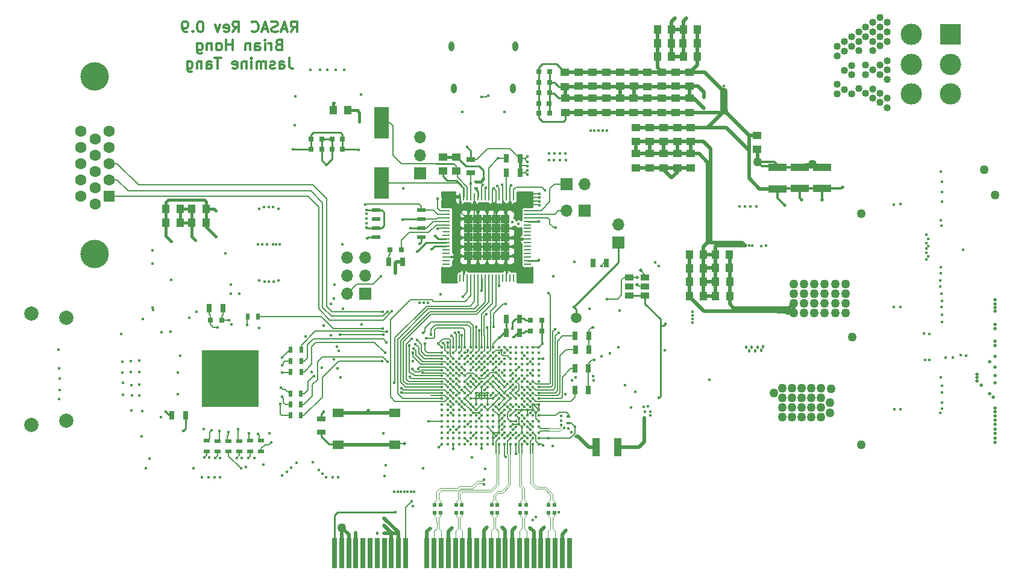
<source format=gbr>
G04 #@! TF.GenerationSoftware,KiCad,Pcbnew,(5.0.2)-1*
G04 #@! TF.CreationDate,2019-04-03T00:40:33-04:00*
G04 #@! TF.ProjectId,RASAC,52415341-432e-46b6-9963-61645f706362,rev?*
G04 #@! TF.SameCoordinates,Original*
G04 #@! TF.FileFunction,Copper,L6,Bot*
G04 #@! TF.FilePolarity,Positive*
%FSLAX46Y46*%
G04 Gerber Fmt 4.6, Leading zero omitted, Abs format (unit mm)*
G04 Created by KiCad (PCBNEW (5.0.2)-1) date 4/3/2019 12:40:33 AM*
%MOMM*%
%LPD*%
G01*
G04 APERTURE LIST*
G04 #@! TA.AperFunction,NonConductor*
%ADD10C,0.300000*%
G04 #@! TD*
G04 #@! TA.AperFunction,SMDPad,CuDef*
%ADD11R,0.700000X4.200000*%
G04 #@! TD*
G04 #@! TA.AperFunction,ComponentPad*
%ADD12C,4.000000*%
G04 #@! TD*
G04 #@! TA.AperFunction,ComponentPad*
%ADD13C,1.600000*%
G04 #@! TD*
G04 #@! TA.AperFunction,ComponentPad*
%ADD14R,1.600000X1.600000*%
G04 #@! TD*
G04 #@! TA.AperFunction,ComponentPad*
%ADD15O,0.800000X1.400000*%
G04 #@! TD*
G04 #@! TA.AperFunction,SMDPad,CuDef*
%ADD16R,0.700000X1.300000*%
G04 #@! TD*
G04 #@! TA.AperFunction,Conductor*
%ADD17R,8.000000X8.000000*%
G04 #@! TD*
G04 #@! TA.AperFunction,ComponentPad*
%ADD18C,0.300000*%
G04 #@! TD*
G04 #@! TA.AperFunction,SMDPad,CuDef*
%ADD19R,1.143000X0.508000*%
G04 #@! TD*
G04 #@! TA.AperFunction,BGAPad,CuDef*
%ADD20C,0.400000*%
G04 #@! TD*
G04 #@! TA.AperFunction,SMDPad,CuDef*
%ADD21R,0.500000X0.600000*%
G04 #@! TD*
G04 #@! TA.AperFunction,SMDPad,CuDef*
%ADD22R,2.500000X1.000000*%
G04 #@! TD*
G04 #@! TA.AperFunction,ComponentPad*
%ADD23C,3.000000*%
G04 #@! TD*
G04 #@! TA.AperFunction,ComponentPad*
%ADD24R,3.000000X3.000000*%
G04 #@! TD*
G04 #@! TA.AperFunction,ComponentPad*
%ADD25O,1.700000X1.700000*%
G04 #@! TD*
G04 #@! TA.AperFunction,ComponentPad*
%ADD26R,1.700000X1.700000*%
G04 #@! TD*
G04 #@! TA.AperFunction,ComponentPad*
%ADD27C,2.000000*%
G04 #@! TD*
G04 #@! TA.AperFunction,SMDPad,CuDef*
%ADD28R,1.300000X0.700000*%
G04 #@! TD*
G04 #@! TA.AperFunction,SMDPad,CuDef*
%ADD29R,0.600000X0.400000*%
G04 #@! TD*
G04 #@! TA.AperFunction,SMDPad,CuDef*
%ADD30R,1.550000X1.300000*%
G04 #@! TD*
G04 #@! TA.AperFunction,SMDPad,CuDef*
%ADD31R,1.200000X0.900000*%
G04 #@! TD*
G04 #@! TA.AperFunction,SMDPad,CuDef*
%ADD32R,2.000000X4.500000*%
G04 #@! TD*
G04 #@! TA.AperFunction,SMDPad,CuDef*
%ADD33R,1.300000X1.300000*%
G04 #@! TD*
G04 #@! TA.AperFunction,SMDPad,CuDef*
%ADD34R,1.000000X0.250000*%
G04 #@! TD*
G04 #@! TA.AperFunction,SMDPad,CuDef*
%ADD35R,0.250000X1.000000*%
G04 #@! TD*
G04 #@! TA.AperFunction,SMDPad,CuDef*
%ADD36R,1.250000X1.000000*%
G04 #@! TD*
G04 #@! TA.AperFunction,SMDPad,CuDef*
%ADD37R,1.000000X1.250000*%
G04 #@! TD*
G04 #@! TA.AperFunction,SMDPad,CuDef*
%ADD38R,0.800000X0.750000*%
G04 #@! TD*
G04 #@! TA.AperFunction,SMDPad,CuDef*
%ADD39R,1.000000X2.500000*%
G04 #@! TD*
G04 #@! TA.AperFunction,SMDPad,CuDef*
%ADD40R,0.800000X0.800000*%
G04 #@! TD*
G04 #@! TA.AperFunction,BGAPad,CuDef*
%ADD41C,1.500000*%
G04 #@! TD*
G04 #@! TA.AperFunction,SMDPad,CuDef*
%ADD42R,0.500000X0.900000*%
G04 #@! TD*
G04 #@! TA.AperFunction,SMDPad,CuDef*
%ADD43R,0.900000X0.500000*%
G04 #@! TD*
G04 #@! TA.AperFunction,ViaPad*
%ADD44C,0.450088*%
G04 #@! TD*
G04 #@! TA.AperFunction,ViaPad*
%ADD45C,1.270000*%
G04 #@! TD*
G04 #@! TA.AperFunction,ViaPad*
%ADD46C,0.508000*%
G04 #@! TD*
G04 #@! TA.AperFunction,ViaPad*
%ADD47C,0.457200*%
G04 #@! TD*
G04 #@! TA.AperFunction,ViaPad*
%ADD48C,1.016000*%
G04 #@! TD*
G04 #@! TA.AperFunction,Conductor*
%ADD49C,0.152400*%
G04 #@! TD*
G04 #@! TA.AperFunction,Conductor*
%ADD50C,0.101600*%
G04 #@! TD*
G04 #@! TA.AperFunction,Conductor*
%ADD51C,0.355600*%
G04 #@! TD*
G04 #@! TA.AperFunction,Conductor*
%ADD52C,0.508000*%
G04 #@! TD*
G04 #@! TA.AperFunction,Conductor*
%ADD53C,0.203200*%
G04 #@! TD*
G04 #@! TA.AperFunction,Conductor*
%ADD54C,0.457200*%
G04 #@! TD*
G04 #@! TA.AperFunction,Conductor*
%ADD55C,0.254000*%
G04 #@! TD*
G04 #@! TA.AperFunction,Conductor*
%ADD56C,0.381000*%
G04 #@! TD*
G04 #@! TA.AperFunction,Conductor*
%ADD57C,1.016000*%
G04 #@! TD*
G04 APERTURE END LIST*
D10*
X121023911Y-75189631D02*
X121523911Y-74475345D01*
X121881054Y-75189631D02*
X121881054Y-73689631D01*
X121309625Y-73689631D01*
X121166768Y-73761060D01*
X121095340Y-73832488D01*
X121023911Y-73975345D01*
X121023911Y-74189631D01*
X121095340Y-74332488D01*
X121166768Y-74403917D01*
X121309625Y-74475345D01*
X121881054Y-74475345D01*
X120452482Y-74761060D02*
X119738197Y-74761060D01*
X120595340Y-75189631D02*
X120095340Y-73689631D01*
X119595340Y-75189631D01*
X119166768Y-75118202D02*
X118952482Y-75189631D01*
X118595340Y-75189631D01*
X118452482Y-75118202D01*
X118381054Y-75046774D01*
X118309625Y-74903917D01*
X118309625Y-74761060D01*
X118381054Y-74618202D01*
X118452482Y-74546774D01*
X118595340Y-74475345D01*
X118881054Y-74403917D01*
X119023911Y-74332488D01*
X119095340Y-74261060D01*
X119166768Y-74118202D01*
X119166768Y-73975345D01*
X119095340Y-73832488D01*
X119023911Y-73761060D01*
X118881054Y-73689631D01*
X118523911Y-73689631D01*
X118309625Y-73761060D01*
X117738197Y-74761060D02*
X117023911Y-74761060D01*
X117881054Y-75189631D02*
X117381054Y-73689631D01*
X116881054Y-75189631D01*
X115523911Y-75046774D02*
X115595340Y-75118202D01*
X115809625Y-75189631D01*
X115952482Y-75189631D01*
X116166768Y-75118202D01*
X116309625Y-74975345D01*
X116381054Y-74832488D01*
X116452482Y-74546774D01*
X116452482Y-74332488D01*
X116381054Y-74046774D01*
X116309625Y-73903917D01*
X116166768Y-73761060D01*
X115952482Y-73689631D01*
X115809625Y-73689631D01*
X115595340Y-73761060D01*
X115523911Y-73832488D01*
X112881054Y-75189631D02*
X113381054Y-74475345D01*
X113738197Y-75189631D02*
X113738197Y-73689631D01*
X113166768Y-73689631D01*
X113023911Y-73761060D01*
X112952482Y-73832488D01*
X112881054Y-73975345D01*
X112881054Y-74189631D01*
X112952482Y-74332488D01*
X113023911Y-74403917D01*
X113166768Y-74475345D01*
X113738197Y-74475345D01*
X111666768Y-75118202D02*
X111809625Y-75189631D01*
X112095340Y-75189631D01*
X112238197Y-75118202D01*
X112309625Y-74975345D01*
X112309625Y-74403917D01*
X112238197Y-74261060D01*
X112095340Y-74189631D01*
X111809625Y-74189631D01*
X111666768Y-74261060D01*
X111595340Y-74403917D01*
X111595340Y-74546774D01*
X112309625Y-74689631D01*
X111095340Y-74189631D02*
X110738197Y-75189631D01*
X110381054Y-74189631D01*
X108381054Y-73689631D02*
X108238197Y-73689631D01*
X108095340Y-73761060D01*
X108023911Y-73832488D01*
X107952482Y-73975345D01*
X107881054Y-74261060D01*
X107881054Y-74618202D01*
X107952482Y-74903917D01*
X108023911Y-75046774D01*
X108095340Y-75118202D01*
X108238197Y-75189631D01*
X108381054Y-75189631D01*
X108523911Y-75118202D01*
X108595340Y-75046774D01*
X108666768Y-74903917D01*
X108738197Y-74618202D01*
X108738197Y-74261060D01*
X108666768Y-73975345D01*
X108595340Y-73832488D01*
X108523911Y-73761060D01*
X108381054Y-73689631D01*
X107238197Y-75046774D02*
X107166768Y-75118202D01*
X107238197Y-75189631D01*
X107309625Y-75118202D01*
X107238197Y-75046774D01*
X107238197Y-75189631D01*
X106452482Y-75189631D02*
X106166768Y-75189631D01*
X106023911Y-75118202D01*
X105952482Y-75046774D01*
X105809625Y-74832488D01*
X105738197Y-74546774D01*
X105738197Y-73975345D01*
X105809625Y-73832488D01*
X105881054Y-73761060D01*
X106023911Y-73689631D01*
X106309625Y-73689631D01*
X106452482Y-73761060D01*
X106523911Y-73832488D01*
X106595340Y-73975345D01*
X106595340Y-74332488D01*
X106523911Y-74475345D01*
X106452482Y-74546774D01*
X106309625Y-74618202D01*
X106023911Y-74618202D01*
X105881054Y-74546774D01*
X105809625Y-74475345D01*
X105738197Y-74332488D01*
X119309625Y-76953917D02*
X119095340Y-77025345D01*
X119023911Y-77096774D01*
X118952482Y-77239631D01*
X118952482Y-77453917D01*
X119023911Y-77596774D01*
X119095340Y-77668202D01*
X119238197Y-77739631D01*
X119809625Y-77739631D01*
X119809625Y-76239631D01*
X119309625Y-76239631D01*
X119166768Y-76311060D01*
X119095340Y-76382488D01*
X119023911Y-76525345D01*
X119023911Y-76668202D01*
X119095340Y-76811060D01*
X119166768Y-76882488D01*
X119309625Y-76953917D01*
X119809625Y-76953917D01*
X118309625Y-77739631D02*
X118309625Y-76739631D01*
X118309625Y-77025345D02*
X118238197Y-76882488D01*
X118166768Y-76811060D01*
X118023911Y-76739631D01*
X117881054Y-76739631D01*
X117381054Y-77739631D02*
X117381054Y-76739631D01*
X117381054Y-76239631D02*
X117452482Y-76311060D01*
X117381054Y-76382488D01*
X117309625Y-76311060D01*
X117381054Y-76239631D01*
X117381054Y-76382488D01*
X116023911Y-77739631D02*
X116023911Y-76953917D01*
X116095340Y-76811060D01*
X116238197Y-76739631D01*
X116523911Y-76739631D01*
X116666768Y-76811060D01*
X116023911Y-77668202D02*
X116166768Y-77739631D01*
X116523911Y-77739631D01*
X116666768Y-77668202D01*
X116738197Y-77525345D01*
X116738197Y-77382488D01*
X116666768Y-77239631D01*
X116523911Y-77168202D01*
X116166768Y-77168202D01*
X116023911Y-77096774D01*
X115309625Y-76739631D02*
X115309625Y-77739631D01*
X115309625Y-76882488D02*
X115238197Y-76811060D01*
X115095340Y-76739631D01*
X114881054Y-76739631D01*
X114738197Y-76811060D01*
X114666768Y-76953917D01*
X114666768Y-77739631D01*
X112809625Y-77739631D02*
X112809625Y-76239631D01*
X112809625Y-76953917D02*
X111952482Y-76953917D01*
X111952482Y-77739631D02*
X111952482Y-76239631D01*
X111023911Y-77739631D02*
X111166768Y-77668202D01*
X111238197Y-77596774D01*
X111309625Y-77453917D01*
X111309625Y-77025345D01*
X111238197Y-76882488D01*
X111166768Y-76811060D01*
X111023911Y-76739631D01*
X110809625Y-76739631D01*
X110666768Y-76811060D01*
X110595340Y-76882488D01*
X110523911Y-77025345D01*
X110523911Y-77453917D01*
X110595340Y-77596774D01*
X110666768Y-77668202D01*
X110809625Y-77739631D01*
X111023911Y-77739631D01*
X109881054Y-76739631D02*
X109881054Y-77739631D01*
X109881054Y-76882488D02*
X109809625Y-76811060D01*
X109666768Y-76739631D01*
X109452482Y-76739631D01*
X109309625Y-76811060D01*
X109238197Y-76953917D01*
X109238197Y-77739631D01*
X107881054Y-76739631D02*
X107881054Y-77953917D01*
X107952482Y-78096774D01*
X108023911Y-78168202D01*
X108166768Y-78239631D01*
X108381054Y-78239631D01*
X108523911Y-78168202D01*
X107881054Y-77668202D02*
X108023911Y-77739631D01*
X108309625Y-77739631D01*
X108452482Y-77668202D01*
X108523911Y-77596774D01*
X108595340Y-77453917D01*
X108595340Y-77025345D01*
X108523911Y-76882488D01*
X108452482Y-76811060D01*
X108309625Y-76739631D01*
X108023911Y-76739631D01*
X107881054Y-76811060D01*
X120773911Y-78789631D02*
X120773911Y-79861060D01*
X120845340Y-80075345D01*
X120988197Y-80218202D01*
X121202482Y-80289631D01*
X121345340Y-80289631D01*
X119416768Y-80289631D02*
X119416768Y-79503917D01*
X119488197Y-79361060D01*
X119631054Y-79289631D01*
X119916768Y-79289631D01*
X120059625Y-79361060D01*
X119416768Y-80218202D02*
X119559625Y-80289631D01*
X119916768Y-80289631D01*
X120059625Y-80218202D01*
X120131054Y-80075345D01*
X120131054Y-79932488D01*
X120059625Y-79789631D01*
X119916768Y-79718202D01*
X119559625Y-79718202D01*
X119416768Y-79646774D01*
X118773911Y-80218202D02*
X118631054Y-80289631D01*
X118345340Y-80289631D01*
X118202482Y-80218202D01*
X118131054Y-80075345D01*
X118131054Y-80003917D01*
X118202482Y-79861060D01*
X118345340Y-79789631D01*
X118559625Y-79789631D01*
X118702482Y-79718202D01*
X118773911Y-79575345D01*
X118773911Y-79503917D01*
X118702482Y-79361060D01*
X118559625Y-79289631D01*
X118345340Y-79289631D01*
X118202482Y-79361060D01*
X117488197Y-80289631D02*
X117488197Y-79289631D01*
X117488197Y-79432488D02*
X117416768Y-79361060D01*
X117273911Y-79289631D01*
X117059625Y-79289631D01*
X116916768Y-79361060D01*
X116845340Y-79503917D01*
X116845340Y-80289631D01*
X116845340Y-79503917D02*
X116773911Y-79361060D01*
X116631054Y-79289631D01*
X116416768Y-79289631D01*
X116273911Y-79361060D01*
X116202482Y-79503917D01*
X116202482Y-80289631D01*
X115488197Y-80289631D02*
X115488197Y-79289631D01*
X115488197Y-78789631D02*
X115559625Y-78861060D01*
X115488197Y-78932488D01*
X115416768Y-78861060D01*
X115488197Y-78789631D01*
X115488197Y-78932488D01*
X114773911Y-79289631D02*
X114773911Y-80289631D01*
X114773911Y-79432488D02*
X114702482Y-79361060D01*
X114559625Y-79289631D01*
X114345340Y-79289631D01*
X114202482Y-79361060D01*
X114131054Y-79503917D01*
X114131054Y-80289631D01*
X112845340Y-80218202D02*
X112988197Y-80289631D01*
X113273911Y-80289631D01*
X113416768Y-80218202D01*
X113488197Y-80075345D01*
X113488197Y-79503917D01*
X113416768Y-79361060D01*
X113273911Y-79289631D01*
X112988197Y-79289631D01*
X112845340Y-79361060D01*
X112773911Y-79503917D01*
X112773911Y-79646774D01*
X113488197Y-79789631D01*
X111202482Y-78789631D02*
X110345340Y-78789631D01*
X110773911Y-80289631D02*
X110773911Y-78789631D01*
X109202482Y-80289631D02*
X109202482Y-79503917D01*
X109273911Y-79361060D01*
X109416768Y-79289631D01*
X109702482Y-79289631D01*
X109845340Y-79361060D01*
X109202482Y-80218202D02*
X109345340Y-80289631D01*
X109702482Y-80289631D01*
X109845340Y-80218202D01*
X109916768Y-80075345D01*
X109916768Y-79932488D01*
X109845340Y-79789631D01*
X109702482Y-79718202D01*
X109345340Y-79718202D01*
X109202482Y-79646774D01*
X108488197Y-79289631D02*
X108488197Y-80289631D01*
X108488197Y-79432488D02*
X108416768Y-79361060D01*
X108273911Y-79289631D01*
X108059625Y-79289631D01*
X107916768Y-79361060D01*
X107845340Y-79503917D01*
X107845340Y-80289631D01*
X106488197Y-79289631D02*
X106488197Y-80503917D01*
X106559625Y-80646774D01*
X106631054Y-80718202D01*
X106773911Y-80789631D01*
X106988197Y-80789631D01*
X107131054Y-80718202D01*
X106488197Y-80218202D02*
X106631054Y-80289631D01*
X106916768Y-80289631D01*
X107059625Y-80218202D01*
X107131054Y-80146774D01*
X107202482Y-80003917D01*
X107202482Y-79575345D01*
X107131054Y-79432488D01*
X107059625Y-79361060D01*
X106916768Y-79289631D01*
X106631054Y-79289631D01*
X106488197Y-79361060D01*
D11*
G04 #@! TO.P,J1,A1*
G04 #@! TO.N,PCIe_PRSNT_B*
X127150000Y-148500000D03*
G04 #@! TO.P,J1,A2*
G04 #@! TO.N,PCIe_12V*
X128150000Y-148500000D03*
G04 #@! TO.P,J1,A3*
X129150000Y-148500000D03*
G04 #@! TO.P,J1,A4*
G04 #@! TO.N,GND*
X130150000Y-148500000D03*
G04 #@! TO.P,J1,A5*
G04 #@! TO.N,Net-(J1-PadA5)*
X131150000Y-148500000D03*
G04 #@! TO.P,J1,A6*
G04 #@! TO.N,Net-(J1-PadA6)*
X132150000Y-148500000D03*
G04 #@! TO.P,J1,A7*
G04 #@! TO.N,Net-(J1-PadA7)*
X133150000Y-148500000D03*
G04 #@! TO.P,J1,A8*
G04 #@! TO.N,Net-(J1-PadA8)*
X134150000Y-148500000D03*
G04 #@! TO.P,J1,A9*
G04 #@! TO.N,PCIe_3.3V*
X135150000Y-148500000D03*
G04 #@! TO.P,J1,A10*
X136150000Y-148500000D03*
G04 #@! TO.P,J1,A11*
G04 #@! TO.N,PCIe_PERST*
X137150000Y-148500000D03*
G04 #@! TO.P,J1,A12*
G04 #@! TO.N,GND*
X140150000Y-148500000D03*
G04 #@! TO.P,J1,A13*
G04 #@! TO.N,/PCIe_interface/REFCLK_PCIe_P*
X141150000Y-148500000D03*
G04 #@! TO.P,J1,A14*
G04 #@! TO.N,/PCIe_interface/REFCLK_PCIe_N*
X142150000Y-148500000D03*
G04 #@! TO.P,J1,A15*
G04 #@! TO.N,GND*
X143150000Y-148500000D03*
G04 #@! TO.P,J1,A16*
G04 #@! TO.N,/PCIe_interface/PER0_P*
X144150000Y-148500000D03*
G04 #@! TO.P,J1,A17*
G04 #@! TO.N,/PCIe_interface/PER0_N*
X145150000Y-148500000D03*
G04 #@! TO.P,J1,A18*
G04 #@! TO.N,GND*
X146150000Y-148500000D03*
G04 #@! TO.P,J1,A19*
G04 #@! TO.N,Net-(J1-PadA19)*
X147150000Y-148500000D03*
G04 #@! TO.P,J1,A20*
G04 #@! TO.N,GND*
X148150000Y-148500000D03*
G04 #@! TO.P,J1,A21*
G04 #@! TO.N,/PCIe_interface/PER1_P*
X149150000Y-148500000D03*
G04 #@! TO.P,J1,A22*
G04 #@! TO.N,/PCIe_interface/PER1_N*
X150150000Y-148500000D03*
G04 #@! TO.P,J1,A23*
G04 #@! TO.N,GND*
X151150000Y-148500000D03*
G04 #@! TO.P,J1,A24*
X152150000Y-148500000D03*
G04 #@! TO.P,J1,A25*
G04 #@! TO.N,/PCIe_interface/PER2_P*
X153150000Y-148500000D03*
G04 #@! TO.P,J1,A26*
G04 #@! TO.N,/PCIe_interface/PER2_N*
X154150000Y-148500000D03*
G04 #@! TO.P,J1,A27*
G04 #@! TO.N,GND*
X155150000Y-148500000D03*
G04 #@! TO.P,J1,A28*
X156150000Y-148500000D03*
G04 #@! TO.P,J1,A29*
G04 #@! TO.N,/PCIe_interface/PER3_P*
X157150000Y-148500000D03*
G04 #@! TO.P,J1,A30*
G04 #@! TO.N,/PCIe_interface/PER3_N*
X158150000Y-148500000D03*
G04 #@! TO.P,J1,A31*
G04 #@! TO.N,GND*
X159150000Y-148500000D03*
G04 #@! TO.P,J1,A32*
G04 #@! TO.N,Net-(J1-PadA32)*
X160150000Y-148500000D03*
G04 #@! TD*
D12*
G04 #@! TO.P,J6,0*
G04 #@! TO.N,GND*
X93448920Y-106444900D03*
X93448920Y-81444900D03*
D13*
G04 #@! TO.P,J6,15*
G04 #@! TO.N,Net-(J6-Pad15)*
X91538920Y-89099900D03*
G04 #@! TO.P,J6,14*
G04 #@! TO.N,Net-(J6-Pad14)*
X91538920Y-91389900D03*
G04 #@! TO.P,J6,13*
G04 #@! TO.N,Net-(J6-Pad13)*
X91538920Y-93679900D03*
G04 #@! TO.P,J6,12*
G04 #@! TO.N,Net-(J6-Pad12)*
X91538920Y-95969900D03*
G04 #@! TO.P,J6,11*
G04 #@! TO.N,Net-(J6-Pad11)*
X91538920Y-98259900D03*
G04 #@! TO.P,J6,10*
G04 #@! TO.N,GND*
X93518920Y-90244900D03*
G04 #@! TO.P,J6,9*
G04 #@! TO.N,Net-(J6-Pad9)*
X93518920Y-92534900D03*
G04 #@! TO.P,J6,8*
G04 #@! TO.N,GND*
X93518920Y-94824900D03*
G04 #@! TO.P,J6,7*
X93518920Y-97114900D03*
G04 #@! TO.P,J6,6*
X93518920Y-99404900D03*
G04 #@! TO.P,J6,5*
X95498920Y-89099900D03*
G04 #@! TO.P,J6,4*
G04 #@! TO.N,Net-(J6-Pad4)*
X95498920Y-91389900D03*
G04 #@! TO.P,J6,3*
G04 #@! TO.N,Net-(J6-Pad3)*
X95498920Y-93679900D03*
G04 #@! TO.P,J6,2*
G04 #@! TO.N,Net-(J6-Pad2)*
X95498920Y-95969900D03*
D14*
G04 #@! TO.P,J6,1*
G04 #@! TO.N,Net-(J6-Pad1)*
X95498920Y-98259900D03*
G04 #@! TD*
D15*
G04 #@! TO.P,J4,S1*
G04 #@! TO.N,GND*
X152564380Y-77210640D03*
X143584380Y-77210640D03*
X143944380Y-83160640D03*
X152204380Y-83160640D03*
G04 #@! TD*
D16*
G04 #@! TO.P,R69,2*
G04 #@! TO.N,VGA_G2*
X160944520Y-125539500D03*
G04 #@! TO.P,R69,1*
G04 #@! TO.N,Net-(J6-Pad2)*
X162844520Y-125539500D03*
G04 #@! TD*
G04 #@! TO.P,R64,1*
G04 #@! TO.N,Net-(J6-Pad2)*
X162841980Y-122529600D03*
G04 #@! TO.P,R64,2*
G04 #@! TO.N,VGA_G3*
X160941980Y-122529600D03*
G04 #@! TD*
D17*
G04 #@! TO.N,GND*
G04 #@! TO.C,J5*
X112552480Y-123929140D03*
D18*
G04 #@! TD*
G04 #@! TO.P,J5,65*
G04 #@! TO.N,GND*
X109052480Y-127429140D03*
G04 #@! TO.P,J5,65*
G04 #@! TO.N,GND*
X110052480Y-127429140D03*
X111052480Y-127429140D03*
X112052480Y-127429140D03*
X112052480Y-126429140D03*
X111052480Y-126429140D03*
X110052480Y-126429140D03*
X109052480Y-126429140D03*
X109052480Y-125429140D03*
X110052480Y-125429140D03*
X111052480Y-125429140D03*
X112052480Y-125429140D03*
X112052480Y-124429140D03*
X111052480Y-124429140D03*
X110052480Y-124429140D03*
X109052480Y-124429140D03*
X109052480Y-123429140D03*
X110052480Y-123429140D03*
X111052480Y-123429140D03*
X112052480Y-123429140D03*
X112052480Y-122429140D03*
X111052480Y-122429140D03*
X110052480Y-122429140D03*
X109052480Y-122429140D03*
X109052480Y-121429140D03*
X110052480Y-121429140D03*
X111052480Y-121429140D03*
X112052480Y-121429140D03*
X112052480Y-120429140D03*
X111052480Y-120429140D03*
X110052480Y-120429140D03*
X109052480Y-120429140D03*
X113052480Y-127429140D03*
X114052480Y-127429140D03*
X113052480Y-126429140D03*
X114052480Y-126429140D03*
X113052480Y-125429140D03*
X114052480Y-125429140D03*
X114052480Y-124429140D03*
X113052480Y-124429140D03*
X113052480Y-123429140D03*
X114052480Y-123429140D03*
X114052480Y-122429140D03*
X113052480Y-122429140D03*
X113052480Y-121429140D03*
X114052480Y-121429140D03*
X113052480Y-120429140D03*
X114052480Y-120429140D03*
X115052480Y-120429140D03*
X115052480Y-121429140D03*
X115052480Y-122429140D03*
X115052480Y-123429140D03*
X115052480Y-124429140D03*
X115052480Y-125429140D03*
X115052480Y-126429140D03*
X115052480Y-127429140D03*
X116052480Y-127429140D03*
X116052480Y-126429140D03*
X116052480Y-125429140D03*
X116052480Y-124429140D03*
X116052480Y-123429140D03*
X116052480Y-122429140D03*
X116052480Y-121429140D03*
X116052480Y-120429140D03*
G04 #@! TD*
D19*
G04 #@! TO.P,U7,1*
G04 #@! TO.N,Net-(R11-Pad1)*
X139313920Y-100185220D03*
G04 #@! TO.P,U7,2*
G04 #@! TO.N,Net-(R12-Pad1)*
X139313920Y-101455220D03*
G04 #@! TO.P,U7,3*
G04 #@! TO.N,Net-(R13-Pad2)*
X139313920Y-102725220D03*
G04 #@! TO.P,U7,4*
G04 #@! TO.N,Net-(R13-Pad1)*
X139313920Y-103995220D03*
G04 #@! TO.P,U7,5*
G04 #@! TO.N,GND*
X132963920Y-103995220D03*
G04 #@! TO.P,U7,6*
G04 #@! TO.N,VCC3V3*
X132963920Y-102725220D03*
G04 #@! TO.P,U7,7*
G04 #@! TO.N,Net-(U7-Pad7)*
X132963920Y-101455220D03*
G04 #@! TO.P,U7,8*
G04 #@! TO.N,VCC3V3*
X132963920Y-100185220D03*
G04 #@! TD*
D20*
G04 #@! TO.P,U1,V18*
G04 #@! TO.N,GND*
X142255508Y-119533450D03*
G04 #@! TO.P,U1,U18*
G04 #@! TO.N,VCC3V3*
X143055508Y-119533450D03*
G04 #@! TO.P,U1,T18*
G04 #@! TO.N,HDMI_R_D14*
X143855508Y-119533450D03*
G04 #@! TO.P,U1,R18*
G04 #@! TO.N,HDMI_R_D13*
X144655508Y-119533450D03*
G04 #@! TO.P,U1,P18*
G04 #@! TO.N,HDMI_R_D4*
X145455508Y-119533450D03*
G04 #@! TO.P,U1,N18*
G04 #@! TO.N,HDMI_R_D3*
X146255508Y-119533450D03*
G04 #@! TO.P,U1,M18*
G04 #@! TO.N,GND*
X147055508Y-119533450D03*
G04 #@! TO.P,U1,L18*
G04 #@! TO.N,TTL_RxD1*
X147855508Y-119533450D03*
G04 #@! TO.P,U1,K18*
G04 #@! TO.N,EMCCLK*
X148655508Y-119533450D03*
G04 #@! TO.P,U1,J18*
G04 #@! TO.N,VCC3V3*
X149455508Y-119533450D03*
G04 #@! TO.P,U1,H18*
G04 #@! TO.N,Net-(U1-PadH18)*
X150255508Y-119533450D03*
G04 #@! TO.P,U1,G18*
G04 #@! TO.N,VCC1V8*
X151055508Y-119533450D03*
G04 #@! TO.P,U1,F18*
G04 #@! TO.N,Net-(U1-PadF18)*
X151855508Y-119533450D03*
G04 #@! TO.P,U1,E18*
G04 #@! TO.N,Net-(U1-PadE18)*
X152655508Y-119533450D03*
G04 #@! TO.P,U1,D18*
G04 #@! TO.N,Net-(U1-PadD18)*
X153455508Y-119533450D03*
G04 #@! TO.P,U1,C18*
G04 #@! TO.N,Net-(U1-PadC18)*
X154255508Y-119533450D03*
G04 #@! TO.P,U1,B18*
G04 #@! TO.N,GND*
X155055508Y-119533450D03*
G04 #@! TO.P,U1,A18*
X155855508Y-119533450D03*
G04 #@! TO.P,U1,V17*
G04 #@! TO.N,HDMI_R_D20*
X142255508Y-120333450D03*
G04 #@! TO.P,U1,U17*
G04 #@! TO.N,HDMI_R_D16*
X143055508Y-120333450D03*
G04 #@! TO.P,U1,T17*
G04 #@! TO.N,HDMI_R_D15*
X143855508Y-120333450D03*
G04 #@! TO.P,U1,R17*
G04 #@! TO.N,HDMI_R_D12*
X144655508Y-120333450D03*
G04 #@! TO.P,U1,P17*
G04 #@! TO.N,VCC3V3*
X145455508Y-120333450D03*
G04 #@! TO.P,U1,N17*
G04 #@! TO.N,HDMI_R_D2*
X146255508Y-120333450D03*
G04 #@! TO.P,U1,M17*
G04 #@! TO.N,VGA_HS*
X147055508Y-120333450D03*
G04 #@! TO.P,U1,L17*
G04 #@! TO.N,D01*
X147855508Y-120333450D03*
G04 #@! TO.P,U1,K17*
G04 #@! TO.N,TTL_TxD1*
X148655508Y-120333450D03*
G04 #@! TO.P,U1,J17*
G04 #@! TO.N,GND*
X149455508Y-120333450D03*
G04 #@! TO.P,U1,H17*
G04 #@! TO.N,Net-(U1-PadH17)*
X150255508Y-120333450D03*
G04 #@! TO.P,U1,G17*
G04 #@! TO.N,Net-(U1-PadG17)*
X151055508Y-120333450D03*
G04 #@! TO.P,U1,F17*
G04 #@! TO.N,Net-(U1-PadF17)*
X151855508Y-120333450D03*
G04 #@! TO.P,U1,E17*
G04 #@! TO.N,Net-(U1-PadE17)*
X152655508Y-120333450D03*
G04 #@! TO.P,U1,D17*
G04 #@! TO.N,VCC1V8*
X153455508Y-120333450D03*
G04 #@! TO.P,U1,C17*
G04 #@! TO.N,Net-(U1-PadC17)*
X154255508Y-120333450D03*
G04 #@! TO.P,U1,B17*
G04 #@! TO.N,Net-(U1-PadB17)*
X155055508Y-120333450D03*
G04 #@! TO.P,U1,A17*
G04 #@! TO.N,Net-(U1-PadA17)*
X155855508Y-120333450D03*
G04 #@! TO.P,U1,V16*
G04 #@! TO.N,HDMI_R_D19*
X142255508Y-121133450D03*
G04 #@! TO.P,U1,U16*
G04 #@! TO.N,HDMI_R_D18*
X143055508Y-121133450D03*
G04 #@! TO.P,U1,T16*
G04 #@! TO.N,GND*
X143855508Y-121133450D03*
G04 #@! TO.P,U1,R16*
G04 #@! TO.N,HDMI_R_D11*
X144655508Y-121133450D03*
G04 #@! TO.P,U1,P16*
G04 #@! TO.N,HDMI_R_D6*
X145455508Y-121133450D03*
G04 #@! TO.P,U1,N16*
G04 #@! TO.N,HDMI_R_D1*
X146255508Y-121133450D03*
G04 #@! TO.P,U1,M16*
G04 #@! TO.N,SYSCLK_P*
X147055508Y-121133450D03*
G04 #@! TO.P,U1,L16*
G04 #@! TO.N,VCC3V3*
X147855508Y-121133450D03*
G04 #@! TO.P,U1,K16*
G04 #@! TO.N,D00*
X148655508Y-121133450D03*
G04 #@! TO.P,U1,J16*
G04 #@! TO.N,D03*
X149455508Y-121133450D03*
G04 #@! TO.P,U1,H16*
G04 #@! TO.N,Net-(U1-PadH16)*
X150255508Y-121133450D03*
G04 #@! TO.P,U1,G16*
G04 #@! TO.N,Net-(U1-PadG16)*
X151055508Y-121133450D03*
G04 #@! TO.P,U1,F16*
G04 #@! TO.N,GND*
X151855508Y-121133450D03*
G04 #@! TO.P,U1,E16*
G04 #@! TO.N,Net-(U1-PadE16)*
X152655508Y-121133450D03*
G04 #@! TO.P,U1,D16*
G04 #@! TO.N,Net-(U1-PadD16)*
X153455508Y-121133450D03*
G04 #@! TO.P,U1,C16*
G04 #@! TO.N,Net-(U1-PadC16)*
X154255508Y-121133450D03*
G04 #@! TO.P,U1,B16*
G04 #@! TO.N,Net-(U1-PadB16)*
X155055508Y-121133450D03*
G04 #@! TO.P,U1,A16*
G04 #@! TO.N,VCC1V8*
X155855508Y-121133450D03*
G04 #@! TO.P,U1,V15*
G04 #@! TO.N,VCC3V3*
X142255508Y-121933450D03*
G04 #@! TO.P,U1,U15*
G04 #@! TO.N,HDMI_R_D17*
X143055508Y-121933450D03*
G04 #@! TO.P,U1,T15*
G04 #@! TO.N,HDMI_R_D10*
X143855508Y-121933450D03*
G04 #@! TO.P,U1,R15*
G04 #@! TO.N,HDMI_R_D8*
X144655508Y-121933450D03*
G04 #@! TO.P,U1,P15*
G04 #@! TO.N,HDMI_R_D5*
X145455508Y-121933450D03*
G04 #@! TO.P,U1,N15*
G04 #@! TO.N,GND*
X146255508Y-121933450D03*
G04 #@! TO.P,U1,M15*
G04 #@! TO.N,SYSCLK_N*
X147055508Y-121933450D03*
G04 #@! TO.P,U1,L15*
G04 #@! TO.N,FCS_B*
X147855508Y-121933450D03*
G04 #@! TO.P,U1,K15*
G04 #@! TO.N,PCIe_PERST*
X148655508Y-121933450D03*
G04 #@! TO.P,U1,J15*
G04 #@! TO.N,D02*
X149455508Y-121933450D03*
G04 #@! TO.P,U1,H15*
G04 #@! TO.N,VCC1V8*
X150255508Y-121933450D03*
G04 #@! TO.P,U1,G15*
G04 #@! TO.N,Net-(U1-PadG15)*
X151055508Y-121933450D03*
G04 #@! TO.P,U1,F15*
G04 #@! TO.N,Net-(U1-PadF15)*
X151855508Y-121933450D03*
G04 #@! TO.P,U1,E15*
G04 #@! TO.N,Net-(U1-PadE15)*
X152655508Y-121933450D03*
G04 #@! TO.P,U1,D15*
G04 #@! TO.N,Net-(U1-PadD15)*
X153455508Y-121933450D03*
G04 #@! TO.P,U1,C15*
G04 #@! TO.N,GND*
X154255508Y-121933450D03*
G04 #@! TO.P,U1,B15*
G04 #@! TO.N,Net-(U1-PadB15)*
X155055508Y-121933450D03*
G04 #@! TO.P,U1,A15*
G04 #@! TO.N,Net-(U1-PadA15)*
X155855508Y-121933450D03*
G04 #@! TO.P,U1,V14*
G04 #@! TO.N,HDMI_R_CLK*
X142255508Y-122733450D03*
G04 #@! TO.P,U1,U14*
G04 #@! TO.N,HDMI_R_D23*
X143055508Y-122733450D03*
G04 #@! TO.P,U1,T14*
G04 #@! TO.N,HDMI_R_D9*
X143855508Y-122733450D03*
G04 #@! TO.P,U1,R14*
G04 #@! TO.N,VCC3V3*
X144655508Y-122733450D03*
G04 #@! TO.P,U1,P14*
G04 #@! TO.N,HDMI_R_D7*
X145455508Y-122733450D03*
G04 #@! TO.P,U1,N14*
G04 #@! TO.N,HDMI_R_D0*
X146255508Y-122733450D03*
G04 #@! TO.P,U1,M14*
G04 #@! TO.N,VGA_VS*
X147055508Y-122733450D03*
G04 #@! TO.P,U1,L14*
G04 #@! TO.N,TTL_RI1*
X147855508Y-122733450D03*
G04 #@! TO.P,U1,K14*
G04 #@! TO.N,GND*
X148655508Y-122733450D03*
G04 #@! TO.P,U1,J14*
G04 #@! TO.N,PCIe_WAKE_B*
X149455508Y-122733450D03*
G04 #@! TO.P,U1,H14*
G04 #@! TO.N,Net-(U1-PadH14)*
X150255508Y-122733450D03*
G04 #@! TO.P,U1,G14*
G04 #@! TO.N,Net-(U1-PadG14)*
X151055508Y-122733450D03*
G04 #@! TO.P,U1,F14*
G04 #@! TO.N,Net-(U1-PadF14)*
X151855508Y-122733450D03*
G04 #@! TO.P,U1,E14*
G04 #@! TO.N,VCC1V8*
X152655508Y-122733450D03*
G04 #@! TO.P,U1,D14*
G04 #@! TO.N,Net-(U1-PadD14)*
X153455508Y-122733450D03*
G04 #@! TO.P,U1,C14*
G04 #@! TO.N,Net-(U1-PadC14)*
X154255508Y-122733450D03*
G04 #@! TO.P,U1,B14*
G04 #@! TO.N,Net-(U1-PadB14)*
X155055508Y-122733450D03*
G04 #@! TO.P,U1,A14*
G04 #@! TO.N,Net-(U1-PadA14)*
X155855508Y-122733450D03*
G04 #@! TO.P,U1,V13*
G04 #@! TO.N,HDMI_R_VSYNC*
X142255508Y-123533450D03*
G04 #@! TO.P,U1,U13*
G04 #@! TO.N,GND*
X143055508Y-123533450D03*
G04 #@! TO.P,U1,T13*
G04 #@! TO.N,HDMI_R_D22*
X143855508Y-123533450D03*
G04 #@! TO.P,U1,R13*
G04 #@! TO.N,HDMI_R_D21*
X144655508Y-123533450D03*
G04 #@! TO.P,U1,P13*
G04 #@! TO.N,VCC1V8*
X145455508Y-123533450D03*
G04 #@! TO.P,U1,N13*
G04 #@! TO.N,GND*
X146255508Y-123533450D03*
G04 #@! TO.P,U1,M13*
G04 #@! TO.N,VCC1V8*
X147055508Y-123533450D03*
G04 #@! TO.P,U1,L13*
G04 #@! TO.N,GND*
X147855508Y-123533450D03*
G04 #@! TO.P,U1,K13*
G04 #@! TO.N,VCC1V8*
X148655508Y-123533450D03*
G04 #@! TO.P,U1,J13*
G04 #@! TO.N,GND*
X149455508Y-123533450D03*
G04 #@! TO.P,U1,H13*
G04 #@! TO.N,VCC1V8*
X150255508Y-123533450D03*
G04 #@! TO.P,U1,G13*
G04 #@! TO.N,GND*
X151055508Y-123533450D03*
G04 #@! TO.P,U1,F13*
G04 #@! TO.N,Net-(J13-Pad3)*
X151855508Y-123533450D03*
G04 #@! TO.P,U1,E13*
G04 #@! TO.N,Net-(U1-PadE13)*
X152655508Y-123533450D03*
G04 #@! TO.P,U1,D13*
G04 #@! TO.N,Net-(U1-PadD13)*
X153455508Y-123533450D03*
G04 #@! TO.P,U1,C13*
G04 #@! TO.N,Net-(U1-PadC13)*
X154255508Y-123533450D03*
G04 #@! TO.P,U1,B13*
G04 #@! TO.N,VCC1V8*
X155055508Y-123533450D03*
G04 #@! TO.P,U1,A13*
G04 #@! TO.N,Net-(U1-PadA13)*
X155855508Y-123533450D03*
G04 #@! TO.P,U1,V12*
G04 #@! TO.N,HDMI_R_HSYNC*
X142255508Y-124333450D03*
G04 #@! TO.P,U1,U12*
G04 #@! TO.N,HDMI_RST*
X143055508Y-124333450D03*
G04 #@! TO.P,U1,T12*
G04 #@! TO.N,HDMI_R_DE*
X143855508Y-124333450D03*
G04 #@! TO.P,U1,R12*
G04 #@! TO.N,Net-(J13-Pad1)*
X144655508Y-124333450D03*
G04 #@! TO.P,U1,P12*
G04 #@! TO.N,GND*
X145455508Y-124333450D03*
G04 #@! TO.P,U1,N12*
G04 #@! TO.N,MGTAVCC*
X146255508Y-124333450D03*
G04 #@! TO.P,U1,M12*
G04 #@! TO.N,GND*
X147055508Y-124333450D03*
G04 #@! TO.P,U1,L12*
G04 #@! TO.N,MGTAVCC*
X147855508Y-124333450D03*
G04 #@! TO.P,U1,K12*
G04 #@! TO.N,GND*
X148655508Y-124333450D03*
G04 #@! TO.P,U1,J12*
G04 #@! TO.N,MGTAVCC*
X149455508Y-124333450D03*
G04 #@! TO.P,U1,H12*
G04 #@! TO.N,GND*
X150255508Y-124333450D03*
G04 #@! TO.P,U1,G12*
G04 #@! TO.N,VCC1V8*
X151055508Y-124333450D03*
G04 #@! TO.P,U1,F12*
G04 #@! TO.N,Net-(D4-Pad2)*
X151855508Y-124333450D03*
G04 #@! TO.P,U1,E12*
G04 #@! TO.N,VCC3V3*
X152655508Y-124333450D03*
G04 #@! TO.P,U1,D12*
G04 #@! TO.N,GND*
X153455508Y-124333450D03*
G04 #@! TO.P,U1,C12*
G04 #@! TO.N,HDMI_SDA*
X154255508Y-124333450D03*
G04 #@! TO.P,U1,B12*
G04 #@! TO.N,HDMI_SCL*
X155055508Y-124333450D03*
G04 #@! TO.P,U1,A12*
G04 #@! TO.N,Net-(U1-PadA12)*
X155855508Y-124333450D03*
G04 #@! TO.P,U1,V11*
G04 #@! TO.N,TTL_CTS1*
X142255508Y-125133450D03*
G04 #@! TO.P,U1,U11*
G04 #@! TO.N,TTL_RTS1*
X143055508Y-125133450D03*
G04 #@! TO.P,U1,T11*
G04 #@! TO.N,VCC3V3*
X143855508Y-125133450D03*
G04 #@! TO.P,U1,R11*
G04 #@! TO.N,Net-(J13-Pad2)*
X144655508Y-125133450D03*
G04 #@! TO.P,U1,P11*
G04 #@! TO.N,MGTAVCC*
X145455508Y-125133450D03*
G04 #@! TO.P,U1,N11*
G04 #@! TO.N,GND*
X146255508Y-125133450D03*
G04 #@! TO.P,U1,M11*
G04 #@! TO.N,MGTAVCC*
X147055508Y-125133450D03*
G04 #@! TO.P,U1,L11*
G04 #@! TO.N,GND*
X147855508Y-125133450D03*
G04 #@! TO.P,U1,K11*
G04 #@! TO.N,MGTAVCC*
X148655508Y-125133450D03*
G04 #@! TO.P,U1,J11*
G04 #@! TO.N,GND*
X149455508Y-125133450D03*
G04 #@! TO.P,U1,H11*
G04 #@! TO.N,MGTAVCC*
X150255508Y-125133450D03*
G04 #@! TO.P,U1,G11*
G04 #@! TO.N,GND*
X151055508Y-125133450D03*
G04 #@! TO.P,U1,F11*
G04 #@! TO.N,MGTAVCC*
X151855508Y-125133450D03*
G04 #@! TO.P,U1,E11*
G04 #@! TO.N,GND*
X152655508Y-125133450D03*
G04 #@! TO.P,U1,D11*
G04 #@! TO.N,VGA_B4*
X153455508Y-125133450D03*
G04 #@! TO.P,U1,C11*
G04 #@! TO.N,VGA_G4*
X154255508Y-125133450D03*
G04 #@! TO.P,U1,B11*
G04 #@! TO.N,VGA_B1*
X155055508Y-125133450D03*
G04 #@! TO.P,U1,A11*
G04 #@! TO.N,GND*
X155855508Y-125133450D03*
G04 #@! TO.P,U1,V10*
X142255508Y-125933450D03*
G04 #@! TO.P,U1,U10*
G04 #@! TO.N,TTL_DSR1*
X143055508Y-125933450D03*
G04 #@! TO.P,U1,T10*
G04 #@! TO.N,Net-(D3-Pad2)*
X143855508Y-125933450D03*
G04 #@! TO.P,U1,R10*
G04 #@! TO.N,VCC3V3*
X144655508Y-125933450D03*
G04 #@! TO.P,U1,P10*
G04 #@! TO.N,Net-(R25-Pad2)*
X145455508Y-125933450D03*
G04 #@! TO.P,U1,N10*
G04 #@! TO.N,MGTAVCC*
X146255508Y-125933450D03*
G04 #@! TO.P,U1,M10*
G04 #@! TO.N,GND*
X147055508Y-125933450D03*
G04 #@! TO.P,U1,L10*
X147855508Y-125933450D03*
G04 #@! TO.P,U1,K10*
X148655508Y-125933450D03*
G04 #@! TO.P,U1,J10*
G04 #@! TO.N,VCC1V8*
X149455508Y-125933450D03*
G04 #@! TO.P,U1,H10*
G04 #@! TO.N,GND*
X150255508Y-125933450D03*
G04 #@! TO.P,U1,G10*
G04 #@! TO.N,MGTAVCC*
X151055508Y-125933450D03*
G04 #@! TO.P,U1,F10*
G04 #@! TO.N,GND*
X151855508Y-125933450D03*
G04 #@! TO.P,U1,E10*
G04 #@! TO.N,VCC3V3*
X152655508Y-125933450D03*
G04 #@! TO.P,U1,D10*
G04 #@! TO.N,VGA_R1*
X153455508Y-125933450D03*
G04 #@! TO.P,U1,C10*
G04 #@! TO.N,VCC1V8*
X154255508Y-125933450D03*
G04 #@! TO.P,U1,B10*
G04 #@! TO.N,VGA_B2*
X155055508Y-125933450D03*
G04 #@! TO.P,U1,A10*
G04 #@! TO.N,VGA_B3*
X155855508Y-125933450D03*
G04 #@! TO.P,U1,V9*
G04 #@! TO.N,TTL_DTR1*
X142255508Y-126733450D03*
G04 #@! TO.P,U1,U9*
G04 #@! TO.N,TTL_DCD1*
X143055508Y-126733450D03*
G04 #@! TO.P,U1,T9*
G04 #@! TO.N,JTAG_TDI*
X143855508Y-126733450D03*
G04 #@! TO.P,U1,R9*
G04 #@! TO.N,GND*
X144655508Y-126733450D03*
G04 #@! TO.P,U1,P9*
G04 #@! TO.N,MGTAVCC*
X145455508Y-126733450D03*
G04 #@! TO.P,U1,N9*
G04 #@! TO.N,GND*
X146255508Y-126733450D03*
G04 #@! TO.P,U1,M9*
X147055508Y-126733450D03*
G04 #@! TO.P,U1,L9*
X147855508Y-126733450D03*
G04 #@! TO.P,U1,K9*
X148655508Y-126733450D03*
G04 #@! TO.P,U1,J9*
X149455508Y-126733450D03*
G04 #@! TO.P,U1,H9*
G04 #@! TO.N,MGTAVCC*
X150255508Y-126733450D03*
G04 #@! TO.P,U1,G9*
G04 #@! TO.N,GND*
X151055508Y-126733450D03*
G04 #@! TO.P,U1,F9*
G04 #@! TO.N,MGTAVCC*
X151855508Y-126733450D03*
G04 #@! TO.P,U1,E9*
G04 #@! TO.N,GND*
X152655508Y-126733450D03*
G04 #@! TO.P,U1,D9*
G04 #@! TO.N,VGA_R4*
X153455508Y-126733450D03*
G04 #@! TO.P,U1,C9*
G04 #@! TO.N,VGA_G1*
X154255508Y-126733450D03*
G04 #@! TO.P,U1,B9*
G04 #@! TO.N,VGA_G2*
X155055508Y-126733450D03*
G04 #@! TO.P,U1,A9*
G04 #@! TO.N,VGA_G3*
X155855508Y-126733450D03*
G04 #@! TO.P,U1,V8*
G04 #@! TO.N,Net-(U1-PadV8)*
X142255508Y-127533450D03*
G04 #@! TO.P,U1,U8*
G04 #@! TO.N,VCC3V3*
X143055508Y-127533450D03*
G04 #@! TO.P,U1,T8*
G04 #@! TO.N,JTAG_TDO*
X143855508Y-127533450D03*
G04 #@! TO.P,U1,R8*
G04 #@! TO.N,JTAG_TMS*
X144655508Y-127533450D03*
G04 #@! TO.P,U1,P8*
G04 #@! TO.N,GND*
X145455508Y-127533450D03*
G04 #@! TO.P,U1,N8*
G04 #@! TO.N,MGTAVCC*
X146255508Y-127533450D03*
G04 #@! TO.P,U1,M8*
G04 #@! TO.N,GND*
X147055508Y-127533450D03*
G04 #@! TO.P,U1,L8*
G04 #@! TO.N,MGTAVCC*
X147855508Y-127533450D03*
G04 #@! TO.P,U1,K8*
G04 #@! TO.N,GND*
X148655508Y-127533450D03*
G04 #@! TO.P,U1,J8*
G04 #@! TO.N,MGTAVCC*
X149455508Y-127533450D03*
G04 #@! TO.P,U1,H8*
G04 #@! TO.N,GND*
X150255508Y-127533450D03*
G04 #@! TO.P,U1,G8*
G04 #@! TO.N,MGTAVCC*
X151055508Y-127533450D03*
G04 #@! TO.P,U1,F8*
G04 #@! TO.N,JTAG_TCK*
X151855508Y-127533450D03*
G04 #@! TO.P,U1,E8*
G04 #@! TO.N,CCLK*
X152655508Y-127533450D03*
G04 #@! TO.P,U1,D8*
G04 #@! TO.N,VGA_R2*
X153455508Y-127533450D03*
G04 #@! TO.P,U1,C8*
G04 #@! TO.N,VGA_R3*
X154255508Y-127533450D03*
G04 #@! TO.P,U1,B8*
G04 #@! TO.N,GND*
X155055508Y-127533450D03*
G04 #@! TO.P,U1,A8*
X155855508Y-127533450D03*
G04 #@! TO.P,U1,V7*
G04 #@! TO.N,Net-(U1-PadV7)*
X142255508Y-128333450D03*
G04 #@! TO.P,U1,U7*
G04 #@! TO.N,Net-(U1-PadU7)*
X143055508Y-128333450D03*
G04 #@! TO.P,U1,T7*
G04 #@! TO.N,Net-(U1-PadT7)*
X143855508Y-128333450D03*
G04 #@! TO.P,U1,R7*
G04 #@! TO.N,Net-(U1-PadR7)*
X144655508Y-128333450D03*
G04 #@! TO.P,U1,P7*
G04 #@! TO.N,VCC1V8*
X145455508Y-128333450D03*
G04 #@! TO.P,U1,N7*
G04 #@! TO.N,GND*
X146255508Y-128333450D03*
G04 #@! TO.P,U1,M7*
G04 #@! TO.N,MGTAVCC*
X147055508Y-128333450D03*
G04 #@! TO.P,U1,L7*
G04 #@! TO.N,GND*
X147855508Y-128333450D03*
G04 #@! TO.P,U1,K7*
G04 #@! TO.N,MGTAVCC*
X148655508Y-128333450D03*
G04 #@! TO.P,U1,J7*
G04 #@! TO.N,GND*
X149455508Y-128333450D03*
G04 #@! TO.P,U1,H7*
G04 #@! TO.N,MGTAVCC*
X150255508Y-128333450D03*
G04 #@! TO.P,U1,G7*
G04 #@! TO.N,GND*
X151055508Y-128333450D03*
G04 #@! TO.P,U1,F7*
G04 #@! TO.N,MGTAVCC*
X151855508Y-128333450D03*
G04 #@! TO.P,U1,E7*
G04 #@! TO.N,GND*
X152655508Y-128333450D03*
G04 #@! TO.P,U1,D7*
X153455508Y-128333450D03*
G04 #@! TO.P,U1,C7*
X154255508Y-128333450D03*
G04 #@! TO.P,U1,B7*
X155055508Y-128333450D03*
G04 #@! TO.P,U1,A7*
X155855508Y-128333450D03*
G04 #@! TO.P,U1,V6*
G04 #@! TO.N,Net-(U1-PadV6)*
X142255508Y-129133450D03*
G04 #@! TO.P,U1,U6*
G04 #@! TO.N,Net-(U1-PadU6)*
X143055508Y-129133450D03*
G04 #@! TO.P,U1,T6*
G04 #@! TO.N,GND*
X143855508Y-129133450D03*
G04 #@! TO.P,U1,R6*
G04 #@! TO.N,Net-(U1-PadR6)*
X144655508Y-129133450D03*
G04 #@! TO.P,U1,P6*
G04 #@! TO.N,Net-(U1-PadP6)*
X145455508Y-129133450D03*
G04 #@! TO.P,U1,N6*
G04 #@! TO.N,Net-(U1-PadN6)*
X146255508Y-129133450D03*
G04 #@! TO.P,U1,M6*
G04 #@! TO.N,Net-(U1-PadM6)*
X147055508Y-129133450D03*
G04 #@! TO.P,U1,L6*
G04 #@! TO.N,VCC1V8*
X147855508Y-129133450D03*
G04 #@! TO.P,U1,K6*
G04 #@! TO.N,Net-(U1-PadK6)*
X148655508Y-129133450D03*
G04 #@! TO.P,U1,J6*
G04 #@! TO.N,Net-(U1-PadJ6)*
X149455508Y-129133450D03*
G04 #@! TO.P,U1,H6*
G04 #@! TO.N,GND*
X150255508Y-129133450D03*
G04 #@! TO.P,U1,G6*
X151055508Y-129133450D03*
G04 #@! TO.P,U1,F6*
X151855508Y-129133450D03*
G04 #@! TO.P,U1,E6*
X152655508Y-129133450D03*
G04 #@! TO.P,U1,D6*
G04 #@! TO.N,PCIe_CLK_P*
X153455508Y-129133450D03*
G04 #@! TO.P,U1,C6*
G04 #@! TO.N,GND*
X154255508Y-129133450D03*
G04 #@! TO.P,U1,B6*
G04 #@! TO.N,Net-(U1-PadB6)*
X155055508Y-129133450D03*
G04 #@! TO.P,U1,A6*
G04 #@! TO.N,Net-(R1-Pad1)*
X155855508Y-129133450D03*
G04 #@! TO.P,U1,V5*
G04 #@! TO.N,VCC1V8*
X142255508Y-129933450D03*
G04 #@! TO.P,U1,U5*
G04 #@! TO.N,Net-(U1-PadU5)*
X143055508Y-129933450D03*
G04 #@! TO.P,U1,T5*
G04 #@! TO.N,Net-(U1-PadT5)*
X143855508Y-129933450D03*
G04 #@! TO.P,U1,R5*
G04 #@! TO.N,Net-(U1-PadR5)*
X144655508Y-129933450D03*
G04 #@! TO.P,U1,P5*
G04 #@! TO.N,Net-(U1-PadP5)*
X145455508Y-129933450D03*
G04 #@! TO.P,U1,N5*
G04 #@! TO.N,GND*
X146255508Y-129933450D03*
G04 #@! TO.P,U1,M5*
G04 #@! TO.N,Net-(U1-PadM5)*
X147055508Y-129933450D03*
G04 #@! TO.P,U1,L5*
G04 #@! TO.N,Net-(U1-PadL5)*
X147855508Y-129933450D03*
G04 #@! TO.P,U1,K5*
G04 #@! TO.N,Net-(U1-PadK5)*
X148655508Y-129933450D03*
G04 #@! TO.P,U1,J5*
G04 #@! TO.N,Net-(U1-PadJ5)*
X149455508Y-129933450D03*
G04 #@! TO.P,U1,H5*
G04 #@! TO.N,GND*
X150255508Y-129933450D03*
G04 #@! TO.P,U1,G5*
X151055508Y-129933450D03*
G04 #@! TO.P,U1,F5*
G04 #@! TO.N,MGTAVCC*
X151855508Y-129933450D03*
G04 #@! TO.P,U1,E5*
X152655508Y-129933450D03*
G04 #@! TO.P,U1,D5*
G04 #@! TO.N,PCIe_CLK_N*
X153455508Y-129933450D03*
G04 #@! TO.P,U1,C5*
G04 #@! TO.N,MGTAVCC*
X154255508Y-129933450D03*
G04 #@! TO.P,U1,B5*
G04 #@! TO.N,Net-(U1-PadB5)*
X155055508Y-129933450D03*
G04 #@! TO.P,U1,A5*
G04 #@! TO.N,GND*
X155855508Y-129933450D03*
G04 #@! TO.P,U1,V4*
G04 #@! TO.N,Net-(U1-PadV4)*
X142255508Y-130733450D03*
G04 #@! TO.P,U1,U4*
G04 #@! TO.N,Net-(U1-PadU4)*
X143055508Y-130733450D03*
G04 #@! TO.P,U1,T4*
G04 #@! TO.N,Net-(U1-PadT4)*
X143855508Y-130733450D03*
G04 #@! TO.P,U1,R4*
G04 #@! TO.N,VCC1V8*
X144655508Y-130733450D03*
G04 #@! TO.P,U1,P4*
G04 #@! TO.N,Net-(U1-PadP4)*
X145455508Y-130733450D03*
G04 #@! TO.P,U1,N4*
G04 #@! TO.N,Net-(U1-PadN4)*
X146255508Y-130733450D03*
G04 #@! TO.P,U1,M4*
G04 #@! TO.N,Net-(U1-PadM4)*
X147055508Y-130733450D03*
G04 #@! TO.P,U1,L4*
G04 #@! TO.N,Net-(U1-PadL4)*
X147855508Y-130733450D03*
G04 #@! TO.P,U1,K4*
G04 #@! TO.N,GND*
X148655508Y-130733450D03*
G04 #@! TO.P,U1,J4*
G04 #@! TO.N,Net-(U1-PadJ4)*
X149455508Y-130733450D03*
G04 #@! TO.P,U1,H4*
G04 #@! TO.N,GND*
X150255508Y-130733450D03*
G04 #@! TO.P,U1,G4*
G04 #@! TO.N,PCIe_RX3_P*
X151055508Y-130733450D03*
G04 #@! TO.P,U1,F4*
G04 #@! TO.N,GND*
X151855508Y-130733450D03*
G04 #@! TO.P,U1,E4*
G04 #@! TO.N,PCIe_RX0_P*
X152655508Y-130733450D03*
G04 #@! TO.P,U1,D4*
G04 #@! TO.N,GND*
X153455508Y-130733450D03*
G04 #@! TO.P,U1,C4*
G04 #@! TO.N,PCIe_RX2_P*
X154255508Y-130733450D03*
G04 #@! TO.P,U1,B4*
G04 #@! TO.N,MGTAVCC*
X155055508Y-130733450D03*
G04 #@! TO.P,U1,A4*
G04 #@! TO.N,PCIe_RX1_P*
X155855508Y-130733450D03*
G04 #@! TO.P,U1,V3*
G04 #@! TO.N,Net-(U1-PadV3)*
X142255508Y-131533450D03*
G04 #@! TO.P,U1,U3*
G04 #@! TO.N,GND*
X143055508Y-131533450D03*
G04 #@! TO.P,U1,T3*
G04 #@! TO.N,Net-(U1-PadT3)*
X143855508Y-131533450D03*
G04 #@! TO.P,U1,R3*
G04 #@! TO.N,Net-(U1-PadR3)*
X144655508Y-131533450D03*
G04 #@! TO.P,U1,P3*
G04 #@! TO.N,Net-(U1-PadP3)*
X145455508Y-131533450D03*
G04 #@! TO.P,U1,N3*
G04 #@! TO.N,Net-(U1-PadN3)*
X146255508Y-131533450D03*
G04 #@! TO.P,U1,M3*
G04 #@! TO.N,VCC1V8*
X147055508Y-131533450D03*
G04 #@! TO.P,U1,L3*
G04 #@! TO.N,Net-(U1-PadL3)*
X147855508Y-131533450D03*
G04 #@! TO.P,U1,K3*
G04 #@! TO.N,Net-(U1-PadK3)*
X148655508Y-131533450D03*
G04 #@! TO.P,U1,J3*
G04 #@! TO.N,GND*
X149455508Y-131533450D03*
G04 #@! TO.P,U1,H3*
X150255508Y-131533450D03*
G04 #@! TO.P,U1,G3*
G04 #@! TO.N,PCIe_RX3_N*
X151055508Y-131533450D03*
G04 #@! TO.P,U1,F3*
G04 #@! TO.N,MGTAVTT*
X151855508Y-131533450D03*
G04 #@! TO.P,U1,E3*
G04 #@! TO.N,PCIe_RX0_N*
X152655508Y-131533450D03*
G04 #@! TO.P,U1,D3*
G04 #@! TO.N,GND*
X153455508Y-131533450D03*
G04 #@! TO.P,U1,C3*
G04 #@! TO.N,PCIe_RX2_N*
X154255508Y-131533450D03*
G04 #@! TO.P,U1,B3*
G04 #@! TO.N,GND*
X155055508Y-131533450D03*
G04 #@! TO.P,U1,A3*
G04 #@! TO.N,PCIe_RX1_N*
X155855508Y-131533450D03*
G04 #@! TO.P,U1,V2*
G04 #@! TO.N,Net-(U1-PadV2)*
X142255508Y-132333450D03*
G04 #@! TO.P,U1,U2*
G04 #@! TO.N,Net-(U1-PadU2)*
X143055508Y-132333450D03*
G04 #@! TO.P,U1,T2*
G04 #@! TO.N,Net-(U1-PadT2)*
X143855508Y-132333450D03*
G04 #@! TO.P,U1,R2*
G04 #@! TO.N,Net-(U1-PadR2)*
X144655508Y-132333450D03*
G04 #@! TO.P,U1,P2*
G04 #@! TO.N,GND*
X145455508Y-132333450D03*
G04 #@! TO.P,U1,N2*
G04 #@! TO.N,Net-(U1-PadN2)*
X146255508Y-132333450D03*
G04 #@! TO.P,U1,M2*
G04 #@! TO.N,Net-(U1-PadM2)*
X147055508Y-132333450D03*
G04 #@! TO.P,U1,L2*
G04 #@! TO.N,Net-(U1-PadL2)*
X147855508Y-132333450D03*
G04 #@! TO.P,U1,K2*
G04 #@! TO.N,Net-(U1-PadK2)*
X148655508Y-132333450D03*
G04 #@! TO.P,U1,J2*
G04 #@! TO.N,GND*
X149455508Y-132333450D03*
G04 #@! TO.P,U1,H2*
G04 #@! TO.N,PCIe_TX0_P*
X150255508Y-132333450D03*
G04 #@! TO.P,U1,G2*
G04 #@! TO.N,MGTAVTT*
X151055508Y-132333450D03*
G04 #@! TO.P,U1,F2*
G04 #@! TO.N,PCIe_TX1_P*
X151855508Y-132333450D03*
G04 #@! TO.P,U1,E2*
G04 #@! TO.N,GND*
X152655508Y-132333450D03*
G04 #@! TO.P,U1,D2*
G04 #@! TO.N,PCIe_TX2_P*
X153455508Y-132333450D03*
G04 #@! TO.P,U1,C2*
G04 #@! TO.N,GND*
X154255508Y-132333450D03*
G04 #@! TO.P,U1,B2*
G04 #@! TO.N,PCIe_TX3_P*
X155055508Y-132333450D03*
G04 #@! TO.P,U1,A2*
G04 #@! TO.N,MGTAVTT*
X155855508Y-132333450D03*
G04 #@! TO.P,U1,V1*
G04 #@! TO.N,GND*
X142255508Y-133133450D03*
G04 #@! TO.P,U1,U1*
G04 #@! TO.N,Net-(U1-PadU1)*
X143055508Y-133133450D03*
G04 #@! TO.P,U1,T1*
G04 #@! TO.N,VCC1V8*
X143855508Y-133133450D03*
G04 #@! TO.P,U1,R1*
G04 #@! TO.N,Net-(U1-PadR1)*
X144655508Y-133133450D03*
G04 #@! TO.P,U1,P1*
G04 #@! TO.N,Net-(U1-PadP1)*
X145455508Y-133133450D03*
G04 #@! TO.P,U1,N1*
G04 #@! TO.N,Net-(U1-PadN1)*
X146255508Y-133133450D03*
G04 #@! TO.P,U1,M1*
G04 #@! TO.N,Net-(U1-PadM1)*
X147055508Y-133133450D03*
G04 #@! TO.P,U1,L1*
G04 #@! TO.N,GND*
X147855508Y-133133450D03*
G04 #@! TO.P,U1,K1*
G04 #@! TO.N,Net-(U1-PadK1)*
X148655508Y-133133450D03*
G04 #@! TO.P,U1,J1*
G04 #@! TO.N,GND*
X149455508Y-133133450D03*
G04 #@! TO.P,U1,H1*
G04 #@! TO.N,PCIe_TX0_N*
X150255508Y-133133450D03*
G04 #@! TO.P,U1,G1*
G04 #@! TO.N,GND*
X151055508Y-133133450D03*
G04 #@! TO.P,U1,F1*
G04 #@! TO.N,PCIe_TX1_N*
X151855508Y-133133450D03*
G04 #@! TO.P,U1,E1*
G04 #@! TO.N,MGTAVTT*
X152655508Y-133133450D03*
G04 #@! TO.P,U1,D1*
G04 #@! TO.N,PCIe_TX2_N*
X153455508Y-133133450D03*
G04 #@! TO.P,U1,C1*
G04 #@! TO.N,MGTAVTT*
X154255508Y-133133450D03*
G04 #@! TO.P,U1,B1*
G04 #@! TO.N,PCIe_TX3_N*
X155055508Y-133133450D03*
G04 #@! TO.P,U1,A1*
G04 #@! TO.N,GND*
X155855508Y-133133450D03*
G04 #@! TD*
D21*
G04 #@! TO.P,C1,2*
G04 #@! TO.N,/PCIe_interface/REFCLK_PCIe_P*
X141249400Y-142790000D03*
G04 #@! TO.P,C1,1*
G04 #@! TO.N,PCIe_CLK_P*
X141249400Y-141690000D03*
G04 #@! TD*
G04 #@! TO.P,C2,1*
G04 #@! TO.N,PCIe_CLK_N*
X142049500Y-141690000D03*
G04 #@! TO.P,C2,2*
G04 #@! TO.N,/PCIe_interface/REFCLK_PCIe_N*
X142049500Y-142790000D03*
G04 #@! TD*
G04 #@! TO.P,C3,2*
G04 #@! TO.N,/PCIe_interface/PER0_P*
X144246600Y-142790000D03*
G04 #@! TO.P,C3,1*
G04 #@! TO.N,PCIe_TX0_P*
X144246600Y-141690000D03*
G04 #@! TD*
G04 #@! TO.P,C4,1*
G04 #@! TO.N,PCIe_TX0_N*
X145046700Y-141690000D03*
G04 #@! TO.P,C4,2*
G04 #@! TO.N,/PCIe_interface/PER0_N*
X145046700Y-142790000D03*
G04 #@! TD*
G04 #@! TO.P,C5,2*
G04 #@! TO.N,/PCIe_interface/PER1_P*
X149250400Y-142790000D03*
G04 #@! TO.P,C5,1*
G04 #@! TO.N,PCIe_TX1_P*
X149250400Y-141690000D03*
G04 #@! TD*
G04 #@! TO.P,C6,1*
G04 #@! TO.N,PCIe_TX1_N*
X150050500Y-141690000D03*
G04 #@! TO.P,C6,2*
G04 #@! TO.N,/PCIe_interface/PER1_N*
X150050500Y-142790000D03*
G04 #@! TD*
G04 #@! TO.P,C7,2*
G04 #@! TO.N,/PCIe_interface/PER2_P*
X153250900Y-142790000D03*
G04 #@! TO.P,C7,1*
G04 #@! TO.N,PCIe_TX2_P*
X153250900Y-141690000D03*
G04 #@! TD*
G04 #@! TO.P,C8,1*
G04 #@! TO.N,PCIe_TX2_N*
X154051000Y-141690000D03*
G04 #@! TO.P,C8,2*
G04 #@! TO.N,/PCIe_interface/PER2_N*
X154051000Y-142790000D03*
G04 #@! TD*
G04 #@! TO.P,C9,1*
G04 #@! TO.N,PCIe_TX3_P*
X157251400Y-141690000D03*
G04 #@! TO.P,C9,2*
G04 #@! TO.N,/PCIe_interface/PER3_P*
X157251400Y-142790000D03*
G04 #@! TD*
G04 #@! TO.P,C10,1*
G04 #@! TO.N,PCIe_TX3_N*
X158051500Y-141690000D03*
G04 #@! TO.P,C10,2*
G04 #@! TO.N,/PCIe_interface/PER3_N*
X158051500Y-142790000D03*
G04 #@! TD*
D22*
G04 #@! TO.P,C12,1*
G04 #@! TO.N,PCIe_12V*
X189405260Y-94219900D03*
G04 #@! TO.P,C12,2*
G04 #@! TO.N,GND*
X189405260Y-97219900D03*
G04 #@! TD*
G04 #@! TO.P,C210,2*
G04 #@! TO.N,GND*
X195653632Y-97214820D03*
G04 #@! TO.P,C210,1*
G04 #@! TO.N,PCIe_12V*
X195653632Y-94214820D03*
G04 #@! TD*
G04 #@! TO.P,C211,2*
G04 #@! TO.N,GND*
X192521840Y-97214820D03*
G04 #@! TO.P,C211,1*
G04 #@! TO.N,PCIe_12V*
X192521840Y-94214820D03*
G04 #@! TD*
D23*
G04 #@! TO.P,J2,6*
G04 #@! TO.N,GND*
X208152100Y-83919280D03*
G04 #@! TO.P,J2,5*
G04 #@! TO.N,Net-(J2-Pad5)*
X208152100Y-79719280D03*
G04 #@! TO.P,J2,4*
G04 #@! TO.N,GND*
X208152100Y-75519280D03*
G04 #@! TO.P,J2,3*
G04 #@! TO.N,Net-(D1-Pad2)*
X213652100Y-83919280D03*
G04 #@! TO.P,J2,2*
G04 #@! TO.N,Net-(J2-Pad2)*
X213652100Y-79719280D03*
D24*
G04 #@! TO.P,J2,1*
G04 #@! TO.N,Net-(D1-Pad2)*
X213652100Y-75519280D03*
G04 #@! TD*
D25*
G04 #@! TO.P,J3,6*
G04 #@! TO.N,GND*
X128955800Y-106873040D03*
G04 #@! TO.P,J3,5*
G04 #@! TO.N,VCC3V3*
X131495800Y-106873040D03*
G04 #@! TO.P,J3,4*
G04 #@! TO.N,JTAG_TDO*
X128955800Y-109413040D03*
G04 #@! TO.P,J3,3*
G04 #@! TO.N,JTAG_TDI*
X131495800Y-109413040D03*
G04 #@! TO.P,J3,2*
G04 #@! TO.N,JTAG_TMS*
X128955800Y-111953040D03*
D26*
G04 #@! TO.P,J3,1*
G04 #@! TO.N,JTAG_TCK*
X131495800Y-111953040D03*
G04 #@! TD*
D27*
G04 #@! TO.P,J7,SH*
G04 #@! TO.N,GND*
X84594700Y-130460880D03*
X84594700Y-114760880D03*
X89494700Y-129860880D03*
X89494700Y-115360880D03*
G04 #@! TD*
D25*
G04 #@! TO.P,J8,2*
G04 #@! TO.N,JTAG_TDI*
X162308540Y-96545400D03*
D26*
G04 #@! TO.P,J8,1*
G04 #@! TO.N,Net-(J8-Pad1)*
X159768540Y-96545400D03*
G04 #@! TD*
D25*
G04 #@! TO.P,J9,2*
G04 #@! TO.N,Net-(J9-Pad2)*
X159781240Y-100342700D03*
D26*
G04 #@! TO.P,J9,1*
G04 #@! TO.N,JTAG_TDO*
X162321240Y-100342700D03*
G04 #@! TD*
D25*
G04 #@! TO.P,J12,3*
G04 #@! TO.N,VCC5V0*
X139158980Y-89966800D03*
G04 #@! TO.P,J12,2*
G04 #@! TO.N,Net-(J12-Pad2)*
X139158980Y-92506800D03*
D26*
G04 #@! TO.P,J12,1*
G04 #@! TO.N,USB_VBUS_1*
X139158980Y-95046800D03*
G04 #@! TD*
G04 #@! TO.P,J14,1*
G04 #@! TO.N,EMCCLK*
X167048180Y-104792780D03*
D25*
G04 #@! TO.P,J14,2*
G04 #@! TO.N,Net-(J14-Pad2)*
X167048180Y-102252780D03*
G04 #@! TD*
D16*
G04 #@! TO.P,L4,1*
G04 #@! TO.N,VCC3V3*
X153224987Y-92966668D03*
G04 #@! TO.P,L4,2*
G04 #@! TO.N,Net-(C69-Pad1)*
X151324987Y-92966668D03*
G04 #@! TD*
D28*
G04 #@! TO.P,L5,2*
G04 #@! TO.N,Net-(C70-Pad1)*
X146324320Y-94996000D03*
G04 #@! TO.P,L5,1*
G04 #@! TO.N,VCC3V3*
X146324320Y-93096000D03*
G04 #@! TD*
D29*
G04 #@! TO.P,R1,2*
G04 #@! TO.N,MGTAVTT*
X159981900Y-130180500D03*
G04 #@! TO.P,R1,1*
G04 #@! TO.N,Net-(R1-Pad1)*
X159981900Y-129280500D03*
G04 #@! TD*
D30*
G04 #@! TO.P,SW1,2*
G04 #@! TO.N,GND*
X135653600Y-128730180D03*
G04 #@! TO.P,SW1,1*
G04 #@! TO.N,Net-(R25-Pad2)*
X135653600Y-133230180D03*
X127693600Y-133230180D03*
G04 #@! TO.P,SW1,2*
G04 #@! TO.N,GND*
X127693600Y-128730180D03*
G04 #@! TD*
D31*
G04 #@! TO.P,U9,1*
G04 #@! TO.N,VCC2V5*
X168602480Y-112257840D03*
G04 #@! TO.P,U9,2*
G04 #@! TO.N,Net-(U9-Pad2)*
X168602480Y-110987840D03*
G04 #@! TO.P,U9,3*
G04 #@! TO.N,GND*
X168602480Y-109717840D03*
G04 #@! TO.P,U9,6*
G04 #@! TO.N,VCC2V5*
X170802480Y-112257840D03*
G04 #@! TO.P,U9,5*
G04 #@! TO.N,SYSCLK_N*
X170802480Y-110987840D03*
G04 #@! TO.P,U9,4*
G04 #@! TO.N,SYSCLK_P*
X170802480Y-109717840D03*
G04 #@! TD*
D32*
G04 #@! TO.P,Y1,2*
G04 #@! TO.N,Net-(C73-Pad1)*
X133779260Y-87943800D03*
G04 #@! TO.P,Y1,1*
G04 #@! TO.N,Net-(C72-Pad1)*
X133779260Y-96443800D03*
G04 #@! TD*
D33*
G04 #@! TO.P,U6,65*
G04 #@! TO.N,GND*
X151161507Y-106656308D03*
X151161507Y-105356308D03*
X151161507Y-104056308D03*
X151161507Y-102756308D03*
X151161507Y-101456308D03*
X149861507Y-106656308D03*
X149861507Y-105356308D03*
X149861507Y-104056308D03*
X149861507Y-102756308D03*
X149861507Y-101456308D03*
X148561507Y-106656308D03*
X148561507Y-105356308D03*
X148561507Y-104056308D03*
X148561507Y-102756308D03*
X148561507Y-101456308D03*
X147261507Y-106656308D03*
X147261507Y-105356308D03*
X147261507Y-104056308D03*
X147261507Y-102756308D03*
X147261507Y-101456308D03*
X145961507Y-106656308D03*
X145961507Y-105356308D03*
X145961507Y-104056308D03*
X145961507Y-102756308D03*
X145961507Y-101456308D03*
D34*
G04 #@! TO.P,U6,64*
G04 #@! TO.N,VCC1V8*
X142861507Y-100306308D03*
G04 #@! TO.P,U6,63*
G04 #@! TO.N,Net-(R11-Pad1)*
X142861507Y-100806308D03*
G04 #@! TO.P,U6,62*
G04 #@! TO.N,Net-(R12-Pad1)*
X142861507Y-101306308D03*
G04 #@! TO.P,U6,61*
G04 #@! TO.N,Net-(R13-Pad2)*
X142861507Y-101806308D03*
G04 #@! TO.P,U6,60*
G04 #@! TO.N,PWREN*
X142861507Y-102306308D03*
G04 #@! TO.P,U6,59*
G04 #@! TO.N,Net-(R10-Pad2)*
X142861507Y-102806308D03*
G04 #@! TO.P,U6,58*
G04 #@! TO.N,Net-(U6-Pad58)*
X142861507Y-103306308D03*
G04 #@! TO.P,U6,57*
G04 #@! TO.N,Net-(U6-Pad57)*
X142861507Y-103806308D03*
G04 #@! TO.P,U6,56*
G04 #@! TO.N,VCC3V3*
X142861507Y-104306308D03*
G04 #@! TO.P,U6,55*
G04 #@! TO.N,TxD_LED*
X142861507Y-104806308D03*
G04 #@! TO.P,U6,54*
G04 #@! TO.N,RxD_LED*
X142861507Y-105306308D03*
G04 #@! TO.P,U6,53*
G04 #@! TO.N,Net-(U6-Pad53)*
X142861507Y-105806308D03*
G04 #@! TO.P,U6,52*
G04 #@! TO.N,Net-(U6-Pad52)*
X142861507Y-106306308D03*
G04 #@! TO.P,U6,51*
G04 #@! TO.N,GND*
X142861507Y-106806308D03*
G04 #@! TO.P,U6,50*
G04 #@! TO.N,Net-(U6-Pad50)*
X142861507Y-107306308D03*
G04 #@! TO.P,U6,49*
G04 #@! TO.N,Net-(U6-Pad49)*
X142861507Y-107806308D03*
D35*
G04 #@! TO.P,U6,48*
G04 #@! TO.N,Net-(U6-Pad48)*
X144811507Y-109756308D03*
G04 #@! TO.P,U6,47*
G04 #@! TO.N,GND*
X145311507Y-109756308D03*
G04 #@! TO.P,U6,46*
G04 #@! TO.N,TTL_RI1*
X145811507Y-109756308D03*
G04 #@! TO.P,U6,45*
G04 #@! TO.N,TTL_DCD1*
X146311507Y-109756308D03*
G04 #@! TO.P,U6,44*
G04 #@! TO.N,TTL_DSR1*
X146811507Y-109756308D03*
G04 #@! TO.P,U6,43*
G04 #@! TO.N,TTL_DTR1*
X147311507Y-109756308D03*
G04 #@! TO.P,U6,42*
G04 #@! TO.N,VCC3V3*
X147811507Y-109756308D03*
G04 #@! TO.P,U6,41*
G04 #@! TO.N,TTL_CTS1*
X148311507Y-109756308D03*
G04 #@! TO.P,U6,40*
G04 #@! TO.N,TTL_RTS1*
X148811507Y-109756308D03*
G04 #@! TO.P,U6,39*
G04 #@! TO.N,TTL_RxD1*
X149311507Y-109756308D03*
G04 #@! TO.P,U6,38*
G04 #@! TO.N,TTL_TxD1*
X149811507Y-109756308D03*
G04 #@! TO.P,U6,37*
G04 #@! TO.N,VCC1V8*
X150311507Y-109756308D03*
G04 #@! TO.P,U6,36*
G04 #@! TO.N,Net-(U6-Pad36)*
X150811507Y-109756308D03*
G04 #@! TO.P,U6,35*
G04 #@! TO.N,GND*
X151311507Y-109756308D03*
G04 #@! TO.P,U6,34*
G04 #@! TO.N,Net-(U6-Pad34)*
X151811507Y-109756308D03*
G04 #@! TO.P,U6,33*
G04 #@! TO.N,Net-(U6-Pad33)*
X152311507Y-109756308D03*
D34*
G04 #@! TO.P,U6,32*
G04 #@! TO.N,Net-(U6-Pad32)*
X154261507Y-107806308D03*
G04 #@! TO.P,U6,31*
G04 #@! TO.N,VCC3V3*
X154261507Y-107306308D03*
G04 #@! TO.P,U6,30*
G04 #@! TO.N,Net-(U6-Pad30)*
X154261507Y-106806308D03*
G04 #@! TO.P,U6,29*
G04 #@! TO.N,Net-(U6-Pad29)*
X154261507Y-106306308D03*
G04 #@! TO.P,U6,28*
G04 #@! TO.N,Net-(U6-Pad28)*
X154261507Y-105806308D03*
G04 #@! TO.P,U6,27*
G04 #@! TO.N,Net-(U6-Pad27)*
X154261507Y-105306308D03*
G04 #@! TO.P,U6,26*
G04 #@! TO.N,Net-(U6-Pad26)*
X154261507Y-104806308D03*
G04 #@! TO.P,U6,25*
G04 #@! TO.N,GND*
X154261507Y-104306308D03*
G04 #@! TO.P,U6,24*
G04 #@! TO.N,Net-(U6-Pad24)*
X154261507Y-103806308D03*
G04 #@! TO.P,U6,23*
G04 #@! TO.N,Net-(U6-Pad23)*
X154261507Y-103306308D03*
G04 #@! TO.P,U6,22*
G04 #@! TO.N,Net-(U6-Pad22)*
X154261507Y-102806308D03*
G04 #@! TO.P,U6,21*
G04 #@! TO.N,Net-(U6-Pad21)*
X154261507Y-102306308D03*
G04 #@! TO.P,U6,20*
G04 #@! TO.N,VCC3V3*
X154261507Y-101806308D03*
G04 #@! TO.P,U6,19*
G04 #@! TO.N,JTAG_TMS*
X154261507Y-101306308D03*
G04 #@! TO.P,U6,18*
G04 #@! TO.N,Net-(J9-Pad2)*
X154261507Y-100806308D03*
G04 #@! TO.P,U6,17*
G04 #@! TO.N,Net-(J8-Pad1)*
X154261507Y-100306308D03*
D35*
G04 #@! TO.P,U6,16*
G04 #@! TO.N,JTAG_TCK*
X152311507Y-98356308D03*
G04 #@! TO.P,U6,15*
G04 #@! TO.N,GND*
X151811507Y-98356308D03*
G04 #@! TO.P,U6,14*
G04 #@! TO.N,Net-(R8-Pad1)*
X151311507Y-98356308D03*
G04 #@! TO.P,U6,13*
G04 #@! TO.N,GND*
X150811507Y-98356308D03*
G04 #@! TO.P,U6,12*
G04 #@! TO.N,VCC1V8*
X150311507Y-98356308D03*
G04 #@! TO.P,U6,11*
G04 #@! TO.N,GND*
X149811507Y-98356308D03*
G04 #@! TO.P,U6,10*
X149311507Y-98356308D03*
G04 #@! TO.P,U6,9*
G04 #@! TO.N,Net-(C69-Pad1)*
X148811507Y-98356308D03*
G04 #@! TO.P,U6,8*
G04 #@! TO.N,USB_DP_1*
X148311507Y-98356308D03*
G04 #@! TO.P,U6,7*
G04 #@! TO.N,USB_DM_1*
X147811507Y-98356308D03*
G04 #@! TO.P,U6,6*
G04 #@! TO.N,Net-(R7-Pad2)*
X147311507Y-98356308D03*
G04 #@! TO.P,U6,5*
G04 #@! TO.N,GND*
X146811507Y-98356308D03*
G04 #@! TO.P,U6,4*
G04 #@! TO.N,Net-(C70-Pad1)*
X146311507Y-98356308D03*
G04 #@! TO.P,U6,3*
G04 #@! TO.N,Net-(C73-Pad1)*
X145811507Y-98356308D03*
G04 #@! TO.P,U6,2*
G04 #@! TO.N,Net-(C72-Pad1)*
X145311507Y-98356308D03*
G04 #@! TO.P,U6,1*
G04 #@! TO.N,GND*
X144811507Y-98356308D03*
G04 #@! TD*
D36*
G04 #@! TO.P,C72,1*
G04 #@! TO.N,Net-(C72-Pad1)*
X142400020Y-94751400D03*
G04 #@! TO.P,C72,2*
G04 #@! TO.N,GND*
X142400020Y-92751400D03*
G04 #@! TD*
G04 #@! TO.P,C73,2*
G04 #@! TO.N,GND*
X144249140Y-92751400D03*
G04 #@! TO.P,C73,1*
G04 #@! TO.N,Net-(C73-Pad1)*
X144249140Y-94751400D03*
G04 #@! TD*
D37*
G04 #@! TO.P,C75,2*
G04 #@! TO.N,GND*
X128985520Y-86151720D03*
G04 #@! TO.P,C75,1*
G04 #@! TO.N,VCC1V8*
X126985520Y-86151720D03*
G04 #@! TD*
G04 #@! TO.P,C80,2*
G04 #@! TO.N,GND*
X103478279Y-100096641D03*
G04 #@! TO.P,C80,1*
G04 #@! TO.N,VCC3V3*
X105478279Y-100096641D03*
G04 #@! TD*
G04 #@! TO.P,C84,2*
G04 #@! TO.N,GND*
X109113721Y-100067059D03*
G04 #@! TO.P,C84,1*
G04 #@! TO.N,VCC3V3*
X107113721Y-100067059D03*
G04 #@! TD*
G04 #@! TO.P,C85,2*
G04 #@! TO.N,GND*
X103478279Y-102031941D03*
G04 #@! TO.P,C85,1*
G04 #@! TO.N,VCC3V3*
X105478279Y-102031941D03*
G04 #@! TD*
D36*
G04 #@! TO.P,C87,2*
G04 #@! TO.N,GND*
X176994820Y-80806540D03*
G04 #@! TO.P,C87,1*
G04 #@! TO.N,MGTAVCC*
X176994820Y-82806540D03*
G04 #@! TD*
G04 #@! TO.P,C88,2*
G04 #@! TO.N,GND*
X171447460Y-94266260D03*
G04 #@! TO.P,C88,1*
G04 #@! TO.N,MGTAVCC*
X171447460Y-92266260D03*
G04 #@! TD*
G04 #@! TO.P,C89,2*
G04 #@! TO.N,GND*
X177220880Y-88606120D03*
G04 #@! TO.P,C89,1*
G04 #@! TO.N,MGTAVCC*
X177220880Y-90606120D03*
G04 #@! TD*
G04 #@! TO.P,C90,1*
G04 #@! TO.N,MGTAVCC*
X169522140Y-90606120D03*
G04 #@! TO.P,C90,2*
G04 #@! TO.N,GND*
X169522140Y-88606120D03*
G04 #@! TD*
D37*
G04 #@! TO.P,C91,1*
G04 #@! TO.N,MGTAVCC*
X176129048Y-76738367D03*
G04 #@! TO.P,C91,2*
G04 #@! TO.N,GND*
X178129048Y-76738367D03*
G04 #@! TD*
D36*
G04 #@! TO.P,C92,1*
G04 #@! TO.N,MGTAVCC*
X163436459Y-82810319D03*
G04 #@! TO.P,C92,2*
G04 #@! TO.N,GND*
X163436459Y-80810319D03*
G04 #@! TD*
D38*
G04 #@! TO.P,C94,2*
G04 #@! TO.N,GND*
X123844620Y-90266520D03*
G04 #@! TO.P,C94,1*
G04 #@! TO.N,VCC1V8*
X125344620Y-90266520D03*
G04 #@! TD*
D36*
G04 #@! TO.P,C97,2*
G04 #@! TO.N,GND*
X175325721Y-94269681D03*
G04 #@! TO.P,C97,1*
G04 #@! TO.N,MGTAVCC*
X175325721Y-92269681D03*
G04 #@! TD*
G04 #@! TO.P,C98,1*
G04 #@! TO.N,MGTAVCC*
X177220880Y-92266260D03*
G04 #@! TO.P,C98,2*
G04 #@! TO.N,GND*
X177220880Y-94266260D03*
G04 #@! TD*
G04 #@! TO.P,C99,1*
G04 #@! TO.N,MGTAVCC*
X159534860Y-82838800D03*
G04 #@! TO.P,C99,2*
G04 #@! TO.N,GND*
X159534860Y-80838800D03*
G04 #@! TD*
D37*
G04 #@! TO.P,C100,1*
G04 #@! TO.N,MGTAVCC*
X174507928Y-76751067D03*
G04 #@! TO.P,C100,2*
G04 #@! TO.N,GND*
X172507928Y-76751067D03*
G04 #@! TD*
D36*
G04 #@! TO.P,C102,2*
G04 #@! TO.N,GND*
X173108620Y-80821020D03*
G04 #@! TO.P,C102,1*
G04 #@! TO.N,MGTAVCC*
X173108620Y-82821020D03*
G04 #@! TD*
D37*
G04 #@! TO.P,C103,2*
G04 #@! TO.N,GND*
X178141748Y-74806607D03*
G04 #@! TO.P,C103,1*
G04 #@! TO.N,MGTAVCC*
X176141748Y-74806607D03*
G04 #@! TD*
D38*
G04 #@! TO.P,C105,1*
G04 #@! TO.N,VCC1V8*
X126798640Y-91699080D03*
G04 #@! TO.P,C105,2*
G04 #@! TO.N,GND*
X128298640Y-91699080D03*
G04 #@! TD*
D36*
G04 #@! TO.P,C108,1*
G04 #@! TO.N,MGTAVCC*
X165346380Y-82805780D03*
G04 #@! TO.P,C108,2*
G04 #@! TO.N,GND*
X165346380Y-80805780D03*
G04 #@! TD*
G04 #@! TO.P,C109,2*
G04 #@! TO.N,GND*
X175325721Y-88605381D03*
G04 #@! TO.P,C109,1*
G04 #@! TO.N,MGTAVCC*
X175325721Y-90605381D03*
G04 #@! TD*
G04 #@! TO.P,C110,2*
G04 #@! TO.N,GND*
X173421901Y-94269681D03*
G04 #@! TO.P,C110,1*
G04 #@! TO.N,MGTAVCC*
X173421901Y-92269681D03*
G04 #@! TD*
D37*
G04 #@! TO.P,C111,2*
G04 #@! TO.N,GND*
X182658260Y-106489500D03*
G04 #@! TO.P,C111,1*
G04 #@! TO.N,MGTAVCC*
X180658260Y-106489500D03*
G04 #@! TD*
D36*
G04 #@! TO.P,C112,1*
G04 #@! TO.N,MGTAVCC*
X161488120Y-84483700D03*
G04 #@! TO.P,C112,2*
G04 #@! TO.N,GND*
X161488120Y-86483700D03*
G04 #@! TD*
G04 #@! TO.P,C113,1*
G04 #@! TO.N,MGTAVCC*
X169201899Y-82823319D03*
G04 #@! TO.P,C113,2*
G04 #@! TO.N,GND*
X169201899Y-80823319D03*
G04 #@! TD*
G04 #@! TO.P,C114,1*
G04 #@! TO.N,MGTAVCC*
X171454581Y-90605381D03*
G04 #@! TO.P,C114,2*
G04 #@! TO.N,GND*
X171454581Y-88605381D03*
G04 #@! TD*
D38*
G04 #@! TO.P,C116,2*
G04 #@! TO.N,GND*
X128296100Y-90261440D03*
G04 #@! TO.P,C116,1*
G04 #@! TO.N,VCC1V8*
X126796100Y-90261440D03*
G04 #@! TD*
D36*
G04 #@! TO.P,C119,1*
G04 #@! TO.N,MGTAVCC*
X165356540Y-84491320D03*
G04 #@! TO.P,C119,2*
G04 #@! TO.N,GND*
X165356540Y-86491320D03*
G04 #@! TD*
G04 #@! TO.P,C120,1*
G04 #@! TO.N,MGTAVCC*
X169522140Y-92273880D03*
G04 #@! TO.P,C120,2*
G04 #@! TO.N,GND*
X169522140Y-94273880D03*
G04 #@! TD*
G04 #@! TO.P,C121,1*
G04 #@! TO.N,MGTAVCC*
X163428680Y-84491320D03*
G04 #@! TO.P,C121,2*
G04 #@! TO.N,GND*
X163428680Y-86491320D03*
G04 #@! TD*
G04 #@! TO.P,C122,2*
G04 #@! TO.N,GND*
X175061880Y-86478620D03*
G04 #@! TO.P,C122,1*
G04 #@! TO.N,MGTAVCC*
X175061880Y-84478620D03*
G04 #@! TD*
G04 #@! TO.P,C123,2*
G04 #@! TO.N,GND*
X159545020Y-86483700D03*
G04 #@! TO.P,C123,1*
G04 #@! TO.N,MGTAVCC*
X159545020Y-84483700D03*
G04 #@! TD*
D38*
G04 #@! TO.P,C125,1*
G04 #@! TO.N,VCC1V8*
X125344620Y-91701620D03*
G04 #@! TO.P,C125,2*
G04 #@! TO.N,GND*
X123844620Y-91701620D03*
G04 #@! TD*
D37*
G04 #@! TO.P,C127,2*
G04 #@! TO.N,GND*
X177005740Y-106494580D03*
G04 #@! TO.P,C127,1*
G04 #@! TO.N,MGTAVCC*
X179005740Y-106494580D03*
G04 #@! TD*
G04 #@! TO.P,C128,2*
G04 #@! TO.N,GND*
X182676040Y-112298480D03*
G04 #@! TO.P,C128,1*
G04 #@! TO.N,MGTAVCC*
X180676040Y-112298480D03*
G04 #@! TD*
D36*
G04 #@! TO.P,C129,2*
G04 #@! TO.N,GND*
X171137580Y-86478620D03*
G04 #@! TO.P,C129,1*
G04 #@! TO.N,MGTAVCC*
X171137580Y-84478620D03*
G04 #@! TD*
D37*
G04 #@! TO.P,C130,1*
G04 #@! TO.N,MGTAVCC*
X179015499Y-110338621D03*
G04 #@! TO.P,C130,2*
G04 #@! TO.N,GND*
X177015499Y-110338621D03*
G04 #@! TD*
G04 #@! TO.P,C131,1*
G04 #@! TO.N,MGTAVCC*
X180665361Y-110325239D03*
G04 #@! TO.P,C131,2*
G04 #@! TO.N,GND*
X182665361Y-110325239D03*
G04 #@! TD*
D36*
G04 #@! TO.P,C132,1*
G04 #@! TO.N,MGTAVCC*
X173121320Y-84478620D03*
G04 #@! TO.P,C132,2*
G04 #@! TO.N,GND*
X173121320Y-86478620D03*
G04 #@! TD*
D37*
G04 #@! TO.P,C135,1*
G04 #@! TO.N,MGTAVCC*
X179015499Y-112303401D03*
G04 #@! TO.P,C135,2*
G04 #@! TO.N,GND*
X177015499Y-112303401D03*
G04 #@! TD*
G04 #@! TO.P,C136,1*
G04 #@! TO.N,MGTAVCC*
X179002799Y-108404321D03*
G04 #@! TO.P,C136,2*
G04 #@! TO.N,GND*
X177002799Y-108404321D03*
G04 #@! TD*
G04 #@! TO.P,C137,2*
G04 #@! TO.N,GND*
X182652661Y-108390939D03*
G04 #@! TO.P,C137,1*
G04 #@! TO.N,MGTAVCC*
X180652661Y-108390939D03*
G04 #@! TD*
G04 #@! TO.P,C138,2*
G04 #@! TO.N,GND*
X172499780Y-78663800D03*
G04 #@! TO.P,C138,1*
G04 #@! TO.N,MGTAVCC*
X174499780Y-78663800D03*
G04 #@! TD*
D36*
G04 #@! TO.P,C139,2*
G04 #@! TO.N,GND*
X169194480Y-86493860D03*
G04 #@! TO.P,C139,1*
G04 #@! TO.N,MGTAVCC*
X169194480Y-84493860D03*
G04 #@! TD*
D37*
G04 #@! TO.P,C140,2*
G04 #@! TO.N,GND*
X178139600Y-78648560D03*
G04 #@! TO.P,C140,1*
G04 #@! TO.N,MGTAVCC*
X176139600Y-78648560D03*
G04 #@! TD*
D38*
G04 #@! TO.P,C145,2*
G04 #@! TO.N,GND*
X155899420Y-80784700D03*
G04 #@! TO.P,C145,1*
G04 #@! TO.N,MGTAVCC*
X157399420Y-80784700D03*
G04 #@! TD*
D39*
G04 #@! TO.P,C148,1*
G04 #@! TO.N,MGTAVCC*
X163914960Y-133558280D03*
G04 #@! TO.P,C148,2*
G04 #@! TO.N,GND*
X166914960Y-133558280D03*
G04 #@! TD*
D37*
G04 #@! TO.P,C150,1*
G04 #@! TO.N,MGTAVCC*
X174520628Y-74819307D03*
G04 #@! TO.P,C150,2*
G04 #@! TO.N,GND*
X172520628Y-74819307D03*
G04 #@! TD*
D36*
G04 #@! TO.P,C151,1*
G04 #@! TO.N,MGTAVCC*
X161483040Y-82803240D03*
G04 #@! TO.P,C151,2*
G04 #@! TO.N,GND*
X161483040Y-80803240D03*
G04 #@! TD*
D38*
G04 #@! TO.P,C155,1*
G04 #@! TO.N,MGTAVCC*
X157366400Y-82242660D03*
G04 #@! TO.P,C155,2*
G04 #@! TO.N,GND*
X155866400Y-82242660D03*
G04 #@! TD*
G04 #@! TO.P,C159,1*
G04 #@! TO.N,MGTAVCC*
X157340819Y-85212481D03*
G04 #@! TO.P,C159,2*
G04 #@! TO.N,GND*
X155840819Y-85212481D03*
G04 #@! TD*
D36*
G04 #@! TO.P,C160,2*
G04 #@! TO.N,GND*
X176989740Y-86496400D03*
G04 #@! TO.P,C160,1*
G04 #@! TO.N,MGTAVCC*
X176989740Y-84496400D03*
G04 #@! TD*
G04 #@! TO.P,C161,2*
G04 #@! TO.N,GND*
X175056800Y-80821020D03*
G04 #@! TO.P,C161,1*
G04 #@! TO.N,MGTAVCC*
X175056800Y-82821020D03*
G04 #@! TD*
D38*
G04 #@! TO.P,C167,2*
G04 #@! TO.N,GND*
X155866400Y-83738720D03*
G04 #@! TO.P,C167,1*
G04 #@! TO.N,MGTAVCC*
X157366400Y-83738720D03*
G04 #@! TD*
D36*
G04 #@! TO.P,C170,1*
G04 #@! TO.N,MGTAVCC*
X171142660Y-82836260D03*
G04 #@! TO.P,C170,2*
G04 #@! TO.N,GND*
X171142660Y-80836260D03*
G04 #@! TD*
G04 #@! TO.P,C171,2*
G04 #@! TO.N,GND*
X173421901Y-88605381D03*
G04 #@! TO.P,C171,1*
G04 #@! TO.N,MGTAVCC*
X173421901Y-90605381D03*
G04 #@! TD*
G04 #@! TO.P,C179,2*
G04 #@! TO.N,GND*
X167302180Y-80823560D03*
G04 #@! TO.P,C179,1*
G04 #@! TO.N,MGTAVCC*
X167302180Y-82823560D03*
G04 #@! TD*
G04 #@! TO.P,C180,1*
G04 #@! TO.N,MGTAVCC*
X167297100Y-84493860D03*
G04 #@! TO.P,C180,2*
G04 #@! TO.N,GND*
X167297100Y-86493860D03*
G04 #@! TD*
D38*
G04 #@! TO.P,C181,1*
G04 #@! TO.N,MGTAVCC*
X157343540Y-86629240D03*
G04 #@! TO.P,C181,2*
G04 #@! TO.N,GND*
X155843540Y-86629240D03*
G04 #@! TD*
D37*
G04 #@! TO.P,C219,2*
G04 #@! TO.N,GND*
X109113721Y-102002359D03*
G04 #@! TO.P,C219,1*
G04 #@! TO.N,VCC3V3*
X107113721Y-102002359D03*
G04 #@! TD*
D40*
G04 #@! TO.P,D3,1*
G04 #@! TO.N,GND*
X156278480Y-115755420D03*
G04 #@! TO.P,D3,2*
G04 #@! TO.N,Net-(D3-Pad2)*
X154678480Y-115755420D03*
G04 #@! TD*
G04 #@! TO.P,D4,2*
G04 #@! TO.N,Net-(D4-Pad2)*
X154678480Y-117236240D03*
G04 #@! TO.P,D4,1*
G04 #@! TO.N,GND*
X156278480Y-117236240D03*
G04 #@! TD*
G04 #@! TO.P,D5,2*
G04 #@! TO.N,Net-(D5-Pad2)*
X134965540Y-105846880D03*
G04 #@! TO.P,D5,1*
G04 #@! TO.N,PWREN*
X136565540Y-105846880D03*
G04 #@! TD*
D29*
G04 #@! TO.P,R7,2*
G04 #@! TO.N,Net-(R7-Pad2)*
X147073620Y-97145260D03*
G04 #@! TO.P,R7,1*
G04 #@! TO.N,GND*
X147073620Y-96245260D03*
G04 #@! TD*
D16*
G04 #@! TO.P,R8,2*
G04 #@! TO.N,VCC3V3*
X153209747Y-94950408D03*
G04 #@! TO.P,R8,1*
G04 #@! TO.N,Net-(R8-Pad1)*
X151309747Y-94950408D03*
G04 #@! TD*
G04 #@! TO.P,R15,1*
G04 #@! TO.N,VCC3V3*
X163474360Y-107665520D03*
G04 #@! TO.P,R15,2*
G04 #@! TO.N,FCS_B*
X165374360Y-107665520D03*
G04 #@! TD*
G04 #@! TO.P,R23,2*
G04 #@! TO.N,Net-(D3-Pad2)*
X153177280Y-115534440D03*
G04 #@! TO.P,R23,1*
G04 #@! TO.N,VCC3V3*
X151277280Y-115534440D03*
G04 #@! TD*
G04 #@! TO.P,R24,1*
G04 #@! TO.N,VCC3V3*
X151277280Y-117482620D03*
G04 #@! TO.P,R24,2*
G04 #@! TO.N,Net-(D4-Pad2)*
X153177280Y-117482620D03*
G04 #@! TD*
D28*
G04 #@! TO.P,R25,2*
G04 #@! TO.N,Net-(R25-Pad2)*
X125328680Y-131480600D03*
G04 #@! TO.P,R25,1*
G04 #@! TO.N,VCC3V3*
X125328680Y-129580600D03*
G04 #@! TD*
D16*
G04 #@! TO.P,R28,1*
G04 #@! TO.N,Net-(D5-Pad2)*
X134800300Y-107508040D03*
G04 #@! TO.P,R28,2*
G04 #@! TO.N,VCC1V8*
X136700300Y-107508040D03*
G04 #@! TD*
D41*
G04 #@! TO.P,TP23,1*
G04 #@! TO.N,EMCCLK*
X161124900Y-115359180D03*
G04 #@! TD*
D36*
G04 #@! TO.P,C212,2*
G04 #@! TO.N,GND*
X186507120Y-89693240D03*
G04 #@! TO.P,C212,1*
G04 #@! TO.N,PCIe_12V*
X186507120Y-91693240D03*
G04 #@! TD*
D40*
G04 #@! TO.P,D19,2*
G04 #@! TO.N,VCC3V3*
X109720480Y-115699540D03*
G04 #@! TO.P,D19,1*
G04 #@! TO.N,MSEN*
X111320480Y-115699540D03*
G04 #@! TD*
D42*
G04 #@! TO.P,R46,1*
G04 #@! TO.N,HDMI_D1*
X120976960Y-119857520D03*
G04 #@! TO.P,R46,2*
G04 #@! TO.N,HDMI_R_D1*
X122476960Y-119857520D03*
G04 #@! TD*
G04 #@! TO.P,R47,1*
G04 #@! TO.N,HDMI_D3*
X120971880Y-121434860D03*
G04 #@! TO.P,R47,2*
G04 #@! TO.N,HDMI_R_D3*
X122471880Y-121434860D03*
G04 #@! TD*
G04 #@! TO.P,R48,1*
G04 #@! TO.N,HDMI_D5*
X120974420Y-122991880D03*
G04 #@! TO.P,R48,2*
G04 #@! TO.N,HDMI_R_D5*
X122474420Y-122991880D03*
G04 #@! TD*
G04 #@! TO.P,R49,2*
G04 #@! TO.N,HDMI_R_D7*
X122441400Y-126042420D03*
G04 #@! TO.P,R49,1*
G04 #@! TO.N,HDMI_D7*
X120941400Y-126042420D03*
G04 #@! TD*
G04 #@! TO.P,R50,1*
G04 #@! TO.N,HDMI_D9*
X120938860Y-127571500D03*
G04 #@! TO.P,R50,2*
G04 #@! TO.N,HDMI_R_D9*
X122438860Y-127571500D03*
G04 #@! TD*
G04 #@! TO.P,R51,1*
G04 #@! TO.N,HDMI_D11*
X120943940Y-129118360D03*
G04 #@! TO.P,R51,2*
G04 #@! TO.N,HDMI_R_D11*
X122443940Y-129118360D03*
G04 #@! TD*
D43*
G04 #@! TO.P,R52,1*
G04 #@! TO.N,HDMI_D13*
X116855240Y-132683820D03*
G04 #@! TO.P,R52,2*
G04 #@! TO.N,HDMI_R_D13*
X116855240Y-134183820D03*
G04 #@! TD*
G04 #@! TO.P,R53,1*
G04 #@! TO.N,HDMI_D15*
X115326160Y-132686360D03*
G04 #@! TO.P,R53,2*
G04 #@! TO.N,HDMI_R_D15*
X115326160Y-134186360D03*
G04 #@! TD*
G04 #@! TO.P,R54,2*
G04 #@! TO.N,HDMI_R_D17*
X113802160Y-134204140D03*
G04 #@! TO.P,R54,1*
G04 #@! TO.N,HDMI_D17*
X113802160Y-132704140D03*
G04 #@! TD*
G04 #@! TO.P,R55,2*
G04 #@! TO.N,HDMI_R_D19*
X112270540Y-134196520D03*
G04 #@! TO.P,R55,1*
G04 #@! TO.N,HDMI_D19*
X112270540Y-132696520D03*
G04 #@! TD*
G04 #@! TO.P,R56,1*
G04 #@! TO.N,HDMI_D21*
X110764320Y-132696520D03*
G04 #@! TO.P,R56,2*
G04 #@! TO.N,HDMI_R_D21*
X110764320Y-134196520D03*
G04 #@! TD*
G04 #@! TO.P,R57,2*
G04 #@! TO.N,HDMI_R_D23*
X109235240Y-134188900D03*
G04 #@! TO.P,R57,1*
G04 #@! TO.N,HDMI_D23*
X109235240Y-132688900D03*
G04 #@! TD*
D42*
G04 #@! TO.P,R58,2*
G04 #@! TO.N,HDMI_R_HSYNC*
X116429220Y-115229640D03*
G04 #@! TO.P,R58,1*
G04 #@! TO.N,HDMI_HSYNC*
X114929220Y-115229640D03*
G04 #@! TD*
D16*
G04 #@! TO.P,R60,2*
G04 #@! TO.N,VCC3V3*
X106205060Y-129067560D03*
G04 #@! TO.P,R60,1*
G04 #@! TO.N,Net-(R60-Pad1)*
X104305060Y-129067560D03*
G04 #@! TD*
G04 #@! TO.P,R66,1*
G04 #@! TO.N,Net-(J6-Pad3)*
X162880080Y-117962680D03*
G04 #@! TO.P,R66,2*
G04 #@! TO.N,VGA_B3*
X160980080Y-117962680D03*
G04 #@! TD*
G04 #@! TO.P,R71,1*
G04 #@! TO.N,Net-(J6-Pad3)*
X162887700Y-119900700D03*
G04 #@! TO.P,R71,2*
G04 #@! TO.N,VGA_B2*
X160987700Y-119900700D03*
G04 #@! TD*
G04 #@! TO.P,R92,2*
G04 #@! TO.N,VCC3V3*
X109576369Y-114019519D03*
G04 #@! TO.P,R92,1*
G04 #@! TO.N,MSEN*
X111476369Y-114019519D03*
G04 #@! TD*
D44*
G04 #@! TO.N,PCIe_CLK_P*
X153858648Y-129536390D03*
X148163280Y-138187176D03*
X158996873Y-129205686D03*
G04 #@! TO.N,PCIe_CLK_N*
X153858648Y-130336490D03*
X148163280Y-138815064D03*
X158996873Y-129833574D03*
D45*
G04 #@! TO.N,PCIe_12V*
X201168000Y-100774500D03*
X219951300Y-98105280D03*
X194284600Y-93802200D03*
X218435740Y-94589720D03*
X186588400Y-93446600D03*
D46*
X219951300Y-132892800D03*
X219951300Y-132280660D03*
X219951300Y-131658360D03*
X219951300Y-131036060D03*
X219951300Y-130395980D03*
X219951300Y-129811780D03*
X219951300Y-129209800D03*
X219951300Y-128605280D03*
X219951300Y-128117600D03*
X219673600Y-126555500D03*
X219198620Y-126080520D03*
X217420500Y-123302400D03*
X217420500Y-123302400D03*
X217420500Y-123302400D03*
X219951300Y-120771600D03*
X217420500Y-123302400D03*
X217420500Y-123302400D03*
X219951300Y-123512580D03*
X219951300Y-122359420D03*
X219951300Y-124485400D03*
X217420500Y-124302400D03*
X217420500Y-123784360D03*
X217987040Y-124868940D03*
X217987040Y-124868940D03*
X217987040Y-124868940D03*
X219951300Y-119253000D03*
X219155960Y-121566940D03*
X219951300Y-118704360D03*
X219951300Y-116908580D03*
X219951300Y-116329460D03*
X219951300Y-114477800D03*
X219951300Y-113954560D03*
X219951300Y-113398300D03*
X219951300Y-112842040D03*
D44*
X138371580Y-139852400D03*
X137906760Y-139852400D03*
X137441940Y-139852400D03*
X136972040Y-139852400D03*
X136507220Y-139852400D03*
X136039860Y-139852400D03*
X135575040Y-139852400D03*
D45*
X128153160Y-144895160D03*
D44*
G04 #@! TO.N,VCC3V3*
X143442108Y-124718010D03*
X143056028Y-118809970D03*
X154273967Y-95232348D03*
X154279047Y-94627828D03*
X154286667Y-94023308D03*
X154279047Y-93451808D03*
X154286667Y-92656788D03*
X131622800Y-100210620D03*
X131655820Y-102689660D03*
X141290040Y-103840280D03*
X145760440Y-91338400D03*
X155864560Y-101823520D03*
X155851860Y-107289600D03*
X147820380Y-111531400D03*
X144254220Y-122339100D03*
X143461740Y-127932180D03*
X144246600Y-126326900D03*
X153052780Y-123934220D03*
X153047700Y-126329440D03*
X105516680Y-120680480D03*
X105153460Y-123080780D03*
X110754160Y-116738400D03*
X116558060Y-116852700D03*
X104178100Y-110025180D03*
X105112820Y-126164340D03*
X108788200Y-131066540D03*
X126875540Y-137782300D03*
X112572800Y-110690660D03*
X112565180Y-112016540D03*
X148254720Y-120731280D03*
X150294340Y-118181120D03*
X145855108Y-119938800D03*
X127635000Y-137782300D03*
X131622800Y-102077520D03*
X131622800Y-101396800D03*
X131622800Y-100774500D03*
X138142980Y-120302020D03*
X160825180Y-107535980D03*
X162986720Y-114137440D03*
X172709840Y-108104940D03*
X172161200Y-107556300D03*
X125453140Y-137302240D03*
X124940060Y-136789160D03*
X125933200Y-137782300D03*
X168793160Y-128036320D03*
X152112753Y-101955600D03*
X152112753Y-101955600D03*
X153024840Y-102143560D03*
X105905300Y-131267200D03*
X113807240Y-112016540D03*
X163377880Y-107602020D03*
X125615700Y-128615440D03*
X111843820Y-106324400D03*
X107582300Y-104457500D03*
D45*
G04 #@! TO.N,MGTAVCC*
X199885300Y-118071900D03*
X201180700Y-133261100D03*
D44*
X154656008Y-130333950D03*
X151458348Y-126336290D03*
X151463428Y-127941370D03*
X149863328Y-127941270D03*
X148243008Y-127920950D03*
X146653168Y-127931110D03*
X145852968Y-126335990D03*
X147463328Y-124725630D03*
X146647688Y-124725630D03*
X184912000Y-105257600D03*
X185437780Y-105257600D03*
X185841640Y-105257600D03*
X187107700Y-105309800D03*
X187107700Y-105309800D03*
X187777120Y-105257600D03*
X152252680Y-124736860D03*
X177459640Y-116065300D03*
X177459640Y-115590320D03*
X177459640Y-115062000D03*
X177459640Y-114515900D03*
X148258352Y-125526800D03*
X157802580Y-133398260D03*
X161071754Y-132042094D03*
X169367200Y-125816360D03*
X146469100Y-135018780D03*
X179069780Y-85910420D03*
X179029360Y-84421980D03*
X179003200Y-90606120D03*
X176578260Y-73245980D03*
X174980600Y-73245980D03*
D47*
G04 #@! TO.N,VCC1V8*
X184950100Y-119570500D03*
X185381900Y-120012460D03*
X185790840Y-119537480D03*
X186253120Y-119999760D03*
X186618880Y-119517160D03*
X187076080Y-119946420D03*
X187325000Y-119458740D03*
D44*
X144254908Y-131134050D03*
X147452768Y-129533850D03*
X145052468Y-127931110D03*
X156444368Y-121136610D03*
X153061088Y-122327870D03*
X154656208Y-123133050D03*
X150650628Y-121537930D03*
X145049928Y-123127970D03*
X147460288Y-123938230D03*
X149847488Y-123125430D03*
X140393420Y-129943860D03*
X146657060Y-131937760D03*
X149072600Y-126329440D03*
X154658060Y-126334520D03*
X153847800Y-120723660D03*
X143852900Y-133799580D03*
X134002780Y-131594860D03*
X149983907Y-96847788D03*
X141678660Y-98656140D03*
X135691880Y-109100620D03*
X150301960Y-110916720D03*
X107777280Y-114533680D03*
X151457660Y-119931180D03*
X116367560Y-105046780D03*
X117706140Y-105046780D03*
X118513860Y-105046780D03*
X119479060Y-105046780D03*
X117002560Y-105044240D03*
X118988840Y-105044240D03*
X157312360Y-93210380D03*
X159636460Y-93207840D03*
X158805880Y-93210380D03*
X158003240Y-93210380D03*
X159588200Y-92257880D03*
X157312360Y-92257880D03*
X158048960Y-92257880D03*
X158833820Y-92257880D03*
X128234440Y-105046780D03*
X126011940Y-93842840D03*
X127043261Y-85130640D03*
G04 #@! TO.N,MGTAVTT*
X153852880Y-132735320D03*
X160924240Y-130670440D03*
X179806600Y-124104400D03*
X151460200Y-131935220D03*
X152655508Y-134517368D03*
X157238700Y-132333450D03*
X100652580Y-136512300D03*
G04 #@! TO.N,Net-(C69-Pad1)*
X150131227Y-92966668D03*
G04 #@! TO.N,Net-(C70-Pad1)*
X146311507Y-96540320D03*
G04 #@! TO.N,VCC2V5*
X172735240Y-126611380D03*
X173649640Y-116255800D03*
G04 #@! TO.N,VCC5V0*
X104106980Y-117320060D03*
X102821740Y-117429280D03*
X102778560Y-129339340D03*
X184073800Y-99720400D03*
X185607960Y-99720400D03*
X184800240Y-99720400D03*
X186425840Y-99720400D03*
X101699060Y-114244120D03*
X101585550Y-113901136D03*
X101617655Y-107792520D03*
X101627813Y-105859580D03*
G04 #@! TO.N,Net-(D3-Pad2)*
X143449728Y-125528270D03*
X152166320Y-116868956D03*
G04 #@! TO.N,Net-(D4-Pad2)*
X152255908Y-123935690D03*
X152265380Y-118101364D03*
G04 #@! TO.N,MSEN*
X112359440Y-115702080D03*
G04 #@! TO.N,PCIe_PRSNT_B*
X135712200Y-142707360D03*
X158696660Y-142707360D03*
G04 #@! TO.N,PCIe_3.3V*
X134147560Y-137612120D03*
X134139940Y-145689320D03*
X134139940Y-144559020D03*
X134139940Y-143543020D03*
G04 #@! TO.N,PCIe_WAKE_B*
X149855608Y-122332950D03*
X138160760Y-141874240D03*
G04 #@! TO.N,PCIe_PERST*
X137965180Y-141218920D03*
X149065668Y-121522690D03*
X148343620Y-136644380D03*
G04 #@! TO.N,PCIe_RX0_P*
X152255908Y-131134050D03*
G04 #@! TO.N,PCIe_RX0_N*
X152255908Y-131931610D03*
G04 #@! TO.N,PCIe_RX1_P*
X159008068Y-130461008D03*
G04 #@! TO.N,PCIe_RX1_N*
X159452052Y-130904992D03*
G04 #@! TO.N,PCIe_RX2_P*
X154653668Y-131128970D03*
X160011453Y-130991898D03*
G04 #@! TO.N,PCIe_RX2_N*
X154653668Y-131929070D03*
X160455437Y-131435882D03*
G04 #@! TO.N,PCIe_RX3_P*
X150660788Y-131131510D03*
X154977088Y-143815812D03*
G04 #@! TO.N,PCIe_RX3_N*
X155421072Y-143371828D03*
X150658248Y-131926530D03*
G04 #@! TO.N,JTAG_TDO*
X143449728Y-127128470D03*
G04 #@! TO.N,JTAG_TDI*
X143449728Y-126325830D03*
G04 #@! TO.N,JTAG_TMS*
X144254908Y-127131010D03*
X158239460Y-102692200D03*
X157867604Y-109552740D03*
X133712214Y-109533426D03*
G04 #@! TO.N,JTAG_TCK*
X152258448Y-127933650D03*
X156690060Y-97398840D03*
G04 #@! TO.N,USB_DM_1*
X148003260Y-96707960D03*
X148711558Y-84103042D03*
X147828000Y-84312760D03*
G04 #@! TO.N,USB_DP_1*
X148396960Y-97119440D03*
G04 #@! TO.N,HDMI_D1*
X119811800Y-120944640D03*
G04 #@! TO.N,HDMI_D3*
X119755920Y-122095260D03*
G04 #@! TO.N,HDMI_D5*
X119776240Y-123108720D03*
G04 #@! TO.N,HDMI_D7*
X119651780Y-125188980D03*
G04 #@! TO.N,HDMI_D9*
X119778780Y-126474220D03*
G04 #@! TO.N,HDMI_D11*
X119501920Y-127480060D03*
G04 #@! TO.N,HDMI_D13*
X116377720Y-131681220D03*
G04 #@! TO.N,HDMI_D15*
X115100100Y-131668520D03*
G04 #@! TO.N,HDMI_D17*
X113596420Y-131056380D03*
G04 #@! TO.N,HDMI_D19*
X112247680Y-131498340D03*
G04 #@! TO.N,HDMI_D21*
X111025940Y-131320540D03*
G04 #@! TO.N,HDMI_D23*
X109898180Y-131213860D03*
G04 #@! TO.N,HDMI_SCL*
X126644400Y-113474500D03*
X157182820Y-111899700D03*
G04 #@! TO.N,HDMI_SDA*
X154658748Y-124735790D03*
X128323340Y-114110516D03*
G04 #@! TO.N,HDMI_RST*
X137713720Y-123710700D03*
X128005840Y-123725940D03*
G04 #@! TO.N,HPD*
X112694720Y-116283740D03*
X100274120Y-115511580D03*
G04 #@! TO.N,HDMI_HSYNC*
X114901980Y-116372640D03*
G04 #@! TO.N,Net-(J6-Pad3)*
X163517580Y-116697760D03*
X133913880Y-114513360D03*
G04 #@! TO.N,Net-(J6-Pad2)*
X163609020Y-121307860D03*
X134594600Y-114520980D03*
G04 #@! TO.N,Net-(J6-Pad1)*
X164658040Y-120787160D03*
X135242300Y-114475260D03*
G04 #@! TO.N,Net-(J13-Pad3)*
X152255908Y-123133050D03*
X165821360Y-120378220D03*
G04 #@! TO.N,Net-(J13-Pad2)*
X144252368Y-124728170D03*
X173583600Y-119915940D03*
G04 #@! TO.N,Net-(J13-Pad1)*
X144254908Y-123933150D03*
X167055800Y-119527320D03*
G04 #@! TO.N,EMCCLK*
X148602700Y-116718080D03*
X160807594Y-113860774D03*
G04 #@! TO.N,Net-(R10-Pad2)*
X141650720Y-102814120D03*
G04 #@! TO.N,Net-(R11-Pad1)*
X131439920Y-99456240D03*
G04 #@! TO.N,Net-(R12-Pad1)*
X136761220Y-101544120D03*
G04 #@! TO.N,Net-(R13-Pad2)*
X137853420Y-102768400D03*
G04 #@! TO.N,Net-(R13-Pad1)*
X139090400Y-104942640D03*
G04 #@! TO.N,FCS_B*
X148257948Y-121527770D03*
X164632640Y-108058204D03*
G04 #@! TO.N,D01*
X148490940Y-114843560D03*
G04 #@! TO.N,D02*
X149863228Y-121525230D03*
X149506940Y-116651024D03*
X151185880Y-113449100D03*
G04 #@! TO.N,SYSCLK_N*
X147452768Y-121530310D03*
D46*
X169687240Y-110685580D03*
D44*
G04 #@! TO.N,SYSCLK_P*
X147452768Y-120735290D03*
D46*
X170134280Y-108686600D03*
D44*
G04 #@! TO.N,D03*
X149853068Y-120730210D03*
G04 #@! TO.N,D00*
X149055508Y-120730210D03*
G04 #@! TO.N,Net-(R25-Pad2)*
X145055008Y-125533350D03*
D46*
X137015220Y-133073140D03*
D44*
G04 #@! TO.N,RxD_LED*
X140779500Y-105740200D03*
G04 #@! TO.N,HDMI_R_D0*
X146657748Y-122330410D03*
X123093480Y-117995700D03*
G04 #@! TO.N,HDMI_R_D2*
X126631700Y-117843300D03*
X139628880Y-117525800D03*
G04 #@! TO.N,HDMI_R_D4*
X127510540Y-119471440D03*
X140070840Y-118290340D03*
G04 #@! TO.N,HDMI_R_D6*
X145855108Y-120735290D03*
X127767080Y-120073420D03*
G04 #@! TO.N,HDMI_R_D8*
X144257448Y-121532850D03*
X125374400Y-122389900D03*
G04 #@! TO.N,HDMI_R_D10*
X143449728Y-121525230D03*
X127091440Y-121223024D03*
G04 #@! TO.N,HDMI_R_D12*
X145051780Y-117800120D03*
X118051580Y-131655820D03*
G04 #@! TO.N,HDMI_R_D14*
X143581120Y-117924580D03*
X115872260Y-135135620D03*
G04 #@! TO.N,HDMI_R_D16*
X114145060Y-135082280D03*
X142412720Y-118905020D03*
G04 #@! TO.N,HDMI_R_D18*
X138785600Y-118534180D03*
X114729260Y-136401556D03*
G04 #@! TO.N,HDMI_R_D20*
X111066580Y-135082280D03*
X139880340Y-119021860D03*
X117177820Y-136027160D03*
G04 #@! TO.N,HDMI_R_D22*
X143454808Y-123130510D03*
X109585760Y-135061960D03*
G04 #@! TO.N,HDMI_R_CLK*
X123982480Y-122958860D03*
X138089640Y-122547380D03*
G04 #@! TO.N,HDMI_R_VSYNC*
X127904240Y-117772180D03*
X133985000Y-117787420D03*
X137680700Y-119316500D03*
G04 #@! TO.N,HDMI_R_D1*
X146657748Y-120730210D03*
X134518400Y-117307360D03*
G04 #@! TO.N,HDMI_R_D3*
X134475220Y-118831360D03*
X140723620Y-117769640D03*
G04 #@! TO.N,HDMI_R_D5*
X145862728Y-121527770D03*
X134246620Y-120327420D03*
G04 #@! TO.N,HDMI_R_D7*
X145055008Y-122332950D03*
X124305060Y-123588780D03*
G04 #@! TO.N,HDMI_R_D9*
X143452268Y-122330410D03*
X134610856Y-121571511D03*
G04 #@! TO.N,HDMI_R_D11*
X145062628Y-120725130D03*
X133868160Y-121488200D03*
X138148060Y-121513600D03*
G04 #@! TO.N,HDMI_R_D13*
X144622520Y-117386100D03*
X118287800Y-132898896D03*
G04 #@! TO.N,HDMI_R_D15*
X144063720Y-117525800D03*
X115067080Y-135100060D03*
G04 #@! TO.N,HDMI_R_D17*
X113428780Y-135094980D03*
X138272520Y-119715280D03*
G04 #@! TO.N,HDMI_R_D19*
X138501120Y-119098060D03*
X114000280Y-136547860D03*
G04 #@! TO.N,HDMI_R_D21*
X144252368Y-123127970D03*
X110411260Y-135082280D03*
G04 #@! TO.N,HDMI_R_D23*
X138887200Y-122565160D03*
X127541020Y-122483880D03*
X108902500Y-135041640D03*
G04 #@! TO.N,HDMI_R_HSYNC*
X133967220Y-116885720D03*
X137967720Y-118379240D03*
G04 #@! TO.N,HDMI_R_DE*
X143457348Y-123933150D03*
X130987800Y-116273580D03*
X125636020Y-116448840D03*
G04 #@! TO.N,Net-(R60-Pad1)*
X103416100Y-128595120D03*
G04 #@! TO.N,VGA_R3*
X154653668Y-127933650D03*
G04 #@! TO.N,VGA_G1*
X154651128Y-127128470D03*
G04 #@! TO.N,VGA_B1*
X158640780Y-117469920D03*
G04 #@! TO.N,VGA_R2*
X153858648Y-127938730D03*
G04 #@! TO.N,VGA_R4*
X153851028Y-127125930D03*
X160477200Y-124188220D03*
X163583620Y-124185680D03*
G04 #@! TO.N,VGA_G4*
X154651128Y-125530810D03*
G04 #@! TO.N,VGA_B4*
X153856108Y-125530810D03*
G04 #@! TO.N,VGA_VS*
X147457848Y-122332950D03*
X127134620Y-110718600D03*
G04 #@! TO.N,VGA_HS*
X127114300Y-112636300D03*
X147448704Y-117149880D03*
X142031720Y-112102900D03*
G04 #@! TO.N,TxD_LED*
X138780520Y-106090720D03*
G04 #@! TO.N,CCLK*
X153058548Y-127936190D03*
X159594804Y-126156046D03*
X167182800Y-114399060D03*
G04 #@! TO.N,VGA_R1*
X153863728Y-126341070D03*
X161046160Y-123736100D03*
X163509960Y-123629420D03*
G04 #@! TO.N,TTL_DSR1*
X135569960Y-124531120D03*
X136563100Y-125293120D03*
G04 #@! TO.N,TTL_RI1*
X148260488Y-122330410D03*
X145204180Y-112387889D03*
G04 #@! TO.N,GND*
X171521120Y-129082800D03*
X155935680Y-97909380D03*
X155961080Y-98465640D03*
X155973780Y-99009200D03*
X155973780Y-99568000D03*
D45*
X191643000Y-110629700D03*
X193090800Y-110629700D03*
X194564000Y-110629700D03*
X196011800Y-110629700D03*
X198958200Y-110629700D03*
X197510400Y-110629700D03*
X191643000Y-112001300D03*
X198958200Y-112001300D03*
X193090800Y-112001300D03*
X196011800Y-112001300D03*
X197510400Y-112001300D03*
X194564000Y-112001300D03*
X191643000Y-113334800D03*
X198958200Y-113334800D03*
X193090800Y-113334800D03*
X193090800Y-114706400D03*
X197510400Y-114706400D03*
X196011800Y-113334800D03*
X197510400Y-113334800D03*
X194564000Y-114706400D03*
X196011800Y-114706400D03*
X194564000Y-113334800D03*
X191643000Y-114706400D03*
X198958200Y-114706400D03*
X190080900Y-125310900D03*
X191439800Y-125298200D03*
X192798700Y-125298200D03*
X194144900Y-125298200D03*
X195478400Y-125285500D03*
X196900800Y-125399800D03*
X190080900Y-126657100D03*
X191439800Y-126657100D03*
X192786000Y-126657100D03*
X194144900Y-126657100D03*
X195491100Y-126657100D03*
X190080900Y-128003300D03*
X191439800Y-128003300D03*
X192786000Y-128003300D03*
X194144900Y-128003300D03*
X195491100Y-128003300D03*
X196761100Y-127317500D03*
X190080900Y-129362200D03*
X191439800Y-129362200D03*
X192786000Y-129362200D03*
X194144900Y-129362200D03*
X195491100Y-129362200D03*
X196748400Y-128727200D03*
X188899800Y-125958600D03*
D48*
X204774800Y-81876900D03*
X204774800Y-80518000D03*
X204774800Y-79197200D03*
X204787500Y-75171300D03*
X204787500Y-73850500D03*
X204787500Y-76530200D03*
X204774800Y-84480400D03*
X204774800Y-85801200D03*
X203784200Y-85102700D03*
X203796900Y-73152000D03*
X203796900Y-74472800D03*
X203796900Y-75831700D03*
X203796900Y-77152500D03*
X203784200Y-83781900D03*
X203784200Y-79819500D03*
X203784200Y-81178400D03*
X202780900Y-83172300D03*
X202780900Y-80492600D03*
X202793600Y-75145900D03*
X202793600Y-76504800D03*
X202793600Y-73825100D03*
X202780900Y-84455000D03*
X202793600Y-77825600D03*
X201764900Y-83781900D03*
X201777600Y-74472800D03*
X201764900Y-81178400D03*
X201777600Y-75831700D03*
X201764900Y-79819500D03*
X200812400Y-75133200D03*
X200812400Y-76492100D03*
X200812400Y-77812900D03*
X200799700Y-83159600D03*
X199809100Y-77203300D03*
X199796400Y-79870300D03*
X199796400Y-81191100D03*
X199809100Y-75844400D03*
X199796400Y-83870800D03*
X198793100Y-80581500D03*
X198793100Y-83261200D03*
X198805800Y-76555600D03*
X198805800Y-77914500D03*
X197751700Y-82562700D03*
X197751700Y-83921600D03*
X197764400Y-77216000D03*
X197764400Y-78574900D03*
D44*
X143459888Y-128723590D03*
X155458848Y-128730110D03*
X154651128Y-128737830D03*
X153056008Y-128733750D03*
X153856108Y-131934150D03*
X153058548Y-131926530D03*
X153043308Y-129510990D03*
X153043308Y-130331410D03*
X152257548Y-130331410D03*
X148257948Y-123131010D03*
X146657748Y-123938230D03*
X145847488Y-124725630D03*
X148255408Y-126333450D03*
X147455308Y-126333450D03*
X149865768Y-131944310D03*
X150658248Y-130330710D03*
X150660788Y-129528170D03*
X150650128Y-128738830D03*
X145852568Y-130336490D03*
X147467908Y-128721050D03*
X146643108Y-128721050D03*
X145050528Y-127128470D03*
X154658748Y-121530310D03*
X156345308Y-119043650D03*
X153853568Y-123935690D03*
X141707288Y-118985230D03*
X149847988Y-123925930D03*
X149055508Y-124733450D03*
X148263028Y-124725930D03*
X152260988Y-125527970D03*
X150650428Y-126328370D03*
X149852968Y-126335990D03*
X156479928Y-133333690D03*
X141823440Y-133565900D03*
X143456660Y-131132580D03*
D47*
X133151880Y-145653760D03*
X130152140Y-145635980D03*
X148587460Y-144846040D03*
X150670260Y-144802860D03*
X152580340Y-144861280D03*
X154622500Y-144912080D03*
X156641800Y-144879060D03*
X159712660Y-145282920D03*
X140594080Y-145011140D03*
X143642080Y-144967960D03*
X146146520Y-145059400D03*
D44*
X131864600Y-128409700D03*
X181889400Y-82791300D03*
X148107400Y-95839280D03*
X151975820Y-96735900D03*
X150713440Y-96634300D03*
X149484080Y-97195640D03*
X131724400Y-104208580D03*
X139684760Y-113281460D03*
X139103100Y-113281460D03*
X140281660Y-113263680D03*
X136776460Y-97162620D03*
X97340420Y-121546620D03*
X98516440Y-121511060D03*
X99738180Y-121432320D03*
X97360740Y-123052840D03*
X98516440Y-123022360D03*
X99738180Y-123029980D03*
X97403920Y-124548900D03*
X98610420Y-124856240D03*
X99740720Y-124747020D03*
X97411540Y-126192280D03*
X98696780Y-126311660D03*
X99715320Y-126286260D03*
X97200720Y-117703600D03*
X88572340Y-123954540D03*
X88549480Y-125534420D03*
X88506300Y-126852680D03*
X88425020Y-122491500D03*
X88358980Y-119844820D03*
X98645980Y-128460500D03*
X100157280Y-128498600D03*
X106791760Y-115404900D03*
X147858480Y-133758940D03*
X158163260Y-117005100D03*
X136547860Y-125872240D03*
X139501880Y-123123960D03*
X147060920Y-116651024D03*
X150652480Y-119931180D03*
X146646900Y-121533920D03*
X151185880Y-134912100D03*
X145846800Y-132735320D03*
X165397180Y-112717580D03*
X168008300Y-124833380D03*
D46*
X195658740Y-98787200D03*
X192808860Y-98787200D03*
X190436500Y-99549200D03*
X198501000Y-97034600D03*
X169689780Y-109707680D03*
D44*
X117241320Y-99763580D03*
X118498620Y-99763580D03*
X117904260Y-99763580D03*
X116551960Y-100042980D03*
X119293640Y-100024180D03*
X116561578Y-110093760D03*
X119246440Y-110131860D03*
X117937280Y-110317280D03*
X117302280Y-110317280D03*
X118574820Y-110317280D03*
X174525940Y-95694500D03*
X148508720Y-104437180D03*
X147718780Y-104480360D03*
X100047140Y-132090160D03*
X101125020Y-135224520D03*
X181889400Y-83540600D03*
X164251640Y-89016840D03*
X164848540Y-89016840D03*
X165426520Y-89016840D03*
X163687760Y-89016840D03*
X163119940Y-89016840D03*
X134393940Y-136108440D03*
X139631420Y-136525000D03*
X181889400Y-84193380D03*
X181889400Y-84838540D03*
X181889400Y-85534500D03*
X121285000Y-91658440D03*
X121533920Y-88285320D03*
X123787500Y-80538320D03*
X125115320Y-80538320D03*
X127355600Y-80538320D03*
X128551340Y-80538320D03*
X126184660Y-80538320D03*
X121678700Y-84234020D03*
X130898900Y-83969860D03*
X130670300Y-87762080D03*
X130540760Y-91762580D03*
X150655020Y-123110244D03*
X151465280Y-124724160D03*
X104198420Y-104594060D03*
X110495080Y-103941880D03*
X110477300Y-100332540D03*
X151038560Y-86436200D03*
X145143220Y-86395560D03*
X215097360Y-120665240D03*
X215869520Y-120690640D03*
X213989920Y-120995440D03*
X213032340Y-120985280D03*
X210114220Y-121315480D03*
X210759040Y-121328180D03*
X210723480Y-117668040D03*
X209974180Y-117607080D03*
X212519260Y-124973080D03*
X212331300Y-123738640D03*
X206659480Y-128249680D03*
X205854300Y-128270000D03*
X212463380Y-128137920D03*
X212498940Y-125854460D03*
X212257640Y-128793240D03*
X212481160Y-127276860D03*
X212529420Y-115963700D03*
X212529420Y-114975640D03*
X212432900Y-113863120D03*
X210312000Y-103687880D03*
X210563460Y-104315260D03*
X210312000Y-104904540D03*
X210563460Y-105343960D03*
X210312000Y-105679240D03*
X210312000Y-106205020D03*
X210563460Y-106728260D03*
X210312000Y-107149900D03*
X212305900Y-108303060D03*
X212369400Y-109143800D03*
X212285580Y-110129320D03*
X212285580Y-110987840D03*
X212389720Y-112016540D03*
X212493860Y-113004600D03*
X206702660Y-113822480D03*
X205737460Y-113822480D03*
X206639160Y-99372420D03*
X205724760Y-99430840D03*
X212341460Y-94792800D03*
X212519180Y-96271080D03*
X212519260Y-97660460D03*
X212519260Y-99016820D03*
X212310980Y-101706680D03*
X212458300Y-102415340D03*
X215473280Y-105783380D03*
X170591480Y-127909320D03*
X171223940Y-127825500D03*
X170802300Y-128617980D03*
X171566840Y-128592980D03*
X170644820Y-129405380D03*
X111074200Y-137789920D03*
X110274100Y-137789920D03*
X109504480Y-137789920D03*
X107309400Y-136525000D03*
X108574320Y-137789920D03*
X119804180Y-137586720D03*
X120502680Y-137078720D03*
X121097040Y-136423400D03*
X121795540Y-135770620D03*
X124104400Y-135696960D03*
G04 #@! TD*
D49*
G04 #@! TO.N,PCIe_CLK_P*
X153455508Y-129133450D02*
X153455708Y-129133450D01*
X153455708Y-129133450D02*
X153858648Y-129536390D01*
D50*
X141509750Y-140979649D02*
X141509750Y-139866924D01*
X141249400Y-141239999D02*
X141509750Y-140979649D01*
X141249400Y-141690000D02*
X141249400Y-141239999D01*
X141509750Y-139866924D02*
X142014138Y-139362536D01*
X144705476Y-139120879D02*
X146432626Y-139120879D01*
X144463820Y-139362536D02*
X144705476Y-139120879D01*
X142014138Y-139362536D02*
X144463820Y-139362536D01*
X147989036Y-138361420D02*
X148163280Y-138187176D01*
X147192085Y-138361420D02*
X147989036Y-138361420D01*
X146432626Y-139120879D02*
X147192085Y-138361420D01*
D49*
G04 #@! TO.N,PCIe_CLK_N*
X153455608Y-129933450D02*
X153858648Y-130336490D01*
X153455508Y-129933450D02*
X153455608Y-129933450D01*
D50*
X141789150Y-140979649D02*
X141789150Y-139982656D01*
X142049500Y-141690000D02*
X142049500Y-141239999D01*
X142049500Y-141239999D02*
X141789150Y-140979649D01*
X141789150Y-139982656D02*
X142129870Y-139641936D01*
X144821203Y-139400270D02*
X146548367Y-139400270D01*
X142129870Y-139641936D02*
X144579538Y-139641936D01*
X144579538Y-139641936D02*
X144821203Y-139400270D01*
X146548367Y-139400270D02*
X147307817Y-138640820D01*
X147307817Y-138640820D02*
X147989036Y-138640820D01*
X147989036Y-138640820D02*
X148163280Y-138815064D01*
D49*
G04 #@! TO.N,PCIe_TX0_P*
X150255508Y-132333450D02*
X149862540Y-132726418D01*
X149862540Y-132726418D02*
X149862540Y-134451625D01*
D50*
X144506950Y-140979649D02*
X144246600Y-141239999D01*
X144894854Y-139578080D02*
X144506950Y-139965984D01*
X144506950Y-139965984D02*
X144506950Y-140979649D01*
X149061000Y-139578080D02*
X144894854Y-139578080D01*
X149915880Y-134504965D02*
X149915880Y-138723200D01*
X149915880Y-138723200D02*
X149061000Y-139578080D01*
X149862540Y-134451625D02*
X149915880Y-134504965D01*
X144246600Y-141239999D02*
X144246600Y-141690000D01*
D49*
G04 #@! TO.N,PCIe_TX0_N*
X150255508Y-133133450D02*
X150255508Y-134521290D01*
D50*
X145046700Y-141239999D02*
X145046700Y-141690000D01*
X144786350Y-140979649D02*
X145046700Y-141239999D01*
X144786350Y-140081716D02*
X144786350Y-140979649D01*
X150255508Y-134521290D02*
X150195280Y-134581518D01*
X150195280Y-134581518D02*
X150195280Y-138838932D01*
X145010586Y-139857480D02*
X144786350Y-140081716D01*
X150195280Y-138838932D02*
X149176732Y-139857480D01*
X149176732Y-139857480D02*
X145010586Y-139857480D01*
D49*
G04 #@! TO.N,PCIe_TX1_P*
X151855508Y-132333450D02*
X151455120Y-132733838D01*
X151455120Y-132733838D02*
X151455120Y-134515860D01*
D50*
X149510750Y-140979649D02*
X149510750Y-140329204D01*
X149250400Y-141239999D02*
X149510750Y-140979649D01*
X149250400Y-141690000D02*
X149250400Y-141239999D01*
X149510750Y-140329204D02*
X150109474Y-139730480D01*
X150109474Y-139730480D02*
X150635254Y-139730480D01*
X150635254Y-139730480D02*
X151541480Y-138824254D01*
X151541480Y-134602220D02*
X151455120Y-134515860D01*
X151541480Y-138824254D02*
X151541480Y-134602220D01*
D49*
G04 #@! TO.N,PCIe_TX1_N*
X151855508Y-133133450D02*
X151855508Y-134460530D01*
D50*
X151869828Y-134474850D02*
X151855508Y-134460530D01*
X149790150Y-140979649D02*
X149790150Y-140444936D01*
X150050500Y-141690000D02*
X150050500Y-141239999D01*
X150050500Y-141239999D02*
X149790150Y-140979649D01*
X149790150Y-140444936D02*
X150225206Y-140009880D01*
X150225206Y-140009880D02*
X150750986Y-140009880D01*
X150750986Y-140009880D02*
X151820880Y-138939986D01*
X151820880Y-138939986D02*
X151820880Y-134523798D01*
X151820880Y-134523798D02*
X151869828Y-134474850D01*
D49*
G04 #@! TO.N,PCIe_TX2_P*
X153455508Y-132333450D02*
X153062940Y-132726018D01*
X153062940Y-132726018D02*
X153062940Y-134442200D01*
D50*
X153511250Y-140979649D02*
X153511250Y-139449256D01*
X153250900Y-141239999D02*
X153511250Y-140979649D01*
X153250900Y-141690000D02*
X153250900Y-141239999D01*
X153511250Y-139449256D02*
X153128980Y-139066986D01*
X153128980Y-134508240D02*
X153062940Y-134442200D01*
X153128980Y-139066986D02*
X153128980Y-134508240D01*
D49*
G04 #@! TO.N,PCIe_TX2_N*
X153455508Y-133133450D02*
X153455508Y-134392150D01*
D50*
X153790650Y-140979649D02*
X153790650Y-139333524D01*
X154051000Y-141690000D02*
X154051000Y-141239999D01*
X154051000Y-141239999D02*
X153790650Y-140979649D01*
X153790650Y-139333524D02*
X153408380Y-138951254D01*
X153408380Y-138951254D02*
X153408380Y-134439278D01*
X153408380Y-134439278D02*
X153455508Y-134392150D01*
D49*
G04 #@! TO.N,PCIe_TX3_P*
X155055508Y-132333450D02*
X154652980Y-132735978D01*
X154652980Y-132735978D02*
X154652980Y-134439660D01*
D50*
X157511750Y-140272216D02*
X156672834Y-139433300D01*
X157251400Y-141690000D02*
X157251400Y-141239999D01*
X157511750Y-140979649D02*
X157511750Y-140272216D01*
X157251400Y-141239999D02*
X157511750Y-140979649D01*
X156672834Y-139433300D02*
X155466334Y-139433300D01*
X155466334Y-139433300D02*
X154711400Y-138678366D01*
X154711400Y-134498080D02*
X154652980Y-134439660D01*
X154711400Y-138678366D02*
X154711400Y-134498080D01*
D49*
G04 #@! TO.N,PCIe_TX3_N*
X155055508Y-133133450D02*
X155055508Y-134403550D01*
D50*
X158051500Y-141690000D02*
X158051500Y-141239999D01*
X158051500Y-141239999D02*
X157791150Y-140979649D01*
X157791150Y-140156484D02*
X156788566Y-139153900D01*
X157791150Y-140979649D02*
X157791150Y-140156484D01*
X156788566Y-139153900D02*
X155582066Y-139153900D01*
X155582066Y-139153900D02*
X154990800Y-138562634D01*
X154990800Y-138562634D02*
X154990800Y-134468258D01*
X154990800Y-134468258D02*
X155055508Y-134403550D01*
D51*
G04 #@! TO.N,PCIe_12V*
X189405260Y-94219900D02*
X195815080Y-94219900D01*
X194919599Y-94437199D02*
X195501261Y-94437199D01*
X194284600Y-93802200D02*
X194919599Y-94437199D01*
X193386575Y-93802200D02*
X192868415Y-94320360D01*
X194284600Y-93802200D02*
X193386575Y-93802200D01*
X187223399Y-94081599D02*
X188882019Y-94081599D01*
X186588400Y-93446600D02*
X187223399Y-94081599D01*
X186588400Y-93446600D02*
X188841380Y-93446600D01*
X188841380Y-93446600D02*
X188948060Y-93446600D01*
X188948060Y-93446600D02*
X189654180Y-94152720D01*
D52*
X186588400Y-93446600D02*
X186588400Y-91521280D01*
X128150000Y-148500000D02*
X128150000Y-144898320D01*
X128150000Y-144898320D02*
X128153160Y-144895160D01*
X129150000Y-145892000D02*
X128153160Y-144895160D01*
X129150000Y-148500000D02*
X129150000Y-145892000D01*
D49*
G04 #@! TO.N,VCC3V3*
X143855508Y-125133450D02*
X143855508Y-125131410D01*
X143855508Y-125131410D02*
X143442108Y-124718010D01*
X152655508Y-125933450D02*
X153053468Y-125535490D01*
X153053468Y-125535490D02*
X153053468Y-124730710D01*
X153053468Y-124730710D02*
X152654688Y-124331930D01*
X143055508Y-119533450D02*
X143055508Y-118810490D01*
X143055508Y-118810490D02*
X143056028Y-118809970D01*
X145738350Y-120333450D02*
X145855108Y-120216692D01*
X145455508Y-120333450D02*
X145738350Y-120333450D01*
X142255508Y-121933450D02*
X140605648Y-121933450D01*
D53*
X153209747Y-94950408D02*
X153992027Y-94950408D01*
X153992027Y-94950408D02*
X154273967Y-95232348D01*
X153992027Y-94950408D02*
X153992027Y-94914848D01*
X153992027Y-94914848D02*
X154279047Y-94627828D01*
X154261267Y-93997908D02*
X154286667Y-94023308D01*
X153224987Y-93997908D02*
X154261267Y-93997908D01*
D54*
X153224987Y-93997908D02*
X153224987Y-94841148D01*
X153224987Y-92966668D02*
X153224987Y-93997908D01*
D53*
X153224987Y-92966668D02*
X153793907Y-92966668D01*
X153793907Y-92966668D02*
X154279047Y-93451808D01*
X153224987Y-92966668D02*
X153976787Y-92966668D01*
X153976787Y-92966668D02*
X154286667Y-92656788D01*
X151795400Y-91572000D02*
X153189940Y-92966540D01*
X148701520Y-91572000D02*
X151795400Y-91572000D01*
X147177520Y-93096000D02*
X148701520Y-91572000D01*
X146324320Y-93096000D02*
X147177520Y-93096000D01*
D55*
X131648200Y-100185220D02*
X131622800Y-100210620D01*
X132963920Y-100185220D02*
X131648200Y-100185220D01*
X133789420Y-102725220D02*
X132963920Y-102725220D01*
X134114540Y-102400100D02*
X133789420Y-102725220D01*
X134114540Y-100510340D02*
X134114540Y-102400100D01*
X133789420Y-100185220D02*
X134114540Y-100510340D01*
X132963920Y-100185220D02*
X133789420Y-100185220D01*
X131691380Y-102725220D02*
X131655820Y-102689660D01*
X132963920Y-102725220D02*
X131691380Y-102725220D01*
X142861507Y-104306308D02*
X141756068Y-104306308D01*
X141756068Y-104306308D02*
X141290040Y-103840280D01*
X146324320Y-91902280D02*
X145760440Y-91338400D01*
X146324320Y-93096000D02*
X146324320Y-91902280D01*
X155847348Y-101806308D02*
X155864560Y-101823520D01*
X154261507Y-101806308D02*
X155847348Y-101806308D01*
X154261507Y-107306308D02*
X155835152Y-107306308D01*
X155835152Y-107306308D02*
X155851860Y-107289600D01*
X147811507Y-111522527D02*
X147820380Y-111531400D01*
X147811507Y-109756308D02*
X147811507Y-111522527D01*
D49*
X144648570Y-122733450D02*
X144254220Y-122339100D01*
X144655508Y-122733450D02*
X144648570Y-122733450D01*
X144655508Y-125933450D02*
X143857698Y-125135640D01*
X143055508Y-127533450D02*
X143063010Y-127533450D01*
X143063010Y-127533450D02*
X143461740Y-127932180D01*
X144640050Y-125933450D02*
X144246600Y-126326900D01*
X144655508Y-125933450D02*
X144640050Y-125933450D01*
X152655508Y-124333450D02*
X152655508Y-124331492D01*
X152655508Y-124331492D02*
X153052780Y-123934220D01*
X152655508Y-125933450D02*
X152655508Y-125937248D01*
X152655508Y-125937248D02*
X153047700Y-126329440D01*
D53*
X109576369Y-114872719D02*
X109707680Y-115004030D01*
X109576369Y-114019519D02*
X109576369Y-114872719D01*
X109707680Y-115004030D02*
X109707680Y-115722400D01*
X109720480Y-116302740D02*
X110163760Y-116746020D01*
X109720480Y-115699540D02*
X109720480Y-116302740D01*
X110171380Y-116738400D02*
X110754160Y-116738400D01*
X110163760Y-116746020D02*
X110171380Y-116738400D01*
D49*
X147855508Y-121133450D02*
X147855508Y-121130492D01*
X147855508Y-121130492D02*
X148254720Y-120731280D01*
X149455508Y-119019952D02*
X150294340Y-118181120D01*
X149455508Y-119533450D02*
X149455508Y-119019952D01*
X145855108Y-120216692D02*
X145855108Y-119938800D01*
D53*
X140605648Y-121933450D02*
X139235930Y-121933450D01*
X139235930Y-121933450D02*
X138142980Y-120840500D01*
X138142980Y-120840500D02*
X138142980Y-120302020D01*
D55*
X106205060Y-130967440D02*
X105905300Y-131267200D01*
X106205060Y-129067560D02*
X106205060Y-130967440D01*
D49*
X163474360Y-107665520D02*
X163441380Y-107665520D01*
X163441380Y-107665520D02*
X163377880Y-107602020D01*
D55*
X125328680Y-128902460D02*
X125615700Y-128615440D01*
X125328680Y-129580600D02*
X125328680Y-128902460D01*
X150294340Y-118181120D02*
X151041100Y-117434360D01*
X151277280Y-115534440D02*
X151277280Y-117640140D01*
D56*
X105478279Y-100096641D02*
X105478279Y-102153419D01*
X107113721Y-103988921D02*
X107582300Y-104457500D01*
X107113721Y-100067059D02*
X107113721Y-103988921D01*
X105478279Y-102031941D02*
X107071019Y-102031941D01*
X105478279Y-100096641D02*
X107140061Y-100096641D01*
D49*
G04 #@! TO.N,MGTAVCC*
X151855508Y-129933450D02*
X152653868Y-129933450D01*
X154656008Y-130333950D02*
X154262508Y-129940450D01*
X155055508Y-130733450D02*
X154656008Y-130333950D01*
X151460888Y-128728070D02*
X151855508Y-128333450D01*
X151855508Y-129933450D02*
X151460888Y-129538830D01*
X151460888Y-129538830D02*
X151460888Y-128728070D01*
X151855508Y-126733450D02*
X151056628Y-127532330D01*
X151055508Y-127533450D02*
X150251848Y-128337110D01*
X149455508Y-127533450D02*
X148656528Y-128332430D01*
X147855508Y-127533450D02*
X147051448Y-128337510D01*
X145455508Y-126733450D02*
X146256428Y-127534370D01*
X147055508Y-125133450D02*
X146261508Y-125927450D01*
X146255508Y-125933450D02*
X145461708Y-125139650D01*
X151055508Y-125933450D02*
X149472068Y-124350010D01*
X149455508Y-127533450D02*
X150233868Y-126755090D01*
X151855508Y-125133450D02*
X151074808Y-125914150D01*
X151458348Y-126336290D02*
X151859368Y-126737310D01*
X151055508Y-125933450D02*
X151458348Y-126336290D01*
X151463428Y-127941370D02*
X151854488Y-128332430D01*
X151055508Y-127533450D02*
X151463428Y-127941370D01*
X149863328Y-127941270D02*
X149459368Y-127537310D01*
X150255508Y-128333450D02*
X149863328Y-127941270D01*
X148243008Y-127920950D02*
X147859168Y-127537110D01*
X148655508Y-128333450D02*
X148243008Y-127920950D01*
X146653168Y-127931110D02*
X147056528Y-128334470D01*
X146255508Y-127533450D02*
X146653168Y-127931110D01*
X145852968Y-126335990D02*
X145461408Y-126727550D01*
X146255508Y-125933450D02*
X145852968Y-126335990D01*
X147463328Y-124725630D02*
X147056528Y-125132430D01*
X147855508Y-124333450D02*
X147463328Y-124725630D01*
X146647688Y-124725630D02*
X147061708Y-125139650D01*
X146255508Y-124333450D02*
X146647688Y-124725630D01*
X151855508Y-125133450D02*
X151856090Y-125133450D01*
X151856090Y-125133450D02*
X152252680Y-124736860D01*
X148655508Y-125133450D02*
X148651702Y-125133450D01*
X148651702Y-125133450D02*
X148258352Y-125526800D01*
D52*
X161112716Y-132042094D02*
X161092235Y-132062575D01*
X161390774Y-132042094D02*
X161112716Y-132042094D01*
X162906960Y-133558280D02*
X161390774Y-132042094D01*
X163914960Y-133558280D02*
X162906960Y-133558280D01*
X179015499Y-112303401D02*
X179015499Y-106610041D01*
X180676040Y-112298480D02*
X180676040Y-106558840D01*
X180658260Y-106489500D02*
X178973480Y-106489500D01*
X180676040Y-112298480D02*
X178973480Y-112298480D01*
X179015499Y-110338621D02*
X180666639Y-110338621D01*
X180652661Y-108390939D02*
X179068979Y-108390939D01*
X184593740Y-105257600D02*
X184912000Y-105257600D01*
X180757160Y-105257600D02*
X184593740Y-105257600D01*
X180658260Y-105356500D02*
X180757160Y-105257600D01*
X180658260Y-106489500D02*
X180658260Y-105356500D01*
X179005740Y-105361580D02*
X179610100Y-104757220D01*
X179005740Y-106494580D02*
X179005740Y-105361580D01*
X184411620Y-104757220D02*
X184912000Y-105257600D01*
X177220880Y-90606120D02*
X169451780Y-90606120D01*
X169522140Y-92273880D02*
X177276000Y-92273880D01*
X177220880Y-90606120D02*
X177220880Y-92006420D01*
X175325721Y-92269681D02*
X175325721Y-90728481D01*
X173421901Y-90605381D02*
X173421901Y-92305279D01*
X171454581Y-90605381D02*
X171454581Y-92299019D01*
X169522140Y-90606120D02*
X169522140Y-92232480D01*
X179610100Y-93522480D02*
X179610100Y-104757220D01*
X178353880Y-92266260D02*
X179610100Y-93522480D01*
X177220880Y-92266260D02*
X178353880Y-92266260D01*
X177220880Y-90606120D02*
X179003200Y-90606120D01*
X179003200Y-90606120D02*
X180007260Y-91610180D01*
X180007260Y-91610180D02*
X180007260Y-104757220D01*
X179610100Y-104757220D02*
X180007260Y-104757220D01*
X180007260Y-104757220D02*
X184411620Y-104757220D01*
X176989740Y-84496400D02*
X159445200Y-84496400D01*
X159534860Y-82838800D02*
X177061620Y-82838800D01*
X176994820Y-82806540D02*
X176994820Y-84366100D01*
X159545020Y-84483700D02*
X159545020Y-82793840D01*
X167302180Y-82823560D02*
X167302180Y-84447380D01*
X169201899Y-82823319D02*
X169201899Y-84426859D01*
X176994820Y-82806540D02*
X178249580Y-82806540D01*
X178249580Y-82806540D02*
X179070000Y-83626960D01*
X179029360Y-83667600D02*
X179029360Y-84421980D01*
X179070000Y-83626960D02*
X179029360Y-83667600D01*
X177655760Y-84496400D02*
X179069780Y-85910420D01*
X176989740Y-84496400D02*
X177655760Y-84496400D01*
X176141748Y-74806607D02*
X176141748Y-78852128D01*
X174499780Y-78663800D02*
X174499780Y-74887580D01*
X174520628Y-74819307D02*
X176180953Y-74819307D01*
X174499780Y-78663800D02*
X176136300Y-78663800D01*
X176141748Y-74806607D02*
X176141748Y-73682492D01*
X176141748Y-73682492D02*
X176578260Y-73245980D01*
X174520628Y-74819307D02*
X174520628Y-73705952D01*
X174520628Y-73705952D02*
X174980600Y-73245980D01*
D55*
X157343540Y-86629240D02*
X157343540Y-80763680D01*
X158655860Y-82838800D02*
X158059720Y-82242660D01*
X159534860Y-82838800D02*
X158655860Y-82838800D01*
X158059720Y-82242660D02*
X157393640Y-82242660D01*
X158666020Y-84483700D02*
X157951520Y-83769200D01*
X159545020Y-84483700D02*
X158666020Y-84483700D01*
X157951520Y-83769200D02*
X157327600Y-83769200D01*
D49*
G04 #@! TO.N,VCC1V8*
X151055508Y-124333450D02*
X150258968Y-123536910D01*
X150255508Y-123533450D02*
X149847488Y-123125430D01*
X149847488Y-123125430D02*
X149068208Y-123125430D01*
X149068208Y-123125430D02*
X148666888Y-123526750D01*
X148655508Y-123533450D02*
X148255808Y-123933150D01*
X147055508Y-123533450D02*
X147460288Y-123938230D01*
X148250728Y-123938230D02*
X148255808Y-123933150D01*
X147460288Y-123938230D02*
X148250728Y-123938230D01*
X144655508Y-130733450D02*
X144254908Y-131134050D01*
X147855508Y-129133450D02*
X147853168Y-129133450D01*
X147853168Y-129133450D02*
X147452768Y-129533850D01*
X145455508Y-128333450D02*
X145454808Y-128333450D01*
X145454808Y-128333450D02*
X145052468Y-127931110D01*
X155855508Y-121133450D02*
X156441208Y-121133450D01*
X156441208Y-121133450D02*
X156444368Y-121136610D01*
X152655508Y-122733450D02*
X153061088Y-122327870D01*
X155055508Y-123533450D02*
X155055508Y-123532350D01*
X155055508Y-123532350D02*
X154656208Y-123133050D01*
X150255508Y-121933450D02*
X150255508Y-121933050D01*
X150255508Y-121933050D02*
X150650628Y-121537930D01*
X145455508Y-123533450D02*
X145455408Y-123533450D01*
X145455408Y-123533450D02*
X145049928Y-123127970D01*
X147055508Y-123533450D02*
X146652568Y-123130510D01*
X145858448Y-123130510D02*
X146652568Y-123130510D01*
X145455508Y-123533450D02*
X145858448Y-123130510D01*
X142255508Y-129933450D02*
X140403830Y-129933450D01*
X140403830Y-129933450D02*
X140393420Y-129943860D01*
X147055508Y-131533450D02*
X147055508Y-131539312D01*
X147055508Y-131539312D02*
X146657060Y-131937760D01*
X149455508Y-125933450D02*
X149455508Y-125946532D01*
X149455508Y-125946532D02*
X149072600Y-126329440D01*
X154255508Y-125933450D02*
X154256990Y-125933450D01*
X154256990Y-125933450D02*
X154658060Y-126334520D01*
X153455508Y-120333450D02*
X153457590Y-120333450D01*
X153457590Y-120333450D02*
X153847800Y-120723660D01*
X143855508Y-133133450D02*
X143855508Y-133796972D01*
X143855508Y-133796972D02*
X143852900Y-133799580D01*
D53*
X150311507Y-98356308D02*
X150311507Y-97175388D01*
X150311507Y-97175388D02*
X149983907Y-96847788D01*
X142861507Y-100306308D02*
X142008028Y-100306308D01*
X142008028Y-100306308D02*
X141678660Y-99976940D01*
X141678660Y-99976940D02*
X141678660Y-98656140D01*
D52*
X135842300Y-107508040D02*
X135699500Y-107650840D01*
X136700300Y-107508040D02*
X135842300Y-107508040D01*
X135699500Y-107650840D02*
X135699500Y-109093000D01*
X135699500Y-109093000D02*
X135691880Y-109100620D01*
D53*
X150311507Y-109756308D02*
X150311507Y-110907173D01*
X150311507Y-110907173D02*
X150301960Y-110916720D01*
D49*
X151055508Y-119533450D02*
X151059930Y-119533450D01*
X151059930Y-119533450D02*
X151457660Y-119931180D01*
D55*
X125344620Y-93175520D02*
X126011940Y-93842840D01*
X125344620Y-90266520D02*
X125344620Y-93175520D01*
X126796100Y-93058680D02*
X126011940Y-93842840D01*
X126796100Y-90261440D02*
X126796100Y-93058680D01*
X125344620Y-90266520D02*
X126773940Y-90266520D01*
D56*
X126985520Y-85188381D02*
X127043261Y-85130640D01*
X126985520Y-86151720D02*
X126985520Y-85188381D01*
D49*
G04 #@! TO.N,MGTAVTT*
X155855508Y-132333450D02*
X157096628Y-132333450D01*
X154255508Y-133133450D02*
X154251010Y-133133450D01*
X154251010Y-133133450D02*
X153852880Y-132735320D01*
X152655508Y-133133450D02*
X152655508Y-134517368D01*
X160246610Y-132333450D02*
X160924240Y-131655820D01*
X160924240Y-130670440D02*
X160924240Y-131655820D01*
X160434300Y-130180500D02*
X160924240Y-130670440D01*
X159981900Y-130180500D02*
X160434300Y-130180500D01*
X151055508Y-132333450D02*
X151061970Y-132333450D01*
X151061970Y-132333450D02*
X151460200Y-131935220D01*
X151855508Y-131539912D02*
X151460200Y-131935220D01*
X151855508Y-131533450D02*
X151855508Y-131539912D01*
X157096628Y-132333450D02*
X157238700Y-132333450D01*
X157238700Y-132333450D02*
X160246610Y-132333450D01*
D53*
G04 #@! TO.N,Net-(C69-Pad1)*
X150131227Y-92966668D02*
X151324987Y-92966668D01*
X148811507Y-98356308D02*
X148811507Y-94286388D01*
X148811507Y-94286388D02*
X150131227Y-92966668D01*
G04 #@! TO.N,Net-(C70-Pad1)*
X146311507Y-96540320D02*
X146311507Y-95133273D01*
X146311507Y-98356308D02*
X146311507Y-96540320D01*
D55*
G04 #@! TO.N,Net-(C72-Pad1)*
X142400020Y-95505400D02*
X142957420Y-96062800D01*
X142400020Y-94751400D02*
X142400020Y-95505400D01*
X142957420Y-96062800D02*
X144226280Y-96062800D01*
X145311507Y-98356308D02*
X145311507Y-97148027D01*
D53*
X144607280Y-96443800D02*
X144934940Y-96771460D01*
X133779260Y-96443800D02*
X144607280Y-96443800D01*
D55*
X145311507Y-97148027D02*
X144934940Y-96771460D01*
X144934940Y-96771460D02*
X144226280Y-96062800D01*
D53*
G04 #@! TO.N,Net-(C73-Pad1)*
X145811507Y-98356308D02*
X145811507Y-96987627D01*
X145811507Y-96987627D02*
X144434560Y-95610680D01*
X144434560Y-95610680D02*
X144434560Y-94769940D01*
X144249140Y-94048200D02*
X143937100Y-93736160D01*
X144249140Y-94751400D02*
X144249140Y-94048200D01*
D55*
X143937100Y-93736160D02*
X141378940Y-93736160D01*
D53*
X134982460Y-87943800D02*
X135369300Y-88330640D01*
X133779260Y-87943800D02*
X134982460Y-87943800D01*
X135369300Y-88330640D02*
X135369300Y-92527120D01*
X136578340Y-93736160D02*
X141378940Y-93736160D01*
X135369300Y-92527120D02*
X136578340Y-93736160D01*
D55*
G04 #@! TO.N,VCC2V5*
X168602480Y-112257840D02*
X170812460Y-112257840D01*
X170802480Y-112257840D02*
X170802480Y-113406100D01*
X170802480Y-113406100D02*
X172943520Y-115547140D01*
X172943520Y-126403100D02*
X172735240Y-126611380D01*
X173408340Y-116497100D02*
X173649640Y-116255800D01*
X172943520Y-116497100D02*
X173408340Y-116497100D01*
X172943520Y-116497100D02*
X172943520Y-126403100D01*
X172943520Y-115547140D02*
X172943520Y-116497100D01*
D49*
G04 #@! TO.N,Net-(D3-Pad2)*
X143855508Y-125933450D02*
X143854908Y-125933450D01*
X143854908Y-125933450D02*
X143449728Y-125528270D01*
D55*
X154024480Y-115755420D02*
X153732380Y-115463320D01*
X154678480Y-115755420D02*
X154024480Y-115755420D01*
X153732380Y-115463320D02*
X153151840Y-115463320D01*
X152573280Y-115534440D02*
X152166320Y-115941400D01*
X153177280Y-115534440D02*
X152573280Y-115534440D01*
X152166320Y-115941400D02*
X152166320Y-116868956D01*
D49*
G04 #@! TO.N,Net-(D4-Pad2)*
X151855508Y-124333450D02*
X151858148Y-124333450D01*
X151858148Y-124333450D02*
X152255908Y-123935690D01*
D55*
X153781280Y-117482620D02*
X153981940Y-117281960D01*
X153177280Y-117482620D02*
X153781280Y-117482620D01*
X153981940Y-117281960D02*
X154599640Y-117281960D01*
X152884124Y-117482620D02*
X152265380Y-118101364D01*
X153177280Y-117482620D02*
X152884124Y-117482620D01*
D53*
G04 #@! TO.N,PWREN*
X142861507Y-102306308D02*
X141447332Y-102306308D01*
X141447332Y-102306308D02*
X140395960Y-103357680D01*
X140395960Y-103357680D02*
X137619740Y-103357680D01*
X137619740Y-103357680D02*
X136545320Y-104432100D01*
X136545320Y-104432100D02*
X136545320Y-105867200D01*
G04 #@! TO.N,Net-(D5-Pad2)*
X134800300Y-106654840D02*
X134967980Y-106487160D01*
X134800300Y-107508040D02*
X134800300Y-106654840D01*
X134965540Y-106484720D02*
X134967980Y-106487160D01*
X134965540Y-105846880D02*
X134965540Y-106484720D01*
G04 #@! TO.N,MSEN*
X112356900Y-115699540D02*
X112359440Y-115702080D01*
X111320480Y-115699540D02*
X112356900Y-115699540D01*
X111320480Y-115096340D02*
X111483140Y-114933680D01*
X111320480Y-115699540D02*
X111320480Y-115096340D01*
X111483140Y-114933680D02*
X111483140Y-114020600D01*
D55*
G04 #@! TO.N,PCIe_PRSNT_B*
X127150000Y-148500000D02*
X127150000Y-143131400D01*
X127150000Y-143131400D02*
X127574040Y-142707360D01*
X127574040Y-142707360D02*
X135712200Y-142707360D01*
D52*
G04 #@! TO.N,PCIe_3.3V*
X134458200Y-145689320D02*
X134139940Y-145689320D01*
X134947320Y-145689320D02*
X134458200Y-145689320D01*
X135150000Y-145892000D02*
X134947320Y-145689320D01*
X135150000Y-148500000D02*
X135150000Y-145892000D01*
X135947320Y-145689320D02*
X134947320Y-145689320D01*
X136150000Y-145892000D02*
X135947320Y-145689320D01*
X136150000Y-148500000D02*
X136150000Y-145892000D01*
X135150000Y-145569080D02*
X134139940Y-144559020D01*
X135150000Y-148500000D02*
X135150000Y-145569080D01*
X136150000Y-145553080D02*
X134139940Y-143543020D01*
X136150000Y-148500000D02*
X136150000Y-145553080D01*
D49*
G04 #@! TO.N,PCIe_WAKE_B*
X149455508Y-122733450D02*
X149455508Y-122733050D01*
X149455508Y-122733050D02*
X149855608Y-122332950D01*
G04 #@! TO.N,PCIe_PERST*
X137150000Y-148500000D02*
X137150000Y-142034100D01*
X137150000Y-142034100D02*
X137965180Y-141218920D01*
X148655508Y-121932850D02*
X149065668Y-121522690D01*
X148655508Y-121933450D02*
X148655508Y-121932850D01*
G04 #@! TO.N,PCIe_RX0_P*
X152655508Y-130734450D02*
X152255908Y-131134050D01*
X152655508Y-130733450D02*
X152655508Y-130734450D01*
G04 #@! TO.N,PCIe_RX0_N*
X152655508Y-131533450D02*
X152654068Y-131533450D01*
X152654068Y-131533450D02*
X152255908Y-131931610D01*
G04 #@! TO.N,PCIe_RX1_P*
X155855508Y-130733450D02*
X156097158Y-130975100D01*
X156097158Y-130975100D02*
X157396180Y-130975100D01*
D50*
X158740394Y-130975100D02*
X157396180Y-130975100D01*
X159008068Y-130707426D02*
X158740394Y-130975100D01*
X159008068Y-130461008D02*
X159008068Y-130707426D01*
D49*
G04 #@! TO.N,PCIe_RX1_N*
X155855508Y-131533450D02*
X156101438Y-131287520D01*
X156101438Y-131287520D02*
X157426660Y-131287520D01*
D50*
X158823106Y-131287520D02*
X157426660Y-131287520D01*
X159452052Y-130904992D02*
X159205634Y-130904992D01*
X159205634Y-130904992D02*
X158823106Y-131287520D01*
D49*
G04 #@! TO.N,PCIe_RX2_P*
X154255508Y-130733450D02*
X154258148Y-130733450D01*
X154258148Y-130733450D02*
X154653668Y-131128970D01*
G04 #@! TO.N,PCIe_RX2_N*
X154255508Y-131533450D02*
X154258048Y-131533450D01*
X154258048Y-131533450D02*
X154653668Y-131929070D01*
G04 #@! TO.N,PCIe_RX3_P*
X151055508Y-130733450D02*
X151055508Y-130736790D01*
X151055508Y-130736790D02*
X150660788Y-131131510D01*
G04 #@! TO.N,PCIe_RX3_N*
X151055508Y-131533450D02*
X151051328Y-131533450D01*
X151051328Y-131533450D02*
X150658248Y-131926530D01*
G04 #@! TO.N,JTAG_TDO*
X143855508Y-127533450D02*
X143854708Y-127533450D01*
X143854708Y-127533450D02*
X143449728Y-127128470D01*
G04 #@! TO.N,JTAG_TDI*
X143855508Y-126733450D02*
X143855508Y-126731610D01*
X143855508Y-126731610D02*
X143449728Y-126325830D01*
G04 #@! TO.N,JTAG_TMS*
X144655508Y-127533450D02*
X144655508Y-127531610D01*
X144655508Y-127531610D02*
X144254908Y-127131010D01*
D53*
X154261507Y-101306308D02*
X156851028Y-101306308D01*
X156851028Y-101306308D02*
X157132968Y-101306308D01*
X157132968Y-101306308D02*
X157416500Y-101589840D01*
X157416500Y-101589840D02*
X157416500Y-102161340D01*
X157416500Y-102161340D02*
X157947360Y-102692200D01*
X157947360Y-102692200D02*
X158239460Y-102692200D01*
X133712214Y-109533426D02*
X132588000Y-110657640D01*
X132588000Y-110657640D02*
X130286760Y-110657640D01*
X130286760Y-110657640D02*
X128882140Y-112062260D01*
D49*
G04 #@! TO.N,JTAG_TCK*
X151855508Y-127533450D02*
X151858248Y-127533450D01*
X151858248Y-127533450D02*
X152258448Y-127933650D01*
D53*
X152311507Y-98356308D02*
X152311507Y-97360333D01*
X152311507Y-97360333D02*
X152666700Y-97005140D01*
X152666700Y-97005140D02*
X156296360Y-97005140D01*
X156296360Y-97005140D02*
X156690060Y-97398840D01*
G04 #@! TO.N,USB_DM_1*
X147811507Y-98356308D02*
X147811507Y-96899713D01*
X147811507Y-96899713D02*
X148003260Y-96707960D01*
X147828000Y-84312760D02*
X148501840Y-84312760D01*
X148501840Y-84312760D02*
X148711558Y-84103042D01*
G04 #@! TO.N,USB_DP_1*
X148311507Y-98356308D02*
X148311507Y-97204893D01*
X148311507Y-97204893D02*
X148396960Y-97119440D01*
G04 #@! TO.N,HDMI_D1*
X119811800Y-120944640D02*
X120883680Y-119872760D01*
G04 #@! TO.N,HDMI_D3*
X119980963Y-121870217D02*
X119980963Y-121677177D01*
X119755920Y-122095260D02*
X119980963Y-121870217D01*
X119980963Y-121677177D02*
X120205500Y-121452640D01*
X120205500Y-121452640D02*
X121003060Y-121452640D01*
G04 #@! TO.N,HDMI_D5*
X119776240Y-123108720D02*
X120792240Y-123108720D01*
X120792240Y-123108720D02*
X120911620Y-122989340D01*
G04 #@! TO.N,HDMI_D7*
X119876823Y-125414023D02*
X120257823Y-125414023D01*
X119651780Y-125188980D02*
X119876823Y-125414023D01*
X120257823Y-125414023D02*
X120909080Y-126065280D01*
G04 #@! TO.N,HDMI_D9*
X120003823Y-126699263D02*
X120003823Y-127306323D01*
X119778780Y-126474220D02*
X120003823Y-126699263D01*
X120003823Y-127306323D02*
X120286780Y-127589280D01*
X120286780Y-127589280D02*
X120929400Y-127589280D01*
G04 #@! TO.N,HDMI_D11*
X119501920Y-127480060D02*
X119501920Y-128910080D01*
X119501920Y-128910080D02*
X119707660Y-129115820D01*
X119707660Y-129115820D02*
X120921780Y-129115820D01*
G04 #@! TO.N,HDMI_D13*
X116602763Y-131906263D02*
X116602763Y-132589523D01*
X116377720Y-131681220D02*
X116602763Y-131906263D01*
G04 #@! TO.N,HDMI_D15*
X115100100Y-131668520D02*
X115100100Y-132554980D01*
G04 #@! TO.N,HDMI_D17*
X113596420Y-131056380D02*
X113596420Y-131374640D01*
X113596420Y-131374640D02*
X113596420Y-132707380D01*
G04 #@! TO.N,HDMI_D19*
X112247680Y-131816600D02*
X112087660Y-131976620D01*
X112247680Y-131498340D02*
X112247680Y-131816600D01*
X112087660Y-131976620D02*
X112087660Y-132603240D01*
G04 #@! TO.N,HDMI_D21*
X111025940Y-131320540D02*
X111025940Y-132476240D01*
G04 #@! TO.N,HDMI_D23*
X109673137Y-131438903D02*
X109673137Y-132305043D01*
X109898180Y-131213860D02*
X109673137Y-131438903D01*
X109673137Y-132305043D02*
X109438440Y-132539740D01*
D49*
G04 #@! TO.N,HDMI_SCL*
X155055508Y-124333450D02*
X155447688Y-124725630D01*
X155447688Y-124725630D02*
X157302888Y-124725630D01*
D53*
X157302888Y-124725630D02*
X157313430Y-124725630D01*
X157313430Y-124725630D02*
X157462220Y-124576840D01*
X157462220Y-112179100D02*
X157182820Y-111899700D01*
X157462220Y-124576840D02*
X157462220Y-112179100D01*
D49*
G04 #@! TO.N,HDMI_SDA*
X154255508Y-124333450D02*
X154256408Y-124333450D01*
X154256408Y-124333450D02*
X154658748Y-124735790D01*
G04 #@! TO.N,HDMI_RST*
X143055508Y-124333450D02*
X142647588Y-123925530D01*
X142647588Y-123925530D02*
X140721768Y-123925530D01*
D53*
X140721768Y-123925530D02*
X137928550Y-123925530D01*
X137928550Y-123925530D02*
X137713720Y-123710700D01*
G04 #@! TO.N,HDMI_HSYNC*
X114901980Y-116372640D02*
X114901980Y-116054380D01*
X114901980Y-116054380D02*
X114901980Y-115237260D01*
G04 #@! TO.N,Net-(J6-Pad3)*
X162887700Y-118938040D02*
X162887700Y-117972800D01*
X162887700Y-119900700D02*
X162887700Y-118938040D01*
X162880080Y-117109480D02*
X163291800Y-116697760D01*
X162880080Y-117962680D02*
X162880080Y-117109480D01*
X163291800Y-116697760D02*
X163517580Y-116697760D01*
X96630290Y-93679900D02*
X99602470Y-96652080D01*
X99602470Y-96652080D02*
X124112020Y-96652080D01*
X95498920Y-93679900D02*
X96630290Y-93679900D01*
X124112020Y-96652080D02*
X126062740Y-98602800D01*
X126814580Y-114513360D02*
X133913880Y-114513360D01*
X126062740Y-98602800D02*
X126062740Y-113761520D01*
X126062740Y-113761520D02*
X126814580Y-114513360D01*
G04 #@! TO.N,Net-(J6-Pad2)*
X162841980Y-122529600D02*
X162841980Y-125521760D01*
X163290760Y-121307860D02*
X162887660Y-121710960D01*
X163609020Y-121307860D02*
X163290760Y-121307860D01*
X162887660Y-121710960D02*
X162887660Y-122346720D01*
X133946900Y-115168680D02*
X126702820Y-115168680D01*
X134594600Y-114520980D02*
X133946900Y-115168680D01*
X126702820Y-115168680D02*
X125503940Y-113969800D01*
X96630290Y-95969900D02*
X98173530Y-97513140D01*
X95498920Y-95969900D02*
X96630290Y-95969900D01*
X98173530Y-97513140D02*
X123830080Y-97513140D01*
X125503940Y-99187000D02*
X123830080Y-97513140D01*
X125503940Y-113969800D02*
X125503940Y-99187000D01*
G04 #@! TO.N,Net-(J6-Pad1)*
X134018020Y-115699540D02*
X135242300Y-114475260D01*
X126502160Y-115699540D02*
X134018020Y-115699540D01*
X124932440Y-114129820D02*
X126502160Y-115699540D01*
X124932440Y-99771200D02*
X124932440Y-114129820D01*
X95498920Y-98259900D02*
X123421140Y-98259900D01*
X123421140Y-98259900D02*
X124932440Y-99771200D01*
G04 #@! TO.N,Net-(J8-Pad1)*
X154261507Y-100306308D02*
X156160032Y-100306308D01*
X156160032Y-100306308D02*
X157421580Y-99044760D01*
X157421580Y-99044760D02*
X157421580Y-97175320D01*
X158051500Y-96545400D02*
X157421580Y-97175320D01*
X159768540Y-96545400D02*
X158051500Y-96545400D01*
G04 #@! TO.N,Net-(J9-Pad2)*
X154261507Y-100806308D02*
X157097672Y-100806308D01*
X158115551Y-100806308D02*
X157097672Y-100806308D01*
X158579159Y-100342700D02*
X158115551Y-100806308D01*
X159781240Y-100342700D02*
X158579159Y-100342700D01*
D49*
G04 #@! TO.N,Net-(J13-Pad3)*
X151855508Y-123533450D02*
X152255908Y-123133050D01*
G04 #@! TO.N,Net-(J13-Pad2)*
X144655508Y-125133450D02*
X144655508Y-125131310D01*
X144655508Y-125131310D02*
X144252368Y-124728170D01*
G04 #@! TO.N,Net-(J13-Pad1)*
X144655508Y-124333450D02*
X144655208Y-124333450D01*
X144655208Y-124333450D02*
X144254908Y-123933150D01*
G04 #@! TO.N,EMCCLK*
X148655508Y-119533450D02*
X148655508Y-118115230D01*
X148655508Y-118115230D02*
X148655508Y-116770888D01*
X148655508Y-116770888D02*
X148602700Y-116718080D01*
X160807594Y-113860774D02*
X167027860Y-107640508D01*
X167027860Y-107640508D02*
X167027860Y-104795320D01*
D55*
X167048180Y-107620188D02*
X160807594Y-113860774D01*
X167048180Y-104792780D02*
X167048180Y-107620188D01*
X161124900Y-114178080D02*
X160807594Y-113860774D01*
X161124900Y-115359180D02*
X161124900Y-114178080D01*
D49*
G04 #@! TO.N,Net-(R1-Pad1)*
X155855508Y-129133450D02*
X157113308Y-129133450D01*
X157113308Y-129133450D02*
X158249770Y-129133450D01*
X158249770Y-129133450D02*
X158729680Y-128653540D01*
X159981900Y-129280500D02*
X159981900Y-128899920D01*
X159735520Y-128653540D02*
X158729680Y-128653540D01*
X159981900Y-128899920D02*
X159735520Y-128653540D01*
D55*
G04 #@! TO.N,Net-(R7-Pad2)*
X147311507Y-97602308D02*
X147091400Y-97382201D01*
X147311507Y-98356308D02*
X147311507Y-97602308D01*
X147091400Y-97382201D02*
X147091400Y-97137220D01*
D53*
G04 #@! TO.N,Net-(R8-Pad1)*
X151309747Y-94950408D02*
X151309747Y-96824888D01*
X151309747Y-97651348D02*
X151309747Y-96824888D01*
X151311507Y-97653108D02*
X151309747Y-97651348D01*
X151311507Y-98356308D02*
X151311507Y-97653108D01*
G04 #@! TO.N,Net-(R10-Pad2)*
X142861507Y-102806308D02*
X141658532Y-102806308D01*
X141658532Y-102806308D02*
X141650720Y-102814120D01*
G04 #@! TO.N,Net-(R11-Pad1)*
X142861507Y-100806308D02*
X141657128Y-100806308D01*
X141036040Y-100185220D02*
X141657128Y-100806308D01*
X139313920Y-100185220D02*
X141036040Y-100185220D01*
X139313920Y-99728020D02*
X138983720Y-99397820D01*
X139313920Y-100185220D02*
X139313920Y-99728020D01*
X138983720Y-99397820D02*
X131498340Y-99397820D01*
X131498340Y-99397820D02*
X131439920Y-99456240D01*
G04 #@! TO.N,Net-(R12-Pad1)*
X142861507Y-101306308D02*
X141647232Y-101306308D01*
X141498320Y-101455220D02*
X141647232Y-101306308D01*
X139313920Y-101455220D02*
X141498320Y-101455220D01*
D55*
X136850120Y-101455220D02*
X136761220Y-101544120D01*
X139313920Y-101455220D02*
X136850120Y-101455220D01*
D53*
G04 #@! TO.N,Net-(R13-Pad2)*
X140088620Y-102725220D02*
X139313920Y-102725220D01*
X142861507Y-101806308D02*
X141007532Y-101806308D01*
X141007532Y-101806308D02*
X140088620Y-102725220D01*
D55*
X137896600Y-102725220D02*
X137853420Y-102768400D01*
X139313920Y-102725220D02*
X137896600Y-102725220D01*
G04 #@! TO.N,Net-(R13-Pad1)*
X139313920Y-104719120D02*
X139090400Y-104942640D01*
X139313920Y-103995220D02*
X139313920Y-104719120D01*
D49*
G04 #@! TO.N,FCS_B*
X147855508Y-121933450D02*
X147855508Y-121930210D01*
X147855508Y-121930210D02*
X148257948Y-121527770D01*
X165374360Y-107665520D02*
X165025324Y-107665520D01*
X165025324Y-107665520D02*
X164632640Y-108058204D01*
D53*
G04 #@! TO.N,D01*
X148490940Y-114843560D02*
X148252868Y-115081632D01*
D49*
X148145500Y-115189000D02*
X148252868Y-115081632D01*
X148145500Y-117929660D02*
X148145500Y-115189000D01*
X148252868Y-118037028D02*
X148145500Y-117929660D01*
X147855508Y-120333450D02*
X148252868Y-119936090D01*
X148252868Y-119936090D02*
X148252868Y-118037028D01*
G04 #@! TO.N,D02*
X149455508Y-121933450D02*
X149455508Y-121932950D01*
X149455508Y-121932950D02*
X149863228Y-121525230D01*
X149506940Y-116651024D02*
X149506940Y-114790220D01*
X149506940Y-114790220D02*
X150848060Y-113449100D01*
X150848060Y-113449100D02*
X151185880Y-113449100D01*
G04 #@! TO.N,SYSCLK_N*
X147055508Y-121933450D02*
X147055508Y-121927570D01*
X147055508Y-121927570D02*
X147452768Y-121530310D01*
X169989500Y-110987840D02*
X169687240Y-110685580D01*
X170802480Y-110987840D02*
X169989500Y-110987840D01*
G04 #@! TO.N,SYSCLK_P*
X147055508Y-121133450D02*
X147055508Y-121132550D01*
X147055508Y-121132550D02*
X147452768Y-120735290D01*
X170802480Y-109354800D02*
X170134280Y-108686600D01*
X170802480Y-109717840D02*
X170802480Y-109354800D01*
G04 #@! TO.N,D03*
X149455508Y-121133450D02*
X149455508Y-121127770D01*
X149455508Y-121127770D02*
X149853068Y-120730210D01*
G04 #@! TO.N,D00*
X148655508Y-121133450D02*
X148655508Y-121130210D01*
X148655508Y-121130210D02*
X149055508Y-120730210D01*
G04 #@! TO.N,Net-(R25-Pad2)*
X145455108Y-125933450D02*
X145055008Y-125533350D01*
X145455508Y-125933450D02*
X145455108Y-125933450D01*
D52*
X127693600Y-133230180D02*
X135732960Y-133230180D01*
D53*
X137015220Y-133073140D02*
X135821420Y-133073140D01*
D55*
X125328680Y-132084600D02*
X126434060Y-133189980D01*
X125328680Y-131480600D02*
X125328680Y-132084600D01*
X126434060Y-133189980D02*
X127548640Y-133189980D01*
G04 #@! TO.N,RxD_LED*
X142861507Y-105306308D02*
X141203232Y-105306308D01*
X141203232Y-105306308D02*
X140779500Y-105730040D01*
X140779500Y-105730040D02*
X140779500Y-105740200D01*
D49*
G04 #@! TO.N,HDMI_R_D0*
X146255508Y-122733450D02*
X146255508Y-122732650D01*
X146255508Y-122732650D02*
X146657748Y-122330410D01*
G04 #@! TO.N,HDMI_R_D2*
X146255508Y-120333450D02*
X146655208Y-119933750D01*
X146655208Y-119933750D02*
X146655208Y-118124170D01*
D53*
X139853923Y-117300757D02*
X139853923Y-116838477D01*
X139628880Y-117525800D02*
X139853923Y-117300757D01*
X139853923Y-116838477D02*
X140721080Y-115971320D01*
X140721080Y-115971320D02*
X146110960Y-115971320D01*
X146655208Y-116515568D02*
X146655208Y-118124170D01*
X146110960Y-115971320D02*
X146655208Y-116515568D01*
D49*
G04 #@! TO.N,HDMI_R_D4*
X145455508Y-119533450D02*
X145455508Y-118191930D01*
D53*
X140070840Y-118290340D02*
X141025880Y-118290340D01*
X141025880Y-118290340D02*
X141180820Y-118135400D01*
X141180820Y-118135400D02*
X141180820Y-117091460D01*
X141180820Y-117091460D02*
X141480540Y-116791740D01*
X141480540Y-116791740D02*
X145214340Y-116791740D01*
X145455508Y-117032908D02*
X145455508Y-118191930D01*
X145214340Y-116791740D02*
X145455508Y-117032908D01*
D49*
G04 #@! TO.N,HDMI_R_D6*
X145455508Y-121133450D02*
X145456948Y-121133450D01*
X145456948Y-121133450D02*
X145855108Y-120735290D01*
G04 #@! TO.N,HDMI_R_D8*
X144655508Y-121933450D02*
X144655508Y-121930910D01*
X144655508Y-121930910D02*
X144257448Y-121532850D01*
G04 #@! TO.N,HDMI_R_D10*
X143855508Y-121933450D02*
X143855508Y-121931010D01*
X143855508Y-121931010D02*
X143449728Y-121525230D01*
G04 #@! TO.N,HDMI_R_D12*
X144655508Y-120333450D02*
X145065168Y-119923790D01*
X145065168Y-119923790D02*
X145065168Y-118187670D01*
X145065168Y-118187670D02*
X145065168Y-117813508D01*
X145065168Y-117813508D02*
X145051780Y-117800120D01*
G04 #@! TO.N,HDMI_R_D14*
X143855508Y-119533450D02*
X143855508Y-118253090D01*
X143855508Y-118253090D02*
X143855508Y-118198968D01*
X143855508Y-118198968D02*
X143581120Y-117924580D01*
D53*
G04 #@! TO.N,HDMI_R_D16*
X143055508Y-120333450D02*
X142659100Y-119937042D01*
X142659100Y-119151400D02*
X142412720Y-118905020D01*
X142659100Y-119937042D02*
X142659100Y-119151400D01*
D49*
G04 #@! TO.N,HDMI_R_D18*
X143055508Y-121133450D02*
X142654808Y-120732750D01*
X142654808Y-120732750D02*
X140716688Y-120732750D01*
D53*
X140716688Y-120732750D02*
X139945310Y-120732750D01*
X139945310Y-120732750D02*
X139372340Y-120159780D01*
X139372340Y-120159780D02*
X139372340Y-119120920D01*
X139372340Y-119120920D02*
X138785600Y-118534180D01*
D49*
G04 #@! TO.N,HDMI_R_D20*
X142255508Y-120333450D02*
X140665368Y-120333450D01*
D53*
X140665368Y-120333450D02*
X140239430Y-120333450D01*
X140239430Y-120333450D02*
X139880340Y-119974360D01*
X139880340Y-119974360D02*
X139880340Y-119021860D01*
D49*
G04 #@! TO.N,HDMI_R_D22*
X143855508Y-123533450D02*
X143855508Y-123531210D01*
X143855508Y-123531210D02*
X143454808Y-123130510D01*
G04 #@! TO.N,HDMI_R_CLK*
X142255508Y-122733450D02*
X140679408Y-122733450D01*
D53*
X139910454Y-122733450D02*
X140679408Y-122733450D01*
X139910454Y-122733450D02*
X139910454Y-122743326D01*
X138546840Y-123004580D02*
X138089640Y-122547380D01*
D49*
X139910454Y-122733450D02*
X139331050Y-122733450D01*
X139059920Y-123004580D02*
X138546840Y-123004580D01*
X139331050Y-122733450D02*
X139059920Y-123004580D01*
G04 #@! TO.N,HDMI_R_VSYNC*
X142255508Y-123533450D02*
X140723388Y-123533450D01*
D53*
X127904240Y-117772180D02*
X133969760Y-117772180D01*
X133969760Y-117772180D02*
X133985000Y-117787420D01*
X140723388Y-123533450D02*
X138440710Y-123533450D01*
X138440710Y-123533450D02*
X138173460Y-123266200D01*
D49*
X138173460Y-123266200D02*
X137883900Y-123266200D01*
X137883900Y-123266200D02*
X137657840Y-123040140D01*
X137680700Y-123017280D02*
X137657840Y-123040140D01*
X137680700Y-119316500D02*
X137680700Y-123017280D01*
G04 #@! TO.N,HDMI_R_D1*
X146255508Y-121133450D02*
X146255508Y-121132450D01*
X146255508Y-121132450D02*
X146657748Y-120730210D01*
X122476960Y-119255120D02*
X124455200Y-117276880D01*
X122476960Y-119857520D02*
X122476960Y-119255120D01*
D53*
X133792648Y-117307360D02*
X134518400Y-117307360D01*
X124455200Y-117276880D02*
X133762168Y-117276880D01*
X133762168Y-117276880D02*
X133792648Y-117307360D01*
D49*
G04 #@! TO.N,HDMI_R_D3*
X146255508Y-119533450D02*
X146255508Y-118196910D01*
D53*
X122925080Y-121434860D02*
X123334780Y-121025160D01*
X122471880Y-121434860D02*
X122925080Y-121434860D01*
X123334780Y-121025160D02*
X123334780Y-119232680D01*
X123334780Y-119232680D02*
X124221240Y-118346220D01*
X124221240Y-118346220D02*
X133990080Y-118346220D01*
X133990080Y-118346220D02*
X134475220Y-118831360D01*
X140723620Y-117769640D02*
X140723620Y-117007640D01*
X140723620Y-117007640D02*
X141340840Y-116390420D01*
X141340840Y-116390420D02*
X145902680Y-116390420D01*
X146255508Y-116743248D02*
X146255508Y-118196910D01*
X145902680Y-116390420D02*
X146255508Y-116743248D01*
D49*
G04 #@! TO.N,HDMI_R_D5*
X145455508Y-121933450D02*
X145457048Y-121933450D01*
X145457048Y-121933450D02*
X145862728Y-121527770D01*
D53*
X122927620Y-122991880D02*
X123979940Y-121939560D01*
X122474420Y-122991880D02*
X122927620Y-122991880D01*
X123979940Y-121939560D02*
X123979940Y-119415560D01*
X123979940Y-119415560D02*
X124551440Y-118844060D01*
X124551440Y-118844060D02*
X132763260Y-118844060D01*
X132763260Y-118844060D02*
X134246620Y-120327420D01*
D49*
G04 #@! TO.N,HDMI_R_D7*
X145455508Y-122733450D02*
X145055008Y-122332950D01*
D53*
X122894600Y-126042420D02*
X123398280Y-125538740D01*
X122441400Y-126042420D02*
X122894600Y-126042420D01*
X123398280Y-125538740D02*
X123398280Y-124366020D01*
X123398280Y-124366020D02*
X124175520Y-123588780D01*
X124175520Y-123588780D02*
X124305060Y-123588780D01*
D49*
G04 #@! TO.N,HDMI_R_D9*
X143855508Y-122733450D02*
X143855308Y-122733450D01*
X143855308Y-122733450D02*
X143452268Y-122330410D01*
X122841260Y-127571500D02*
X124018040Y-126394720D01*
X122438860Y-127571500D02*
X122841260Y-127571500D01*
X124018040Y-126394720D02*
X124018040Y-124815600D01*
X124018040Y-124815600D02*
X124764800Y-124068840D01*
X124764800Y-124068840D02*
X124764800Y-121531380D01*
X124764800Y-121531380D02*
X125450600Y-120845580D01*
X133944360Y-120845580D02*
X134538720Y-121439940D01*
X125450600Y-120845580D02*
X133944360Y-120845580D01*
G04 #@! TO.N,HDMI_R_D11*
X144655508Y-121133450D02*
X144655508Y-121132250D01*
X144655508Y-121132250D02*
X145062628Y-120725130D01*
X122846340Y-129118360D02*
X125442980Y-126521720D01*
X122443940Y-129118360D02*
X122846340Y-129118360D01*
X125442980Y-126521720D02*
X125442980Y-123781820D01*
X125442980Y-123781820D02*
X127736600Y-121488200D01*
X127736600Y-121488200D02*
X133868160Y-121488200D01*
G04 #@! TO.N,HDMI_R_D13*
X144655508Y-119533450D02*
X144655508Y-118219970D01*
X144655508Y-118219970D02*
X144655508Y-117419088D01*
X144655508Y-117419088D02*
X144622520Y-117386100D01*
X116855240Y-133781420D02*
X117383180Y-133253480D01*
X116855240Y-134183820D02*
X116855240Y-133781420D01*
X117383180Y-133253480D02*
X117933216Y-133253480D01*
X117933216Y-133253480D02*
X118287800Y-132898896D01*
G04 #@! TO.N,HDMI_R_D15*
X143855508Y-120333450D02*
X144244748Y-119944210D01*
X144244748Y-119944210D02*
X144244748Y-118258790D01*
X144244748Y-118258790D02*
X144244748Y-117706828D01*
X144244748Y-117706828D02*
X144063720Y-117525800D01*
X115326160Y-134186360D02*
X115326160Y-134840980D01*
X115326160Y-134840980D02*
X115067080Y-135100060D01*
G04 #@! TO.N,HDMI_R_D17*
X143055508Y-121933450D02*
X142644748Y-121522690D01*
X142644748Y-121522690D02*
X140670968Y-121522690D01*
D53*
X113802160Y-134204140D02*
X113802160Y-134721600D01*
X113802160Y-134721600D02*
X113428780Y-135094980D01*
X140670968Y-121522690D02*
X139523670Y-121522690D01*
X139523670Y-121522690D02*
X138605260Y-120604280D01*
X138605260Y-120604280D02*
X138605260Y-120048020D01*
X138605260Y-120048020D02*
X138272520Y-119715280D01*
D49*
G04 #@! TO.N,HDMI_R_D19*
X142255508Y-121133450D02*
X140652568Y-121133450D01*
D53*
X140652568Y-121133450D02*
X139756730Y-121133450D01*
X139756730Y-121133450D02*
X138971020Y-120347740D01*
X138971020Y-120347740D02*
X138971020Y-119567960D01*
X138971020Y-119567960D02*
X138501120Y-119098060D01*
X112270540Y-134818120D02*
X114000280Y-136547860D01*
X112270540Y-134196520D02*
X112270540Y-134818120D01*
D49*
G04 #@! TO.N,HDMI_R_D21*
X144655508Y-123533450D02*
X144655508Y-123531110D01*
X144655508Y-123531110D02*
X144252368Y-123127970D01*
D53*
X110764320Y-134196520D02*
X110764320Y-134729220D01*
X110764320Y-134729220D02*
X110411260Y-135082280D01*
G04 #@! TO.N,HDMI_R_D23*
X140655728Y-122332950D02*
X139119410Y-122332950D01*
X139119410Y-122332950D02*
X138887200Y-122565160D01*
D49*
X143055508Y-122733450D02*
X142655008Y-122332950D01*
X142655008Y-122332950D02*
X140655728Y-122332950D01*
D53*
X109235240Y-134708900D02*
X108902500Y-135041640D01*
X109235240Y-134188900D02*
X109235240Y-134708900D01*
D49*
G04 #@! TO.N,HDMI_R_HSYNC*
X142255508Y-124333450D02*
X140715168Y-124333450D01*
D53*
X116429220Y-115229640D02*
X125298200Y-115229640D01*
X125298200Y-115229640D02*
X126954280Y-116885720D01*
X126954280Y-116885720D02*
X133967220Y-116885720D01*
X137967720Y-118379240D02*
X137233660Y-119113300D01*
X137233660Y-119113300D02*
X137233660Y-123990100D01*
X137577010Y-124333450D02*
X140715168Y-124333450D01*
X137233660Y-123990100D02*
X137577010Y-124333450D01*
D49*
G04 #@! TO.N,HDMI_R_DE*
X143855508Y-124333450D02*
X143855508Y-124331310D01*
X143855508Y-124331310D02*
X143457348Y-123933150D01*
D55*
G04 #@! TO.N,Net-(R60-Pad1)*
X103416100Y-128595120D02*
X103865680Y-129044700D01*
X103865680Y-129044700D02*
X104300020Y-129044700D01*
D49*
G04 #@! TO.N,VGA_R3*
X154255508Y-127533450D02*
X154255508Y-127535490D01*
X154255508Y-127535490D02*
X154653668Y-127933650D01*
G04 #@! TO.N,VGA_G1*
X154255508Y-126733450D02*
X154256108Y-126733450D01*
X154256108Y-126733450D02*
X154651128Y-127128470D01*
G04 #@! TO.N,VGA_G3*
X155855508Y-126733450D02*
X157174568Y-126733450D01*
D53*
X160388780Y-122529600D02*
X160941980Y-122529600D01*
X159191960Y-123726420D02*
X160388780Y-122529600D01*
X159191960Y-126532640D02*
X159191960Y-123726420D01*
X157174568Y-126733450D02*
X158991150Y-126733450D01*
X158991150Y-126733450D02*
X159191960Y-126532640D01*
D49*
G04 #@! TO.N,VGA_B1*
X155055508Y-125133450D02*
X155452868Y-125530810D01*
X155452868Y-125530810D02*
X157318128Y-125530810D01*
D53*
X157318128Y-125530810D02*
X157854450Y-125530810D01*
X157854450Y-125530810D02*
X158153100Y-125232160D01*
X158153100Y-125232160D02*
X158153100Y-117957600D01*
X158153100Y-117957600D02*
X158640780Y-117469920D01*
D49*
G04 #@! TO.N,VGA_B3*
X155855508Y-125933450D02*
X157245788Y-125933450D01*
D53*
X158229050Y-125933450D02*
X157245788Y-125933450D01*
X158503620Y-125658880D02*
X158229050Y-125933450D01*
X158503620Y-118653560D02*
X158503620Y-125658880D01*
X160980080Y-117962680D02*
X159194500Y-117962680D01*
X159194500Y-117962680D02*
X158503620Y-118653560D01*
D49*
G04 #@! TO.N,VGA_R2*
X153455508Y-127533450D02*
X153455508Y-127535590D01*
X153455508Y-127535590D02*
X153858648Y-127938730D01*
G04 #@! TO.N,VGA_R4*
X153455508Y-126733450D02*
X153458548Y-126733450D01*
X153458548Y-126733450D02*
X153851028Y-127125930D01*
G04 #@! TO.N,VGA_G2*
X155055508Y-126733450D02*
X155453068Y-127131010D01*
X155453068Y-127131010D02*
X157168268Y-127131010D01*
D53*
X159078730Y-127131010D02*
X157168268Y-127131010D01*
X159078730Y-127131010D02*
X160386830Y-127131010D01*
X160386830Y-127131010D02*
X160942020Y-126575820D01*
X160942020Y-126575820D02*
X160942020Y-125554740D01*
D49*
G04 #@! TO.N,VGA_G4*
X154255508Y-125133450D02*
X154255508Y-125135190D01*
X154255508Y-125135190D02*
X154651128Y-125530810D01*
G04 #@! TO.N,VGA_B2*
X155055508Y-125933450D02*
X155452968Y-126330910D01*
X155452968Y-126330910D02*
X157175888Y-126330910D01*
D53*
X158522470Y-126330910D02*
X157175888Y-126330910D01*
X158849060Y-126004320D02*
X158522470Y-126330910D01*
X158849060Y-120705880D02*
X158849060Y-126004320D01*
X160987700Y-119900700D02*
X159654240Y-119900700D01*
X159654240Y-119900700D02*
X158849060Y-120705880D01*
D49*
G04 #@! TO.N,VGA_B4*
X153455508Y-125133450D02*
X153458748Y-125133450D01*
X153458748Y-125133450D02*
X153856108Y-125530810D01*
G04 #@! TO.N,VGA_VS*
X147055508Y-122733450D02*
X147057348Y-122733450D01*
X147057348Y-122733450D02*
X147457848Y-122332950D01*
G04 #@! TO.N,VGA_HS*
X147055508Y-120333450D02*
X147452768Y-119936190D01*
X147452768Y-119936190D02*
X147452768Y-118088610D01*
X147448704Y-118084546D02*
X147448704Y-117149880D01*
X147452768Y-118088610D02*
X147448704Y-118084546D01*
D55*
G04 #@! TO.N,TxD_LED*
X142861507Y-104806308D02*
X140062392Y-104806308D01*
X140062392Y-104806308D02*
X138780520Y-106088180D01*
X138780520Y-106088180D02*
X138780520Y-106090720D01*
D49*
G04 #@! TO.N,CCLK*
X152655508Y-127533450D02*
X152655808Y-127533450D01*
X152655808Y-127533450D02*
X153058548Y-127936190D01*
G04 #@! TO.N,TTL_DCD1*
X143055508Y-126733450D02*
X142658048Y-126335990D01*
X142658048Y-126335990D02*
X140747168Y-126335990D01*
D53*
X135013700Y-115671600D02*
X135013700Y-125404880D01*
X146311507Y-112280813D02*
X145529300Y-113063020D01*
X146311507Y-109756308D02*
X146311507Y-112280813D01*
X145529300Y-113063020D02*
X141066520Y-113063020D01*
X141066520Y-113063020D02*
X140864335Y-112860835D01*
X140864335Y-112860835D02*
X137824465Y-112860835D01*
X137824465Y-112860835D02*
X135013700Y-115671600D01*
D49*
X143055508Y-126733450D02*
X142651798Y-127137160D01*
X142651798Y-127137160D02*
X135656320Y-127137160D01*
X135013700Y-126494540D02*
X135013700Y-125404880D01*
X135656320Y-127137160D02*
X135013700Y-126494540D01*
G04 #@! TO.N,TTL_DTR1*
X142255508Y-126733450D02*
X140720448Y-126733450D01*
D53*
X136733430Y-126733450D02*
X140720448Y-126733450D01*
X147311507Y-113617613D02*
X146781520Y-114147600D01*
X147311507Y-109756308D02*
X147311507Y-113617613D01*
X146781520Y-114147600D02*
X140322300Y-114147600D01*
X140322300Y-114147600D02*
X136029700Y-118440200D01*
X136029700Y-118440200D02*
X136029700Y-126029720D01*
X136029700Y-126029720D02*
X136733430Y-126733450D01*
D49*
G04 #@! TO.N,VGA_R1*
X153455508Y-125933450D02*
X153456108Y-125933450D01*
X153456108Y-125933450D02*
X153863728Y-126341070D01*
G04 #@! TO.N,TTL_DSR1*
X143055508Y-125933450D02*
X142650328Y-125528270D01*
X142650328Y-125528270D02*
X140762408Y-125528270D01*
D53*
X146811507Y-109756308D02*
X146811507Y-111341393D01*
X146811507Y-111341393D02*
X146811507Y-113127013D01*
X146811507Y-113127013D02*
X146199860Y-113738660D01*
X146199860Y-113738660D02*
X140106400Y-113738660D01*
X140106400Y-113738660D02*
X135656320Y-118188740D01*
X135656320Y-118188740D02*
X135656320Y-124444760D01*
X135656320Y-124444760D02*
X135569960Y-124531120D01*
X140762408Y-125528270D02*
X136960810Y-125528270D01*
D49*
X136798250Y-125528270D02*
X136563100Y-125293120D01*
X136960810Y-125528270D02*
X136798250Y-125528270D01*
G04 #@! TO.N,TTL_RTS1*
X143055508Y-125133450D02*
X142647688Y-124725630D01*
X142647688Y-124725630D02*
X140744628Y-124725630D01*
D53*
X148811507Y-109756308D02*
X148811507Y-111417627D01*
X148811507Y-111417627D02*
X148811507Y-113184413D01*
X148811507Y-113184413D02*
X147101560Y-114894360D01*
X147101560Y-114894360D02*
X140693140Y-114894360D01*
X140693140Y-114894360D02*
X136819640Y-118767860D01*
X140744628Y-124725630D02*
X137298630Y-124725630D01*
X136819640Y-124246640D02*
X136819640Y-118767860D01*
X137298630Y-124725630D02*
X136819640Y-124246640D01*
D49*
G04 #@! TO.N,TTL_CTS1*
X142255508Y-125133450D02*
X140763828Y-125133450D01*
D53*
X148311507Y-109756308D02*
X148311507Y-111412927D01*
X148311507Y-111412927D02*
X148311507Y-113178953D01*
X148311507Y-113178953D02*
X146969480Y-114520980D01*
X146969480Y-114520980D02*
X140505180Y-114520980D01*
X140505180Y-114520980D02*
X136458960Y-118567200D01*
X136458960Y-118567200D02*
X136458960Y-124404120D01*
X137188290Y-125133450D02*
X136458960Y-124404120D01*
X140763828Y-125133450D02*
X137188290Y-125133450D01*
D49*
G04 #@! TO.N,TTL_RI1*
X147855508Y-122733450D02*
X147857448Y-122733450D01*
X147857448Y-122733450D02*
X148260488Y-122330410D01*
D53*
X145811507Y-109756308D02*
X145811507Y-111427527D01*
X145811507Y-111427527D02*
X145811507Y-111780562D01*
X145811507Y-111780562D02*
X145204180Y-112387889D01*
D49*
G04 #@! TO.N,TTL_TxD1*
X148655508Y-120333450D02*
X149055508Y-119933450D01*
X149055508Y-119933450D02*
X149055508Y-118098770D01*
D53*
X149811507Y-109756308D02*
X149811507Y-111368607D01*
X149811507Y-111368607D02*
X149811507Y-113685553D01*
X149055508Y-114441552D02*
X149811507Y-113685553D01*
X149055508Y-118098770D02*
X149055508Y-114441552D01*
D49*
G04 #@! TO.N,TTL_RxD1*
X147855508Y-119533450D02*
X147855508Y-118145910D01*
D53*
X149311507Y-109756308D02*
X149311507Y-111363907D01*
X149311507Y-111363907D02*
X149311507Y-113385453D01*
X147855508Y-114841452D02*
X149311507Y-113385453D01*
X147855508Y-118145910D02*
X147855508Y-114841452D01*
D50*
G04 #@! TO.N,/PCIe_interface/REFCLK_PCIe_P*
X141150000Y-145349999D02*
X141150000Y-148500000D01*
X141510300Y-144095466D02*
X141510300Y-144989699D01*
X141509750Y-144094916D02*
X141510300Y-144095466D01*
X141510300Y-144989699D02*
X141150000Y-145349999D01*
X141249400Y-142790000D02*
X141249400Y-143240001D01*
X141509750Y-143500351D02*
X141509750Y-144094916D01*
X141249400Y-143240001D02*
X141509750Y-143500351D01*
G04 #@! TO.N,/PCIe_interface/REFCLK_PCIe_N*
X142150000Y-145349999D02*
X142150000Y-148500000D01*
X142049500Y-142790000D02*
X142049500Y-143240001D01*
X142049500Y-143240001D02*
X141789150Y-143500351D01*
X141789700Y-144989699D02*
X142150000Y-145349999D01*
X141789700Y-143979734D02*
X141789700Y-144989699D01*
X141789150Y-143500351D02*
X141789150Y-143979184D01*
X141789150Y-143979184D02*
X141789700Y-143979734D01*
G04 #@! TO.N,/PCIe_interface/PER0_P*
X144510300Y-144989699D02*
X144150000Y-145349999D01*
X144510300Y-143757906D02*
X144510300Y-144989699D01*
X144246600Y-143240001D02*
X144506950Y-143500351D01*
X144150000Y-145349999D02*
X144150000Y-148500000D01*
X144506950Y-143500351D02*
X144506950Y-143754556D01*
X144246600Y-142790000D02*
X144246600Y-143240001D01*
X144506950Y-143754556D02*
X144510300Y-143757906D01*
G04 #@! TO.N,/PCIe_interface/PER0_N*
X144789700Y-144989699D02*
X145150000Y-145349999D01*
X144789700Y-143642174D02*
X144789700Y-144989699D01*
X145046700Y-142790000D02*
X145046700Y-143240001D01*
X145046700Y-143240001D02*
X144786350Y-143500351D01*
X144786350Y-143500351D02*
X144786350Y-143638824D01*
X145150000Y-145349999D02*
X145150000Y-148500000D01*
X144786350Y-143638824D02*
X144789700Y-143642174D01*
G04 #@! TO.N,/PCIe_interface/PER1_P*
X149510300Y-144989699D02*
X149510300Y-144713694D01*
X149150000Y-145349999D02*
X149510300Y-144989699D01*
X149150000Y-148500000D02*
X149150000Y-145349999D01*
X149510750Y-143500351D02*
X149510750Y-144713244D01*
X149510750Y-144713244D02*
X149510300Y-144713694D01*
X149250400Y-142790000D02*
X149250400Y-143240001D01*
X149250400Y-143240001D02*
X149510750Y-143500351D01*
G04 #@! TO.N,/PCIe_interface/PER1_N*
X149789700Y-144989699D02*
X149789700Y-144829426D01*
X150150000Y-148500000D02*
X150150000Y-145349999D01*
X150150000Y-145349999D02*
X149789700Y-144989699D01*
X150050500Y-143240001D02*
X149790150Y-143500351D01*
X150050500Y-142790000D02*
X150050500Y-143240001D01*
X149790150Y-143500351D02*
X149790150Y-144828976D01*
X149790150Y-144828976D02*
X149789700Y-144829426D01*
G04 #@! TO.N,/PCIe_interface/PER2_P*
X153510300Y-144989699D02*
X153510300Y-144681174D01*
X153150000Y-145349999D02*
X153510300Y-144989699D01*
X153150000Y-148500000D02*
X153150000Y-145349999D01*
X153250900Y-143240001D02*
X153250900Y-142790000D01*
X153511250Y-143500351D02*
X153250900Y-143240001D01*
X153510300Y-144681174D02*
X153511250Y-144680224D01*
X153511250Y-144680224D02*
X153511250Y-143500351D01*
G04 #@! TO.N,/PCIe_interface/PER2_N*
X153789700Y-144989699D02*
X153789700Y-144796906D01*
X154150000Y-148500000D02*
X154150000Y-145349999D01*
X154150000Y-145349999D02*
X153789700Y-144989699D01*
X153790650Y-144795956D02*
X153790650Y-143500351D01*
X153789700Y-144796906D02*
X153790650Y-144795956D01*
X153790650Y-143500351D02*
X154051000Y-143240001D01*
X154051000Y-143240001D02*
X154051000Y-142790000D01*
G04 #@! TO.N,/PCIe_interface/PER3_P*
X157510300Y-144989699D02*
X157510300Y-144745174D01*
X157150000Y-145349999D02*
X157510300Y-144989699D01*
X157150000Y-148500000D02*
X157150000Y-145349999D01*
X157251400Y-143240001D02*
X157251400Y-142790000D01*
X157511750Y-143500351D02*
X157251400Y-143240001D01*
X157510300Y-144745174D02*
X157511750Y-144743724D01*
X157511750Y-144743724D02*
X157511750Y-143500351D01*
G04 #@! TO.N,/PCIe_interface/PER3_N*
X157789700Y-144989699D02*
X157789700Y-144860906D01*
X158150000Y-148500000D02*
X158150000Y-145349999D01*
X158150000Y-145349999D02*
X157789700Y-144989699D01*
X157791150Y-144859456D02*
X157791150Y-143500351D01*
X157789700Y-144860906D02*
X157791150Y-144859456D01*
X158051500Y-143240001D02*
X158051500Y-142790000D01*
X157791150Y-143500351D02*
X158051500Y-143240001D01*
D53*
G04 #@! TO.N,GND*
X154835860Y-97934780D02*
X155910280Y-97934780D01*
X155910280Y-97934780D02*
X155935680Y-97909380D01*
X154899360Y-98440240D02*
X155935680Y-98440240D01*
X155935680Y-98440240D02*
X155961080Y-98465640D01*
X154795220Y-98958400D02*
X155922980Y-98958400D01*
X155922980Y-98958400D02*
X155973780Y-99009200D01*
X151833580Y-99664520D02*
X154089100Y-99664520D01*
X154754580Y-99476560D02*
X154515820Y-99237800D01*
X155882340Y-99476560D02*
X154754580Y-99476560D01*
X155973780Y-99568000D02*
X155882340Y-99476560D01*
X154089100Y-99664520D02*
X154515820Y-99237800D01*
X154515820Y-99237800D02*
X154795220Y-98958400D01*
X154795220Y-98544380D02*
X154899360Y-98440240D01*
X154795220Y-98958400D02*
X154795220Y-98544380D01*
X154795220Y-97975420D02*
X154835860Y-97934780D01*
X154795220Y-98544380D02*
X154795220Y-97975420D01*
X151833580Y-99664520D02*
X151601639Y-99664520D01*
X144661308Y-126727150D02*
X144648608Y-126727150D01*
X154261108Y-132327850D02*
X154249808Y-132327850D01*
D49*
X143855508Y-129133450D02*
X143855508Y-129119210D01*
X143855508Y-129119210D02*
X143459888Y-128723590D01*
X155855508Y-128333450D02*
X155458848Y-128730110D01*
X155855508Y-129933450D02*
X155458848Y-129536790D01*
X155458848Y-129536790D02*
X155458848Y-128730110D01*
X155262187Y-128533449D02*
X155458848Y-128730110D01*
X155255507Y-128533449D02*
X155262187Y-128533449D01*
X155055508Y-128333450D02*
X155255507Y-128533449D01*
X155055508Y-128333450D02*
X154255908Y-128333450D01*
X154255508Y-128850608D02*
X154254888Y-128849988D01*
X154255508Y-129133450D02*
X154255508Y-128850608D01*
X154255508Y-128616292D02*
X154255508Y-128850608D01*
X154255508Y-128333450D02*
X154255508Y-128616292D01*
X154255508Y-128333450D02*
X153456308Y-128333450D01*
X153455508Y-128333450D02*
X152650628Y-128333450D01*
X155655509Y-128133451D02*
X155655509Y-128132851D01*
X155855508Y-128333450D02*
X155655509Y-128133451D01*
X155655509Y-128132851D02*
X155065148Y-127542490D01*
X155055508Y-127533450D02*
X155851128Y-127533450D01*
X155855508Y-127533450D02*
X155855508Y-128342170D01*
X155055508Y-127533450D02*
X155055508Y-128334450D01*
X154651128Y-128737830D02*
X154262508Y-129126450D01*
X155055508Y-128333450D02*
X154651128Y-128737830D01*
X153056008Y-128733750D02*
X152659768Y-129129990D01*
X153456308Y-128333450D02*
X153056008Y-128733750D01*
X154055509Y-132133451D02*
X154055409Y-132133451D01*
X154255508Y-132333450D02*
X154055509Y-132133451D01*
X152855507Y-132133451D02*
X152855507Y-132129571D01*
X152655508Y-132333450D02*
X152855507Y-132133451D01*
X153455508Y-130733450D02*
X153455508Y-131534650D01*
X153856108Y-131934150D02*
X153452248Y-131530290D01*
X154055409Y-132133451D02*
X153856108Y-131934150D01*
X153058548Y-131926530D02*
X153459868Y-131525210D01*
X152855507Y-132129571D02*
X153058548Y-131926530D01*
X153455508Y-130733450D02*
X153048388Y-130326330D01*
X151855508Y-130733450D02*
X152257548Y-130331410D01*
X153043308Y-130331410D02*
X153048388Y-130326330D01*
X152257548Y-130331410D02*
X153043308Y-130331410D01*
X153043308Y-130331410D02*
X153043308Y-129510990D01*
X153033048Y-129510990D02*
X153043308Y-129510990D01*
X152655508Y-129133450D02*
X153033048Y-129510990D01*
X148257948Y-123131010D02*
X147864248Y-123524710D01*
X148655508Y-122733450D02*
X148257948Y-123131010D01*
X146855509Y-124133451D02*
X146852969Y-124133451D01*
X147055508Y-124333450D02*
X146855509Y-124133451D01*
X146657748Y-123938230D02*
X146258968Y-123539450D01*
X146852969Y-124133451D02*
X146657748Y-123938230D01*
X146255508Y-123533450D02*
X145461408Y-124327550D01*
X146055509Y-124933451D02*
X146055309Y-124933451D01*
X146255508Y-125133450D02*
X146055509Y-124933451D01*
X145847488Y-124725630D02*
X145453788Y-124331930D01*
X146055309Y-124933451D02*
X145847488Y-124725630D01*
D53*
X148257948Y-126335990D02*
X148255408Y-126333450D01*
X148257948Y-126733450D02*
X148257948Y-126335990D01*
X147865668Y-126333450D02*
X148255408Y-126333450D01*
X147855508Y-126343610D02*
X147865668Y-126333450D01*
X147855508Y-126343610D02*
X147855508Y-125150930D01*
X147855508Y-126733450D02*
X147855508Y-126343610D01*
X148255408Y-125933450D02*
X148255408Y-126333450D01*
X148655508Y-125933450D02*
X148255408Y-125933450D01*
X148635188Y-126333450D02*
X148655508Y-126313130D01*
X148255408Y-126333450D02*
X148635188Y-126333450D01*
X148655508Y-125933450D02*
X148655508Y-126313130D01*
X148655508Y-126313130D02*
X148655508Y-127536090D01*
X147462928Y-126341070D02*
X147455308Y-126333450D01*
X147462928Y-126733450D02*
X147462928Y-126341070D01*
X147462928Y-126733450D02*
X148257948Y-126733450D01*
X146255508Y-126733450D02*
X147462928Y-126733450D01*
X147058048Y-126333450D02*
X147055508Y-126330910D01*
X147455308Y-126333450D02*
X147058048Y-126333450D01*
X147055508Y-127533450D02*
X147055508Y-126330910D01*
X147055508Y-126330910D02*
X147055508Y-125933150D01*
X147455308Y-125935990D02*
X147457848Y-125933450D01*
X147455308Y-126333450D02*
X147455308Y-125935990D01*
X148255408Y-125933450D02*
X147457848Y-125933450D01*
X147457848Y-125933450D02*
X147055208Y-125933450D01*
X147845348Y-126333450D02*
X147855508Y-126343610D01*
X147455308Y-126333450D02*
X147845348Y-126333450D01*
D49*
X149455508Y-133133450D02*
X149455508Y-131536690D01*
X150255508Y-129133450D02*
X150255508Y-131539030D01*
X149455508Y-131533450D02*
X150270248Y-131533450D01*
X149455508Y-131533450D02*
X149455508Y-131534050D01*
X149455508Y-131534050D02*
X149865768Y-131944310D01*
X149865768Y-131944310D02*
X149472068Y-132338010D01*
X150255508Y-131554570D02*
X149865768Y-131944310D01*
X150255508Y-131533450D02*
X150255508Y-131554570D01*
X150658248Y-130330710D02*
X150258768Y-130730190D01*
X151055508Y-129933450D02*
X150658248Y-130330710D01*
X150660788Y-129528170D02*
X151051948Y-129137010D01*
X150255508Y-129933450D02*
X150660788Y-129528170D01*
X150650128Y-128738830D02*
X151051948Y-128337010D01*
X150255508Y-129133450D02*
X150650128Y-128738830D01*
X150255508Y-129133450D02*
X149454488Y-128332430D01*
X147467908Y-128721050D02*
X147855508Y-128333450D01*
X146255508Y-128333450D02*
X146643108Y-128721050D01*
X146643108Y-128721050D02*
X147467908Y-128721050D01*
X146255508Y-129933450D02*
X146255508Y-129933550D01*
X146255508Y-129933550D02*
X145852568Y-130336490D01*
X145050528Y-127128470D02*
X144661308Y-126739250D01*
X146255508Y-128333450D02*
X145050528Y-127128470D01*
X152655508Y-128333450D02*
X151862208Y-129126750D01*
X152655508Y-126733450D02*
X151854188Y-125932130D01*
X149455508Y-126733450D02*
X149210448Y-126733450D01*
D53*
X148257948Y-126733450D02*
X149210448Y-126733450D01*
X149210448Y-126733450D02*
X149453068Y-126733450D01*
D49*
X154255508Y-121933450D02*
X154255608Y-121933450D01*
X154255608Y-121933450D02*
X154658748Y-121530310D01*
X155055508Y-119533450D02*
X155850428Y-119533450D01*
X155850428Y-119533450D02*
X156340228Y-119043650D01*
X156340228Y-119043650D02*
X156345308Y-119043650D01*
X153455508Y-124333450D02*
X153455808Y-124333450D01*
X153455808Y-124333450D02*
X153853568Y-123935690D01*
X142255508Y-119533450D02*
X141707288Y-118985230D01*
X149847988Y-123925930D02*
X149454288Y-123532230D01*
X151055508Y-125133450D02*
X149847988Y-123925930D01*
X149055508Y-124733450D02*
X150244228Y-125922170D01*
X148655508Y-124333450D02*
X149055508Y-124733450D01*
X148263028Y-124725930D02*
X149454288Y-123534670D01*
X147855508Y-125133450D02*
X148263028Y-124725930D01*
X152260988Y-125527970D02*
X152639148Y-125149810D01*
X151855508Y-125933450D02*
X152260988Y-125527970D01*
X150255508Y-127533450D02*
X151054488Y-126734470D01*
X150650428Y-126328370D02*
X150254188Y-125932130D01*
X151055508Y-126733450D02*
X150650428Y-126328370D01*
X149852968Y-126335990D02*
X149455508Y-126733450D01*
X150255508Y-125933450D02*
X149852968Y-126335990D01*
X155855508Y-133133450D02*
X156279688Y-133133450D01*
X156279688Y-133133450D02*
X156479928Y-133333690D01*
X155055508Y-131533450D02*
X155455620Y-131933562D01*
X155455620Y-131933562D02*
X155455620Y-132727700D01*
X155455620Y-132727700D02*
X155859480Y-133131560D01*
X142255508Y-133133450D02*
X142255508Y-133133832D01*
X142255508Y-133133832D02*
X141823440Y-133565900D01*
X143055508Y-131533450D02*
X143055790Y-131533450D01*
X143055790Y-131533450D02*
X143456660Y-131132580D01*
D52*
X130150000Y-145638120D02*
X130152140Y-145635980D01*
X130150000Y-148500000D02*
X130150000Y-145638120D01*
X151150000Y-148500000D02*
X151150000Y-145282600D01*
X151150000Y-145282600D02*
X150670260Y-144802860D01*
X152150000Y-148500000D02*
X152150000Y-145291620D01*
X152150000Y-145291620D02*
X152580340Y-144861280D01*
X155150000Y-145439580D02*
X154622500Y-144912080D01*
X155150000Y-148500000D02*
X155150000Y-145439580D01*
X156150000Y-148500000D02*
X156150000Y-145370860D01*
X156150000Y-145370860D02*
X156641800Y-144879060D01*
X159150000Y-148500000D02*
X159150000Y-145845580D01*
X159150000Y-145845580D02*
X159712660Y-145282920D01*
X140150000Y-145455220D02*
X140594080Y-145011140D01*
X140150000Y-148500000D02*
X140150000Y-145455220D01*
X143150000Y-148500000D02*
X143150000Y-145460040D01*
X143150000Y-145460040D02*
X143642080Y-144967960D01*
X148150000Y-145283500D02*
X148587460Y-144846040D01*
X148150000Y-148500000D02*
X148150000Y-145283500D01*
X146150000Y-148500000D02*
X146150000Y-145062880D01*
X146150000Y-145062880D02*
X146146520Y-145059400D01*
D53*
X151811507Y-99059508D02*
X151281847Y-99589168D01*
X151811507Y-98356308D02*
X151811507Y-99059508D01*
X151281847Y-99589168D02*
X151281847Y-102047168D01*
X151281847Y-99529848D02*
X151281847Y-99589168D01*
X150811507Y-98356308D02*
X150811507Y-99059508D01*
X149811507Y-99059508D02*
X149590207Y-99280808D01*
X149811507Y-98356308D02*
X149811507Y-99059508D01*
X149590207Y-99280808D02*
X149590207Y-101513768D01*
X149532807Y-99280808D02*
X149590207Y-99280808D01*
X149311507Y-99059508D02*
X149532807Y-99280808D01*
X149311507Y-98356308D02*
X149311507Y-99059508D01*
X146811507Y-98356308D02*
X146811507Y-101348728D01*
X144811507Y-98356308D02*
X144811507Y-100456168D01*
X144811507Y-100456168D02*
X145637967Y-101282628D01*
X151311507Y-109756308D02*
X151311507Y-106735188D01*
X145311507Y-109053108D02*
X146186607Y-108178008D01*
X145311507Y-109756308D02*
X145311507Y-109053108D01*
X146186607Y-108178008D02*
X146186607Y-106349928D01*
X142861507Y-106806308D02*
X147338047Y-106806308D01*
X154261507Y-104306308D02*
X150594587Y-104306308D01*
D56*
X147073620Y-96245260D02*
X147701420Y-96245260D01*
X147701420Y-96245260D02*
X148107400Y-95839280D01*
D53*
X150811507Y-99059508D02*
X151601639Y-99664520D01*
X151601639Y-99664520D02*
X151281847Y-99529848D01*
D56*
X144249140Y-92751400D02*
X142362680Y-92751400D01*
D55*
X144374140Y-92751400D02*
X145656080Y-94033340D01*
X144249140Y-92751400D02*
X144374140Y-92751400D01*
X145656080Y-94033340D02*
X147487640Y-94033340D01*
X148107400Y-94653100D02*
X148107400Y-95839280D01*
X147487640Y-94033340D02*
X148107400Y-94653100D01*
D53*
X151811507Y-98356308D02*
X151811507Y-96900213D01*
X151811507Y-96900213D02*
X151975820Y-96735900D01*
X150811507Y-98356308D02*
X150811507Y-96732367D01*
X150811507Y-96732367D02*
X150713440Y-96634300D01*
X149311507Y-98356308D02*
X149311507Y-97368213D01*
X149311507Y-97368213D02*
X149484080Y-97195640D01*
X149811507Y-97523067D02*
X149484080Y-97195640D01*
X149811507Y-98356308D02*
X149811507Y-97523067D01*
D55*
X132963920Y-103995220D02*
X131937760Y-103995220D01*
X131937760Y-103995220D02*
X131724400Y-104208580D01*
D49*
X147855508Y-133133450D02*
X147855508Y-133755968D01*
X147855508Y-133755968D02*
X147858480Y-133758940D01*
X148655508Y-130733450D02*
X149443440Y-131521382D01*
D53*
X155855508Y-125133450D02*
X157535530Y-125133450D01*
X157535530Y-125133450D02*
X157571090Y-125133450D01*
X157571090Y-125133450D02*
X157805120Y-124899420D01*
X157805120Y-124899420D02*
X157805120Y-117363240D01*
X157805120Y-117363240D02*
X158163260Y-117005100D01*
D49*
X142255508Y-125933450D02*
X136609070Y-125933450D01*
X136609070Y-125933450D02*
X136547860Y-125872240D01*
X143055508Y-123533450D02*
X142656178Y-123134120D01*
X142656178Y-123134120D02*
X139512040Y-123134120D01*
X139512040Y-123134120D02*
X139501880Y-123123960D01*
X143855508Y-121133450D02*
X143456660Y-120734602D01*
X143456660Y-120734602D02*
X143456660Y-118483380D01*
X143456660Y-118483380D02*
X143289020Y-118315740D01*
X142376778Y-118315740D02*
X141707288Y-118985230D01*
X143289020Y-118315740D02*
X142376778Y-118315740D01*
X147055508Y-119533450D02*
X147055508Y-116656436D01*
X147055508Y-116656436D02*
X147060920Y-116651024D01*
X149455508Y-120333450D02*
X149857778Y-119931180D01*
X149857778Y-119931180D02*
X150652480Y-119931180D01*
X150652480Y-120540780D02*
X150652480Y-119931180D01*
X150848060Y-120736360D02*
X150652480Y-120540780D01*
X151855508Y-121133450D02*
X151458418Y-120736360D01*
X151458418Y-120736360D02*
X150848060Y-120736360D01*
X146255508Y-121933450D02*
X146255508Y-121925312D01*
X146255508Y-121925312D02*
X146646900Y-121533920D01*
X151055508Y-133133450D02*
X151055508Y-134781728D01*
X151055508Y-134781728D02*
X151185880Y-134912100D01*
X145455508Y-132333450D02*
X145455508Y-132344028D01*
X145455508Y-132344028D02*
X145846800Y-132735320D01*
D52*
X131864600Y-128727960D02*
X131864600Y-128409700D01*
X131862380Y-128730180D02*
X131864600Y-128727960D01*
X131815840Y-128730180D02*
X131862380Y-128730180D01*
X131815840Y-128730180D02*
X135627940Y-128730180D01*
X127693600Y-128730180D02*
X131815840Y-128730180D01*
D51*
X195653632Y-97214820D02*
X189241300Y-97214820D01*
X195653632Y-98782092D02*
X195658740Y-98787200D01*
X195653632Y-97214820D02*
X195653632Y-98782092D01*
X192521840Y-98500180D02*
X192808860Y-98787200D01*
X192521840Y-97214820D02*
X192521840Y-98500180D01*
X189405260Y-97219900D02*
X189405260Y-98517960D01*
X189405260Y-98517960D02*
X190436500Y-99549200D01*
X195653632Y-97214820D02*
X198320780Y-97214820D01*
X198320780Y-97214820D02*
X198501000Y-97034600D01*
D49*
X167850080Y-109717840D02*
X167492680Y-110075240D01*
X168602480Y-109717840D02*
X167850080Y-109717840D01*
X167492680Y-110075240D02*
X167492680Y-112171480D01*
X167492680Y-112171480D02*
X166923720Y-112740440D01*
X166900860Y-112717580D02*
X165397180Y-112717580D01*
X166923720Y-112740440D02*
X166900860Y-112717580D01*
X168602480Y-109717840D02*
X169679620Y-109717840D01*
X169679620Y-109717840D02*
X169689780Y-109707680D01*
D52*
X186507120Y-89693240D02*
X185374120Y-89693240D01*
X185374120Y-95762920D02*
X186860180Y-97248980D01*
X186860180Y-97248980D02*
X189494160Y-97248980D01*
X170644820Y-132798820D02*
X170644820Y-129405380D01*
X166914960Y-133558280D02*
X169885360Y-133558280D01*
X169885360Y-133558280D02*
X170644820Y-132798820D01*
X177015499Y-112303401D02*
X177015499Y-106539941D01*
X182676040Y-112298480D02*
X182676040Y-106315000D01*
X182676040Y-113431480D02*
X183249920Y-114005360D01*
X182676040Y-112298480D02*
X182676040Y-113431480D01*
X190972440Y-114005360D02*
X191643000Y-113334800D01*
X183249920Y-114005360D02*
X190972440Y-114005360D01*
X177015499Y-112428401D02*
X179057278Y-114470180D01*
X177015499Y-112303401D02*
X177015499Y-112428401D01*
X179057278Y-114470180D02*
X189387480Y-114470180D01*
X189387480Y-114470180D02*
X189412880Y-114495580D01*
X189412880Y-114495580D02*
X190444120Y-114495580D01*
X190444120Y-114495580D02*
X190494920Y-114444780D01*
X190533020Y-114444780D02*
X191643000Y-113334800D01*
X190494920Y-114444780D02*
X190533020Y-114444780D01*
X190494920Y-114456345D02*
X190494920Y-114444780D01*
X190744975Y-114706400D02*
X190494920Y-114456345D01*
X191643000Y-114706400D02*
X190744975Y-114706400D01*
X191643000Y-114706400D02*
X191643000Y-113334800D01*
X191643000Y-114706400D02*
X191612520Y-114706400D01*
X190972440Y-114066320D02*
X190972440Y-114005360D01*
X191612520Y-114706400D02*
X190972440Y-114066320D01*
X169522140Y-88606120D02*
X177290220Y-88606120D01*
X177220880Y-94266260D02*
X169515280Y-94266260D01*
X173421901Y-94590461D02*
X174525940Y-95694500D01*
X173421901Y-94269681D02*
X173421901Y-94590461D01*
X175325721Y-94894719D02*
X174525940Y-95694500D01*
X175325721Y-94269681D02*
X175325721Y-94894719D01*
X177220880Y-88606120D02*
X179588320Y-88606120D01*
X185374120Y-89693240D02*
X181937660Y-86256780D01*
X182169400Y-88606120D02*
X185374120Y-91810840D01*
X179588320Y-88606120D02*
X182169400Y-88606120D01*
X185374120Y-89693240D02*
X185374120Y-91810840D01*
X185374120Y-91810840D02*
X185374120Y-95762920D01*
D57*
X181889400Y-86208520D02*
X181937660Y-86256780D01*
X181889400Y-83540600D02*
X181889400Y-86208520D01*
D52*
X159534860Y-80838800D02*
X177028600Y-80838800D01*
X159545020Y-86483700D02*
X177109880Y-86483700D01*
X181181600Y-86496400D02*
X181439820Y-86754620D01*
X176989740Y-86496400D02*
X181181600Y-86496400D01*
X179588320Y-88606120D02*
X181439820Y-86754620D01*
X181439820Y-86754620D02*
X181937660Y-86256780D01*
X179155340Y-80806540D02*
X181889400Y-83540600D01*
X176994820Y-80806540D02*
X179155340Y-80806540D01*
D55*
X123844620Y-90266520D02*
X123844620Y-91656600D01*
X121328180Y-91701620D02*
X121285000Y-91658440D01*
X123844620Y-91701620D02*
X121328180Y-91701620D01*
X128296100Y-90261440D02*
X128296100Y-91722640D01*
X130477260Y-91699080D02*
X130540760Y-91762580D01*
X128298640Y-91699080D02*
X130477260Y-91699080D01*
X123844620Y-89637520D02*
X124173200Y-89308940D01*
X123844620Y-90266520D02*
X123844620Y-89637520D01*
X127972600Y-89308940D02*
X124173200Y-89308940D01*
X128296100Y-89632440D02*
X127972600Y-89308940D01*
X128296100Y-90261440D02*
X128296100Y-89632440D01*
D52*
X172520628Y-74819307D02*
X172520628Y-80194168D01*
X172520628Y-80194168D02*
X173083220Y-80756760D01*
X178141748Y-74806607D02*
X178141748Y-79787632D01*
X178141748Y-79787632D02*
X177091340Y-80838040D01*
D55*
X155843540Y-86629240D02*
X155843540Y-80831120D01*
X155899420Y-80155700D02*
X156382940Y-79672180D01*
X155899420Y-80784700D02*
X155899420Y-80155700D01*
X156382940Y-79672180D02*
X158333440Y-79672180D01*
X158333440Y-79672180D02*
X159390080Y-80728820D01*
X155843540Y-87258240D02*
X156362620Y-87777320D01*
X155843540Y-86629240D02*
X155843540Y-87258240D01*
X156362620Y-87777320D02*
X159321500Y-87777320D01*
X159321500Y-87777320D02*
X159578040Y-87520780D01*
X159578040Y-87520780D02*
X159578040Y-86558120D01*
X156278480Y-118976822D02*
X156345308Y-119043650D01*
X156278480Y-117236240D02*
X156278480Y-118976822D01*
X156278480Y-115755420D02*
X156278480Y-117477440D01*
D49*
X151055508Y-123533450D02*
X151055508Y-123510732D01*
X151055508Y-123510732D02*
X150655020Y-123110244D01*
X151055508Y-125133450D02*
X151055990Y-125133450D01*
X151055990Y-125133450D02*
X151465280Y-124724160D01*
D56*
X109113721Y-100067059D02*
X109113721Y-101939959D01*
X103478279Y-102031941D02*
X103478279Y-99922381D01*
X103478279Y-99090641D02*
X103783240Y-98785680D01*
X103478279Y-100096641D02*
X103478279Y-99090641D01*
X108838342Y-98785680D02*
X103783240Y-98785680D01*
X109113721Y-99061059D02*
X108838342Y-98785680D01*
X109113721Y-100067059D02*
X109113721Y-99061059D01*
X103478279Y-103873919D02*
X104198420Y-104594060D01*
X103478279Y-102031941D02*
X103478279Y-103873919D01*
X109113721Y-102002359D02*
X109113721Y-102560521D01*
X109113721Y-102560521D02*
X110495080Y-103941880D01*
X109113721Y-100067059D02*
X110211819Y-100067059D01*
X110211819Y-100067059D02*
X110477300Y-100332540D01*
X128985520Y-86151720D02*
X129938780Y-86151720D01*
X130670300Y-87762080D02*
X130670300Y-86476840D01*
X130345180Y-86151720D02*
X129938780Y-86151720D01*
X130670300Y-86476840D02*
X130345180Y-86151720D01*
D53*
G04 #@! TO.N,Net-(U1-PadU7)*
X143055508Y-128333450D02*
X143057048Y-128333450D01*
G04 #@! TD*
D55*
G04 #@! TO.N,GND*
G36*
X144051507Y-97729999D02*
X144051507Y-98070558D01*
X144210257Y-98229308D01*
X144749007Y-98229308D01*
X144749007Y-98209308D01*
X144798043Y-98209308D01*
X144798043Y-98856308D01*
X144827613Y-99004967D01*
X144874007Y-99074401D01*
X144874007Y-99332558D01*
X145032757Y-99491308D01*
X145062817Y-99491308D01*
X145296206Y-99394635D01*
X145448442Y-99242398D01*
X145561507Y-99219908D01*
X145686507Y-99244772D01*
X145936507Y-99244772D01*
X146061507Y-99219908D01*
X146174572Y-99242398D01*
X146326808Y-99394635D01*
X146560197Y-99491308D01*
X146590257Y-99491308D01*
X146749007Y-99332558D01*
X146749007Y-99074401D01*
X146795401Y-99004967D01*
X146811507Y-98923996D01*
X146827613Y-99004967D01*
X146874007Y-99074401D01*
X146874007Y-99332558D01*
X147032757Y-99491308D01*
X147062817Y-99491308D01*
X147296206Y-99394635D01*
X147448442Y-99242398D01*
X147561507Y-99219908D01*
X147686507Y-99244772D01*
X147936507Y-99244772D01*
X148061507Y-99219908D01*
X148186507Y-99244772D01*
X148436507Y-99244772D01*
X148561507Y-99219908D01*
X148674572Y-99242398D01*
X148826808Y-99394635D01*
X149060197Y-99491308D01*
X149090257Y-99491308D01*
X149249007Y-99332558D01*
X149249007Y-99316834D01*
X149326808Y-99394635D01*
X149513354Y-99471905D01*
X149532757Y-99491308D01*
X149590257Y-99491308D01*
X149609660Y-99471905D01*
X149796206Y-99394635D01*
X149874007Y-99316834D01*
X149874007Y-99332558D01*
X150032757Y-99491308D01*
X150062817Y-99491308D01*
X150296206Y-99394635D01*
X150311507Y-99379334D01*
X150326808Y-99394635D01*
X150560197Y-99491308D01*
X150590257Y-99491308D01*
X150749007Y-99332558D01*
X150749007Y-99074401D01*
X150795401Y-99004967D01*
X150811507Y-98923996D01*
X150827613Y-99004967D01*
X150874007Y-99074401D01*
X150874007Y-99332558D01*
X151032757Y-99491308D01*
X151062817Y-99491308D01*
X151296206Y-99394635D01*
X151311507Y-99379334D01*
X151326808Y-99394635D01*
X151560197Y-99491308D01*
X151590257Y-99491308D01*
X151749007Y-99332558D01*
X151749007Y-99074401D01*
X151795401Y-99004967D01*
X151811507Y-98923996D01*
X151827613Y-99004967D01*
X151874007Y-99074401D01*
X151874007Y-99332558D01*
X152032757Y-99491308D01*
X152062817Y-99491308D01*
X152296206Y-99394635D01*
X152448442Y-99242398D01*
X152585166Y-99215202D01*
X152711193Y-99130994D01*
X152795401Y-99004967D01*
X152824971Y-98856308D01*
X152824971Y-97856308D01*
X152795401Y-97707649D01*
X152794420Y-97706180D01*
X154917140Y-97706180D01*
X154917140Y-99823708D01*
X154912103Y-99823708D01*
X154910166Y-99822414D01*
X154761507Y-99792844D01*
X153761507Y-99792844D01*
X153612848Y-99822414D01*
X153486821Y-99906622D01*
X153402613Y-100032649D01*
X153373043Y-100181308D01*
X153373043Y-100431308D01*
X153397907Y-100556308D01*
X153373043Y-100681308D01*
X153373043Y-100931308D01*
X153397907Y-101056308D01*
X153373043Y-101181308D01*
X153373043Y-101431308D01*
X153397907Y-101556308D01*
X153380778Y-101642423D01*
X153368136Y-101629781D01*
X153145390Y-101537516D01*
X152904290Y-101537516D01*
X152681544Y-101629781D01*
X152647764Y-101663561D01*
X152626532Y-101612304D01*
X152456049Y-101441821D01*
X152446507Y-101437869D01*
X152446507Y-101329306D01*
X152287759Y-101329306D01*
X152446507Y-101170558D01*
X152446507Y-100679999D01*
X152349834Y-100446610D01*
X152171206Y-100267981D01*
X151937817Y-100171308D01*
X151447257Y-100171308D01*
X151288507Y-100330058D01*
X151288507Y-101329308D01*
X151308507Y-101329308D01*
X151308507Y-101583308D01*
X151288507Y-101583308D01*
X151288507Y-102629308D01*
X151335257Y-102629308D01*
X151447257Y-102741308D01*
X151937817Y-102741308D01*
X152171206Y-102644635D01*
X152186533Y-102629308D01*
X152287757Y-102629308D01*
X152441772Y-102475293D01*
X152456049Y-102469379D01*
X152489829Y-102435599D01*
X152511061Y-102486856D01*
X152681544Y-102657339D01*
X152904290Y-102749604D01*
X153145390Y-102749604D01*
X153368136Y-102657339D01*
X153380213Y-102645262D01*
X153373043Y-102681308D01*
X153373043Y-102931308D01*
X153397907Y-103056308D01*
X153373043Y-103181308D01*
X153373043Y-103431308D01*
X153397907Y-103556308D01*
X153375417Y-103669373D01*
X153223180Y-103821609D01*
X153126507Y-104054998D01*
X153126507Y-104085058D01*
X153285257Y-104243808D01*
X153543414Y-104243808D01*
X153612848Y-104290202D01*
X153693819Y-104306308D01*
X153612848Y-104322414D01*
X153543414Y-104368808D01*
X153285257Y-104368808D01*
X153126507Y-104527558D01*
X153126507Y-104557618D01*
X153223180Y-104791007D01*
X153375417Y-104943243D01*
X153397907Y-105056308D01*
X153373043Y-105181308D01*
X153373043Y-105431308D01*
X153397907Y-105556308D01*
X153373043Y-105681308D01*
X153373043Y-105931308D01*
X153397907Y-106056308D01*
X153373043Y-106181308D01*
X153373043Y-106431308D01*
X153397907Y-106556308D01*
X153373043Y-106681308D01*
X153373043Y-106931308D01*
X153397907Y-107056308D01*
X153373043Y-107181308D01*
X153373043Y-107431308D01*
X153397907Y-107556308D01*
X153373043Y-107681308D01*
X153373043Y-107931308D01*
X153402613Y-108079967D01*
X153486821Y-108205994D01*
X153612848Y-108290202D01*
X153761507Y-108319772D01*
X154761507Y-108319772D01*
X154910166Y-108290202D01*
X154917140Y-108285542D01*
X154917140Y-110408720D01*
X152792893Y-110408720D01*
X152795401Y-110404967D01*
X152824971Y-110256308D01*
X152824971Y-109256308D01*
X152795401Y-109107649D01*
X152711193Y-108981622D01*
X152585166Y-108897414D01*
X152436507Y-108867844D01*
X152186507Y-108867844D01*
X152061507Y-108892708D01*
X151948442Y-108870218D01*
X151796206Y-108717981D01*
X151562817Y-108621308D01*
X151532757Y-108621308D01*
X151374007Y-108780058D01*
X151374007Y-109038215D01*
X151327613Y-109107649D01*
X151311507Y-109188620D01*
X151295401Y-109107649D01*
X151249007Y-109038215D01*
X151249007Y-108780058D01*
X151090257Y-108621308D01*
X151060197Y-108621308D01*
X150826808Y-108717981D01*
X150674572Y-108870218D01*
X150561507Y-108892708D01*
X150436507Y-108867844D01*
X150186507Y-108867844D01*
X150061507Y-108892708D01*
X149936507Y-108867844D01*
X149686507Y-108867844D01*
X149561507Y-108892708D01*
X149436507Y-108867844D01*
X149186507Y-108867844D01*
X149061507Y-108892708D01*
X148936507Y-108867844D01*
X148686507Y-108867844D01*
X148561507Y-108892708D01*
X148436507Y-108867844D01*
X148186507Y-108867844D01*
X148061507Y-108892708D01*
X147936507Y-108867844D01*
X147686507Y-108867844D01*
X147561507Y-108892708D01*
X147436507Y-108867844D01*
X147186507Y-108867844D01*
X147061507Y-108892708D01*
X146936507Y-108867844D01*
X146686507Y-108867844D01*
X146561507Y-108892708D01*
X146436507Y-108867844D01*
X146186507Y-108867844D01*
X146061507Y-108892708D01*
X145948442Y-108870218D01*
X145796206Y-108717981D01*
X145562817Y-108621308D01*
X145532757Y-108621308D01*
X145374007Y-108780058D01*
X145374007Y-109038215D01*
X145327613Y-109107649D01*
X145311507Y-109188620D01*
X145295401Y-109107649D01*
X145249007Y-109038215D01*
X145249007Y-108780058D01*
X145090257Y-108621308D01*
X145060197Y-108621308D01*
X144826808Y-108717981D01*
X144674572Y-108870218D01*
X144537848Y-108897414D01*
X144411821Y-108981622D01*
X144327613Y-109107649D01*
X144298043Y-109256308D01*
X144298043Y-110256308D01*
X144327613Y-110404967D01*
X144330121Y-110408720D01*
X142209584Y-110408720D01*
X142211252Y-108289136D01*
X142212848Y-108290202D01*
X142361507Y-108319772D01*
X143361507Y-108319772D01*
X143510166Y-108290202D01*
X143636193Y-108205994D01*
X143720401Y-108079967D01*
X143749971Y-107931308D01*
X143749971Y-107681308D01*
X143725107Y-107556308D01*
X143747597Y-107443243D01*
X143899834Y-107291007D01*
X143996507Y-107057618D01*
X143996507Y-107027558D01*
X143911007Y-106942058D01*
X144676507Y-106942058D01*
X144676507Y-107432617D01*
X144773180Y-107666006D01*
X144951808Y-107844635D01*
X145185197Y-107941308D01*
X145675757Y-107941308D01*
X145834507Y-107782558D01*
X145834507Y-106942058D01*
X145976507Y-106942058D01*
X145976507Y-107432617D01*
X146073180Y-107666006D01*
X146088507Y-107681333D01*
X146088507Y-107782558D01*
X146247257Y-107941308D01*
X146975757Y-107941308D01*
X147134507Y-107782558D01*
X147134507Y-107681333D01*
X147149834Y-107666006D01*
X147246507Y-107432617D01*
X147246507Y-106942058D01*
X147276507Y-106942058D01*
X147276507Y-107432617D01*
X147373180Y-107666006D01*
X147388507Y-107681333D01*
X147388507Y-107782558D01*
X147547257Y-107941308D01*
X148275757Y-107941308D01*
X148434507Y-107782558D01*
X148434507Y-107681333D01*
X148449834Y-107666006D01*
X148546507Y-107432617D01*
X148546507Y-106942058D01*
X148576507Y-106942058D01*
X148576507Y-107432617D01*
X148673180Y-107666006D01*
X148688507Y-107681333D01*
X148688507Y-107782558D01*
X148847257Y-107941308D01*
X149575757Y-107941308D01*
X149734507Y-107782558D01*
X149734507Y-107681333D01*
X149749834Y-107666006D01*
X149846507Y-107432617D01*
X149846507Y-106942058D01*
X149876507Y-106942058D01*
X149876507Y-107432617D01*
X149973180Y-107666006D01*
X149988507Y-107681333D01*
X149988507Y-107782558D01*
X150147257Y-107941308D01*
X150875757Y-107941308D01*
X151034507Y-107782558D01*
X151034507Y-107681333D01*
X151049834Y-107666006D01*
X151146507Y-107432617D01*
X151146507Y-106942058D01*
X151034507Y-106830058D01*
X151034507Y-106783308D01*
X151288507Y-106783308D01*
X151288507Y-107782558D01*
X151447257Y-107941308D01*
X151937817Y-107941308D01*
X152171206Y-107844635D01*
X152349834Y-107666006D01*
X152446507Y-107432617D01*
X152446507Y-106942058D01*
X152287757Y-106783308D01*
X151288507Y-106783308D01*
X151034507Y-106783308D01*
X149988507Y-106783308D01*
X149988507Y-106830058D01*
X149876507Y-106942058D01*
X149846507Y-106942058D01*
X149734507Y-106830058D01*
X149734507Y-106783308D01*
X148688507Y-106783308D01*
X148688507Y-106830058D01*
X148576507Y-106942058D01*
X148546507Y-106942058D01*
X148434507Y-106830058D01*
X148434507Y-106783308D01*
X147388507Y-106783308D01*
X147388507Y-106830058D01*
X147276507Y-106942058D01*
X147246507Y-106942058D01*
X147134507Y-106830058D01*
X147134507Y-106783308D01*
X146088507Y-106783308D01*
X146088507Y-106830058D01*
X145976507Y-106942058D01*
X145834507Y-106942058D01*
X145834507Y-106783308D01*
X144835257Y-106783308D01*
X144676507Y-106942058D01*
X143911007Y-106942058D01*
X143837757Y-106868808D01*
X143579600Y-106868808D01*
X143510166Y-106822414D01*
X143429195Y-106806308D01*
X143510166Y-106790202D01*
X143579600Y-106743808D01*
X143837757Y-106743808D01*
X143996507Y-106585058D01*
X143996507Y-106554998D01*
X143899834Y-106321609D01*
X143747597Y-106169373D01*
X143725107Y-106056308D01*
X143749971Y-105931308D01*
X143749971Y-105681308D01*
X143742164Y-105642058D01*
X144676507Y-105642058D01*
X144676507Y-106370558D01*
X144835257Y-106529308D01*
X144936481Y-106529308D01*
X144951808Y-106544635D01*
X145185197Y-106641308D01*
X145675757Y-106641308D01*
X145787757Y-106529308D01*
X145834507Y-106529308D01*
X145834507Y-105642058D01*
X145976507Y-105642058D01*
X145976507Y-106370558D01*
X146088507Y-106482558D01*
X146088507Y-106529308D01*
X146135257Y-106529308D01*
X146247257Y-106641308D01*
X146975757Y-106641308D01*
X147087757Y-106529308D01*
X147134507Y-106529308D01*
X147134507Y-106482558D01*
X147246507Y-106370558D01*
X147246507Y-105642058D01*
X147276507Y-105642058D01*
X147276507Y-106370558D01*
X147388507Y-106482558D01*
X147388507Y-106529308D01*
X147435257Y-106529308D01*
X147547257Y-106641308D01*
X148275757Y-106641308D01*
X148387757Y-106529308D01*
X148434507Y-106529308D01*
X148434507Y-106482558D01*
X148546507Y-106370558D01*
X148546507Y-105642058D01*
X148576507Y-105642058D01*
X148576507Y-106370558D01*
X148688507Y-106482558D01*
X148688507Y-106529308D01*
X148735257Y-106529308D01*
X148847257Y-106641308D01*
X149575757Y-106641308D01*
X149687757Y-106529308D01*
X149734507Y-106529308D01*
X149734507Y-106482558D01*
X149846507Y-106370558D01*
X149846507Y-105642058D01*
X149876507Y-105642058D01*
X149876507Y-106370558D01*
X149988507Y-106482558D01*
X149988507Y-106529308D01*
X150035257Y-106529308D01*
X150147257Y-106641308D01*
X150875757Y-106641308D01*
X150987757Y-106529308D01*
X151034507Y-106529308D01*
X151034507Y-106482558D01*
X151146507Y-106370558D01*
X151146507Y-105642058D01*
X151034507Y-105530058D01*
X151034507Y-105483308D01*
X151288507Y-105483308D01*
X151288507Y-106529308D01*
X151335257Y-106529308D01*
X151447257Y-106641308D01*
X151937817Y-106641308D01*
X152171206Y-106544635D01*
X152186533Y-106529308D01*
X152287757Y-106529308D01*
X152446507Y-106370558D01*
X152446507Y-105642058D01*
X152287757Y-105483308D01*
X152186533Y-105483308D01*
X152171206Y-105467981D01*
X151937817Y-105371308D01*
X151447257Y-105371308D01*
X151335257Y-105483308D01*
X151288507Y-105483308D01*
X151034507Y-105483308D01*
X150987757Y-105483308D01*
X150875757Y-105371308D01*
X150147257Y-105371308D01*
X150035257Y-105483308D01*
X149988507Y-105483308D01*
X149988507Y-105530058D01*
X149876507Y-105642058D01*
X149846507Y-105642058D01*
X149734507Y-105530058D01*
X149734507Y-105483308D01*
X149687757Y-105483308D01*
X149575757Y-105371308D01*
X148847257Y-105371308D01*
X148735257Y-105483308D01*
X148688507Y-105483308D01*
X148688507Y-105530058D01*
X148576507Y-105642058D01*
X148546507Y-105642058D01*
X148434507Y-105530058D01*
X148434507Y-105483308D01*
X148387757Y-105483308D01*
X148275757Y-105371308D01*
X147547257Y-105371308D01*
X147435257Y-105483308D01*
X147388507Y-105483308D01*
X147388507Y-105530058D01*
X147276507Y-105642058D01*
X147246507Y-105642058D01*
X147134507Y-105530058D01*
X147134507Y-105483308D01*
X147087757Y-105483308D01*
X146975757Y-105371308D01*
X146247257Y-105371308D01*
X146135257Y-105483308D01*
X146088507Y-105483308D01*
X146088507Y-105530058D01*
X145976507Y-105642058D01*
X145834507Y-105642058D01*
X145834507Y-105483308D01*
X145787757Y-105483308D01*
X145675757Y-105371308D01*
X145185197Y-105371308D01*
X144951808Y-105467981D01*
X144936481Y-105483308D01*
X144835257Y-105483308D01*
X144676507Y-105642058D01*
X143742164Y-105642058D01*
X143725107Y-105556308D01*
X143749971Y-105431308D01*
X143749971Y-105181308D01*
X143725107Y-105056308D01*
X143749971Y-104931308D01*
X143749971Y-104681308D01*
X143725107Y-104556308D01*
X143749971Y-104431308D01*
X143749971Y-104342058D01*
X144676507Y-104342058D01*
X144676507Y-105070558D01*
X144835257Y-105229308D01*
X144936481Y-105229308D01*
X144951808Y-105244635D01*
X145185197Y-105341308D01*
X145675757Y-105341308D01*
X145787757Y-105229308D01*
X145834507Y-105229308D01*
X145834507Y-104342058D01*
X145976507Y-104342058D01*
X145976507Y-105070558D01*
X146088507Y-105182558D01*
X146088507Y-105229308D01*
X146135257Y-105229308D01*
X146247257Y-105341308D01*
X146975757Y-105341308D01*
X147087757Y-105229308D01*
X147134507Y-105229308D01*
X147134507Y-105182558D01*
X147246507Y-105070558D01*
X147246507Y-104342058D01*
X147276507Y-104342058D01*
X147276507Y-105070558D01*
X147388507Y-105182558D01*
X147388507Y-105229308D01*
X147435257Y-105229308D01*
X147547257Y-105341308D01*
X148275757Y-105341308D01*
X148387757Y-105229308D01*
X148434507Y-105229308D01*
X148434507Y-105182558D01*
X148546507Y-105070558D01*
X148546507Y-104342058D01*
X148576507Y-104342058D01*
X148576507Y-105070558D01*
X148688507Y-105182558D01*
X148688507Y-105229308D01*
X148735257Y-105229308D01*
X148847257Y-105341308D01*
X149575757Y-105341308D01*
X149687757Y-105229308D01*
X149734507Y-105229308D01*
X149734507Y-105182558D01*
X149846507Y-105070558D01*
X149846507Y-104342058D01*
X149876507Y-104342058D01*
X149876507Y-105070558D01*
X149988507Y-105182558D01*
X149988507Y-105229308D01*
X150035257Y-105229308D01*
X150147257Y-105341308D01*
X150875757Y-105341308D01*
X150987757Y-105229308D01*
X151034507Y-105229308D01*
X151034507Y-105182558D01*
X151146507Y-105070558D01*
X151146507Y-104342058D01*
X151034507Y-104230058D01*
X151034507Y-104183308D01*
X151288507Y-104183308D01*
X151288507Y-105229308D01*
X151335257Y-105229308D01*
X151447257Y-105341308D01*
X151937817Y-105341308D01*
X152171206Y-105244635D01*
X152186533Y-105229308D01*
X152287757Y-105229308D01*
X152446507Y-105070558D01*
X152446507Y-104342058D01*
X152287757Y-104183308D01*
X152186533Y-104183308D01*
X152171206Y-104167981D01*
X151937817Y-104071308D01*
X151447257Y-104071308D01*
X151335257Y-104183308D01*
X151288507Y-104183308D01*
X151034507Y-104183308D01*
X150987757Y-104183308D01*
X150875757Y-104071308D01*
X150147257Y-104071308D01*
X150035257Y-104183308D01*
X149988507Y-104183308D01*
X149988507Y-104230058D01*
X149876507Y-104342058D01*
X149846507Y-104342058D01*
X149734507Y-104230058D01*
X149734507Y-104183308D01*
X149687757Y-104183308D01*
X149575757Y-104071308D01*
X148847257Y-104071308D01*
X148735257Y-104183308D01*
X148688507Y-104183308D01*
X148688507Y-104230058D01*
X148576507Y-104342058D01*
X148546507Y-104342058D01*
X148434507Y-104230058D01*
X148434507Y-104183308D01*
X148387757Y-104183308D01*
X148275757Y-104071308D01*
X147547257Y-104071308D01*
X147435257Y-104183308D01*
X147388507Y-104183308D01*
X147388507Y-104230058D01*
X147276507Y-104342058D01*
X147246507Y-104342058D01*
X147134507Y-104230058D01*
X147134507Y-104183308D01*
X147087757Y-104183308D01*
X146975757Y-104071308D01*
X146247257Y-104071308D01*
X146135257Y-104183308D01*
X146088507Y-104183308D01*
X146088507Y-104230058D01*
X145976507Y-104342058D01*
X145834507Y-104342058D01*
X145834507Y-104183308D01*
X145787757Y-104183308D01*
X145675757Y-104071308D01*
X145185197Y-104071308D01*
X144951808Y-104167981D01*
X144936481Y-104183308D01*
X144835257Y-104183308D01*
X144676507Y-104342058D01*
X143749971Y-104342058D01*
X143749971Y-104181308D01*
X143725107Y-104056308D01*
X143749971Y-103931308D01*
X143749971Y-103681308D01*
X143725107Y-103556308D01*
X143749971Y-103431308D01*
X143749971Y-103181308D01*
X143725107Y-103056308D01*
X143727941Y-103042058D01*
X144676507Y-103042058D01*
X144676507Y-103770558D01*
X144835257Y-103929308D01*
X144936481Y-103929308D01*
X144951808Y-103944635D01*
X145185197Y-104041308D01*
X145675757Y-104041308D01*
X145787757Y-103929308D01*
X145834507Y-103929308D01*
X145834507Y-103042058D01*
X145976507Y-103042058D01*
X145976507Y-103770558D01*
X146088507Y-103882558D01*
X146088507Y-103929308D01*
X146135257Y-103929308D01*
X146247257Y-104041308D01*
X146975757Y-104041308D01*
X147087757Y-103929308D01*
X147134507Y-103929308D01*
X147134507Y-103882558D01*
X147246507Y-103770558D01*
X147246507Y-103042058D01*
X147276507Y-103042058D01*
X147276507Y-103770558D01*
X147388507Y-103882558D01*
X147388507Y-103929308D01*
X147435257Y-103929308D01*
X147547257Y-104041308D01*
X148275757Y-104041308D01*
X148387757Y-103929308D01*
X148434507Y-103929308D01*
X148434507Y-103882558D01*
X148546507Y-103770558D01*
X148546507Y-103042058D01*
X148576507Y-103042058D01*
X148576507Y-103770558D01*
X148688507Y-103882558D01*
X148688507Y-103929308D01*
X148735257Y-103929308D01*
X148847257Y-104041308D01*
X149575757Y-104041308D01*
X149687757Y-103929308D01*
X149734507Y-103929308D01*
X149734507Y-103882558D01*
X149846507Y-103770558D01*
X149846507Y-103042058D01*
X149876507Y-103042058D01*
X149876507Y-103770558D01*
X149988507Y-103882558D01*
X149988507Y-103929308D01*
X150035257Y-103929308D01*
X150147257Y-104041308D01*
X150875757Y-104041308D01*
X150987757Y-103929308D01*
X151034507Y-103929308D01*
X151034507Y-103882558D01*
X151146507Y-103770558D01*
X151146507Y-103042058D01*
X151034507Y-102930058D01*
X151034507Y-102883308D01*
X151288507Y-102883308D01*
X151288507Y-103929308D01*
X151335257Y-103929308D01*
X151447257Y-104041308D01*
X151937817Y-104041308D01*
X152171206Y-103944635D01*
X152186533Y-103929308D01*
X152287757Y-103929308D01*
X152446507Y-103770558D01*
X152446507Y-103042058D01*
X152287757Y-102883308D01*
X152186533Y-102883308D01*
X152171206Y-102867981D01*
X151937817Y-102771308D01*
X151447257Y-102771308D01*
X151335257Y-102883308D01*
X151288507Y-102883308D01*
X151034507Y-102883308D01*
X150987757Y-102883308D01*
X150875757Y-102771308D01*
X150147257Y-102771308D01*
X150035257Y-102883308D01*
X149988507Y-102883308D01*
X149988507Y-102930058D01*
X149876507Y-103042058D01*
X149846507Y-103042058D01*
X149734507Y-102930058D01*
X149734507Y-102883308D01*
X149687757Y-102883308D01*
X149575757Y-102771308D01*
X148847257Y-102771308D01*
X148735257Y-102883308D01*
X148688507Y-102883308D01*
X148688507Y-102930058D01*
X148576507Y-103042058D01*
X148546507Y-103042058D01*
X148434507Y-102930058D01*
X148434507Y-102883308D01*
X148387757Y-102883308D01*
X148275757Y-102771308D01*
X147547257Y-102771308D01*
X147435257Y-102883308D01*
X147388507Y-102883308D01*
X147388507Y-102930058D01*
X147276507Y-103042058D01*
X147246507Y-103042058D01*
X147134507Y-102930058D01*
X147134507Y-102883308D01*
X147087757Y-102883308D01*
X146975757Y-102771308D01*
X146247257Y-102771308D01*
X146135257Y-102883308D01*
X146088507Y-102883308D01*
X146088507Y-102930058D01*
X145976507Y-103042058D01*
X145834507Y-103042058D01*
X145834507Y-102883308D01*
X145787757Y-102883308D01*
X145675757Y-102771308D01*
X145185197Y-102771308D01*
X144951808Y-102867981D01*
X144936481Y-102883308D01*
X144835257Y-102883308D01*
X144676507Y-103042058D01*
X143727941Y-103042058D01*
X143749971Y-102931308D01*
X143749971Y-102681308D01*
X143725107Y-102556308D01*
X143749971Y-102431308D01*
X143749971Y-102181308D01*
X143725107Y-102056308D01*
X143749971Y-101931308D01*
X143749971Y-101742058D01*
X144676507Y-101742058D01*
X144676507Y-102470558D01*
X144835257Y-102629308D01*
X144936481Y-102629308D01*
X144951808Y-102644635D01*
X145185197Y-102741308D01*
X145675757Y-102741308D01*
X145787757Y-102629308D01*
X145834507Y-102629308D01*
X145834507Y-101742058D01*
X145976507Y-101742058D01*
X145976507Y-102470558D01*
X146088507Y-102582558D01*
X146088507Y-102629308D01*
X146135257Y-102629308D01*
X146247257Y-102741308D01*
X146975757Y-102741308D01*
X147087757Y-102629308D01*
X147134507Y-102629308D01*
X147134507Y-102582558D01*
X147246507Y-102470558D01*
X147246507Y-101742058D01*
X147276507Y-101742058D01*
X147276507Y-102470558D01*
X147388507Y-102582558D01*
X147388507Y-102629308D01*
X147435257Y-102629308D01*
X147547257Y-102741308D01*
X148275757Y-102741308D01*
X148387757Y-102629308D01*
X148434507Y-102629308D01*
X148434507Y-102582558D01*
X148546507Y-102470558D01*
X148546507Y-101742058D01*
X148576507Y-101742058D01*
X148576507Y-102470558D01*
X148688507Y-102582558D01*
X148688507Y-102629308D01*
X148735257Y-102629308D01*
X148847257Y-102741308D01*
X149575757Y-102741308D01*
X149687757Y-102629308D01*
X149734507Y-102629308D01*
X149734507Y-102582558D01*
X149846507Y-102470558D01*
X149846507Y-101742058D01*
X149876507Y-101742058D01*
X149876507Y-102470558D01*
X149988507Y-102582558D01*
X149988507Y-102629308D01*
X150035257Y-102629308D01*
X150147257Y-102741308D01*
X150875757Y-102741308D01*
X150987757Y-102629308D01*
X151034507Y-102629308D01*
X151034507Y-102582558D01*
X151146507Y-102470558D01*
X151146507Y-101742058D01*
X151034507Y-101630058D01*
X151034507Y-101583308D01*
X150987757Y-101583308D01*
X150875757Y-101471308D01*
X150147257Y-101471308D01*
X150035257Y-101583308D01*
X149988507Y-101583308D01*
X149988507Y-101630058D01*
X149876507Y-101742058D01*
X149846507Y-101742058D01*
X149734507Y-101630058D01*
X149734507Y-101583308D01*
X149687757Y-101583308D01*
X149575757Y-101471308D01*
X148847257Y-101471308D01*
X148735257Y-101583308D01*
X148688507Y-101583308D01*
X148688507Y-101630058D01*
X148576507Y-101742058D01*
X148546507Y-101742058D01*
X148434507Y-101630058D01*
X148434507Y-101583308D01*
X148387757Y-101583308D01*
X148275757Y-101471308D01*
X147547257Y-101471308D01*
X147435257Y-101583308D01*
X147388507Y-101583308D01*
X147388507Y-101630058D01*
X147276507Y-101742058D01*
X147246507Y-101742058D01*
X147134507Y-101630058D01*
X147134507Y-101583308D01*
X147087757Y-101583308D01*
X146975757Y-101471308D01*
X146247257Y-101471308D01*
X146135257Y-101583308D01*
X146088507Y-101583308D01*
X146088507Y-101630058D01*
X145976507Y-101742058D01*
X145834507Y-101742058D01*
X145834507Y-101583308D01*
X145787757Y-101583308D01*
X145675757Y-101471308D01*
X145185197Y-101471308D01*
X144951808Y-101567981D01*
X144936481Y-101583308D01*
X144835257Y-101583308D01*
X144676507Y-101742058D01*
X143749971Y-101742058D01*
X143749971Y-101681308D01*
X143725107Y-101556308D01*
X143749971Y-101431308D01*
X143749971Y-101181308D01*
X143725107Y-101056308D01*
X143749971Y-100931308D01*
X143749971Y-100681308D01*
X143749711Y-100679999D01*
X144676507Y-100679999D01*
X144676507Y-101170558D01*
X144835257Y-101329308D01*
X145834507Y-101329308D01*
X145834507Y-100679999D01*
X145976507Y-100679999D01*
X145976507Y-101170558D01*
X146088507Y-101282558D01*
X146088507Y-101329308D01*
X147134507Y-101329308D01*
X147134507Y-101282558D01*
X147246507Y-101170558D01*
X147246507Y-100679999D01*
X147276507Y-100679999D01*
X147276507Y-101170558D01*
X147388507Y-101282558D01*
X147388507Y-101329308D01*
X148434507Y-101329308D01*
X148434507Y-101282558D01*
X148546507Y-101170558D01*
X148546507Y-100679999D01*
X148576507Y-100679999D01*
X148576507Y-101170558D01*
X148688507Y-101282558D01*
X148688507Y-101329308D01*
X149734507Y-101329308D01*
X149734507Y-101282558D01*
X149846507Y-101170558D01*
X149846507Y-100679999D01*
X149876507Y-100679999D01*
X149876507Y-101170558D01*
X149988507Y-101282558D01*
X149988507Y-101329308D01*
X151034507Y-101329308D01*
X151034507Y-101282558D01*
X151146507Y-101170558D01*
X151146507Y-100679999D01*
X151049834Y-100446610D01*
X151034507Y-100431283D01*
X151034507Y-100330058D01*
X150875757Y-100171308D01*
X150147257Y-100171308D01*
X149988507Y-100330058D01*
X149988507Y-100431283D01*
X149973180Y-100446610D01*
X149876507Y-100679999D01*
X149846507Y-100679999D01*
X149749834Y-100446610D01*
X149734507Y-100431283D01*
X149734507Y-100330058D01*
X149575757Y-100171308D01*
X148847257Y-100171308D01*
X148688507Y-100330058D01*
X148688507Y-100431283D01*
X148673180Y-100446610D01*
X148576507Y-100679999D01*
X148546507Y-100679999D01*
X148449834Y-100446610D01*
X148434507Y-100431283D01*
X148434507Y-100330058D01*
X148275757Y-100171308D01*
X147547257Y-100171308D01*
X147388507Y-100330058D01*
X147388507Y-100431283D01*
X147373180Y-100446610D01*
X147276507Y-100679999D01*
X147246507Y-100679999D01*
X147149834Y-100446610D01*
X147134507Y-100431283D01*
X147134507Y-100330058D01*
X146975757Y-100171308D01*
X146247257Y-100171308D01*
X146088507Y-100330058D01*
X146088507Y-100431283D01*
X146073180Y-100446610D01*
X145976507Y-100679999D01*
X145834507Y-100679999D01*
X145834507Y-100330058D01*
X145675757Y-100171308D01*
X145185197Y-100171308D01*
X144951808Y-100267981D01*
X144773180Y-100446610D01*
X144676507Y-100679999D01*
X143749711Y-100679999D01*
X143725107Y-100556308D01*
X143749971Y-100431308D01*
X143749971Y-100181308D01*
X143720401Y-100032649D01*
X143636193Y-99906622D01*
X143510166Y-99822414D01*
X143361507Y-99792844D01*
X142361507Y-99792844D01*
X142217915Y-99821406D01*
X142218612Y-98936249D01*
X142284704Y-98776690D01*
X142284704Y-98642058D01*
X144051507Y-98642058D01*
X144051507Y-98982617D01*
X144148180Y-99216006D01*
X144326808Y-99394635D01*
X144560197Y-99491308D01*
X144590257Y-99491308D01*
X144749007Y-99332558D01*
X144749007Y-98483308D01*
X144210257Y-98483308D01*
X144051507Y-98642058D01*
X142284704Y-98642058D01*
X142284704Y-98535590D01*
X142219052Y-98377093D01*
X142219580Y-97706180D01*
X144061373Y-97706180D01*
X144051507Y-97729999D01*
X144051507Y-97729999D01*
G37*
X144051507Y-97729999D02*
X144051507Y-98070558D01*
X144210257Y-98229308D01*
X144749007Y-98229308D01*
X144749007Y-98209308D01*
X144798043Y-98209308D01*
X144798043Y-98856308D01*
X144827613Y-99004967D01*
X144874007Y-99074401D01*
X144874007Y-99332558D01*
X145032757Y-99491308D01*
X145062817Y-99491308D01*
X145296206Y-99394635D01*
X145448442Y-99242398D01*
X145561507Y-99219908D01*
X145686507Y-99244772D01*
X145936507Y-99244772D01*
X146061507Y-99219908D01*
X146174572Y-99242398D01*
X146326808Y-99394635D01*
X146560197Y-99491308D01*
X146590257Y-99491308D01*
X146749007Y-99332558D01*
X146749007Y-99074401D01*
X146795401Y-99004967D01*
X146811507Y-98923996D01*
X146827613Y-99004967D01*
X146874007Y-99074401D01*
X146874007Y-99332558D01*
X147032757Y-99491308D01*
X147062817Y-99491308D01*
X147296206Y-99394635D01*
X147448442Y-99242398D01*
X147561507Y-99219908D01*
X147686507Y-99244772D01*
X147936507Y-99244772D01*
X148061507Y-99219908D01*
X148186507Y-99244772D01*
X148436507Y-99244772D01*
X148561507Y-99219908D01*
X148674572Y-99242398D01*
X148826808Y-99394635D01*
X149060197Y-99491308D01*
X149090257Y-99491308D01*
X149249007Y-99332558D01*
X149249007Y-99316834D01*
X149326808Y-99394635D01*
X149513354Y-99471905D01*
X149532757Y-99491308D01*
X149590257Y-99491308D01*
X149609660Y-99471905D01*
X149796206Y-99394635D01*
X149874007Y-99316834D01*
X149874007Y-99332558D01*
X150032757Y-99491308D01*
X150062817Y-99491308D01*
X150296206Y-99394635D01*
X150311507Y-99379334D01*
X150326808Y-99394635D01*
X150560197Y-99491308D01*
X150590257Y-99491308D01*
X150749007Y-99332558D01*
X150749007Y-99074401D01*
X150795401Y-99004967D01*
X150811507Y-98923996D01*
X150827613Y-99004967D01*
X150874007Y-99074401D01*
X150874007Y-99332558D01*
X151032757Y-99491308D01*
X151062817Y-99491308D01*
X151296206Y-99394635D01*
X151311507Y-99379334D01*
X151326808Y-99394635D01*
X151560197Y-99491308D01*
X151590257Y-99491308D01*
X151749007Y-99332558D01*
X151749007Y-99074401D01*
X151795401Y-99004967D01*
X151811507Y-98923996D01*
X151827613Y-99004967D01*
X151874007Y-99074401D01*
X151874007Y-99332558D01*
X152032757Y-99491308D01*
X152062817Y-99491308D01*
X152296206Y-99394635D01*
X152448442Y-99242398D01*
X152585166Y-99215202D01*
X152711193Y-99130994D01*
X152795401Y-99004967D01*
X152824971Y-98856308D01*
X152824971Y-97856308D01*
X152795401Y-97707649D01*
X152794420Y-97706180D01*
X154917140Y-97706180D01*
X154917140Y-99823708D01*
X154912103Y-99823708D01*
X154910166Y-99822414D01*
X154761507Y-99792844D01*
X153761507Y-99792844D01*
X153612848Y-99822414D01*
X153486821Y-99906622D01*
X153402613Y-100032649D01*
X153373043Y-100181308D01*
X153373043Y-100431308D01*
X153397907Y-100556308D01*
X153373043Y-100681308D01*
X153373043Y-100931308D01*
X153397907Y-101056308D01*
X153373043Y-101181308D01*
X153373043Y-101431308D01*
X153397907Y-101556308D01*
X153380778Y-101642423D01*
X153368136Y-101629781D01*
X153145390Y-101537516D01*
X152904290Y-101537516D01*
X152681544Y-101629781D01*
X152647764Y-101663561D01*
X152626532Y-101612304D01*
X152456049Y-101441821D01*
X152446507Y-101437869D01*
X152446507Y-101329306D01*
X152287759Y-101329306D01*
X152446507Y-101170558D01*
X152446507Y-100679999D01*
X152349834Y-100446610D01*
X152171206Y-100267981D01*
X151937817Y-100171308D01*
X151447257Y-100171308D01*
X151288507Y-100330058D01*
X151288507Y-101329308D01*
X151308507Y-101329308D01*
X151308507Y-101583308D01*
X151288507Y-101583308D01*
X151288507Y-102629308D01*
X151335257Y-102629308D01*
X151447257Y-102741308D01*
X151937817Y-102741308D01*
X152171206Y-102644635D01*
X152186533Y-102629308D01*
X152287757Y-102629308D01*
X152441772Y-102475293D01*
X152456049Y-102469379D01*
X152489829Y-102435599D01*
X152511061Y-102486856D01*
X152681544Y-102657339D01*
X152904290Y-102749604D01*
X153145390Y-102749604D01*
X153368136Y-102657339D01*
X153380213Y-102645262D01*
X153373043Y-102681308D01*
X153373043Y-102931308D01*
X153397907Y-103056308D01*
X153373043Y-103181308D01*
X153373043Y-103431308D01*
X153397907Y-103556308D01*
X153375417Y-103669373D01*
X153223180Y-103821609D01*
X153126507Y-104054998D01*
X153126507Y-104085058D01*
X153285257Y-104243808D01*
X153543414Y-104243808D01*
X153612848Y-104290202D01*
X153693819Y-104306308D01*
X153612848Y-104322414D01*
X153543414Y-104368808D01*
X153285257Y-104368808D01*
X153126507Y-104527558D01*
X153126507Y-104557618D01*
X153223180Y-104791007D01*
X153375417Y-104943243D01*
X153397907Y-105056308D01*
X153373043Y-105181308D01*
X153373043Y-105431308D01*
X153397907Y-105556308D01*
X153373043Y-105681308D01*
X153373043Y-105931308D01*
X153397907Y-106056308D01*
X153373043Y-106181308D01*
X153373043Y-106431308D01*
X153397907Y-106556308D01*
X153373043Y-106681308D01*
X153373043Y-106931308D01*
X153397907Y-107056308D01*
X153373043Y-107181308D01*
X153373043Y-107431308D01*
X153397907Y-107556308D01*
X153373043Y-107681308D01*
X153373043Y-107931308D01*
X153402613Y-108079967D01*
X153486821Y-108205994D01*
X153612848Y-108290202D01*
X153761507Y-108319772D01*
X154761507Y-108319772D01*
X154910166Y-108290202D01*
X154917140Y-108285542D01*
X154917140Y-110408720D01*
X152792893Y-110408720D01*
X152795401Y-110404967D01*
X152824971Y-110256308D01*
X152824971Y-109256308D01*
X152795401Y-109107649D01*
X152711193Y-108981622D01*
X152585166Y-108897414D01*
X152436507Y-108867844D01*
X152186507Y-108867844D01*
X152061507Y-108892708D01*
X151948442Y-108870218D01*
X151796206Y-108717981D01*
X151562817Y-108621308D01*
X151532757Y-108621308D01*
X151374007Y-108780058D01*
X151374007Y-109038215D01*
X151327613Y-109107649D01*
X151311507Y-109188620D01*
X151295401Y-109107649D01*
X151249007Y-109038215D01*
X151249007Y-108780058D01*
X151090257Y-108621308D01*
X151060197Y-108621308D01*
X150826808Y-108717981D01*
X150674572Y-108870218D01*
X150561507Y-108892708D01*
X150436507Y-108867844D01*
X150186507Y-108867844D01*
X150061507Y-108892708D01*
X149936507Y-108867844D01*
X149686507Y-108867844D01*
X149561507Y-108892708D01*
X149436507Y-108867844D01*
X149186507Y-108867844D01*
X149061507Y-108892708D01*
X148936507Y-108867844D01*
X148686507Y-108867844D01*
X148561507Y-108892708D01*
X148436507Y-108867844D01*
X148186507Y-108867844D01*
X148061507Y-108892708D01*
X147936507Y-108867844D01*
X147686507Y-108867844D01*
X147561507Y-108892708D01*
X147436507Y-108867844D01*
X147186507Y-108867844D01*
X147061507Y-108892708D01*
X146936507Y-108867844D01*
X146686507Y-108867844D01*
X146561507Y-108892708D01*
X146436507Y-108867844D01*
X146186507Y-108867844D01*
X146061507Y-108892708D01*
X145948442Y-108870218D01*
X145796206Y-108717981D01*
X145562817Y-108621308D01*
X145532757Y-108621308D01*
X145374007Y-108780058D01*
X145374007Y-109038215D01*
X145327613Y-109107649D01*
X145311507Y-109188620D01*
X145295401Y-109107649D01*
X145249007Y-109038215D01*
X145249007Y-108780058D01*
X145090257Y-108621308D01*
X145060197Y-108621308D01*
X144826808Y-108717981D01*
X144674572Y-108870218D01*
X144537848Y-108897414D01*
X144411821Y-108981622D01*
X144327613Y-109107649D01*
X144298043Y-109256308D01*
X144298043Y-110256308D01*
X144327613Y-110404967D01*
X144330121Y-110408720D01*
X142209584Y-110408720D01*
X142211252Y-108289136D01*
X142212848Y-108290202D01*
X142361507Y-108319772D01*
X143361507Y-108319772D01*
X143510166Y-108290202D01*
X143636193Y-108205994D01*
X143720401Y-108079967D01*
X143749971Y-107931308D01*
X143749971Y-107681308D01*
X143725107Y-107556308D01*
X143747597Y-107443243D01*
X143899834Y-107291007D01*
X143996507Y-107057618D01*
X143996507Y-107027558D01*
X143911007Y-106942058D01*
X144676507Y-106942058D01*
X144676507Y-107432617D01*
X144773180Y-107666006D01*
X144951808Y-107844635D01*
X145185197Y-107941308D01*
X145675757Y-107941308D01*
X145834507Y-107782558D01*
X145834507Y-106942058D01*
X145976507Y-106942058D01*
X145976507Y-107432617D01*
X146073180Y-107666006D01*
X146088507Y-107681333D01*
X146088507Y-107782558D01*
X146247257Y-107941308D01*
X146975757Y-107941308D01*
X147134507Y-107782558D01*
X147134507Y-107681333D01*
X147149834Y-107666006D01*
X147246507Y-107432617D01*
X147246507Y-106942058D01*
X147276507Y-106942058D01*
X147276507Y-107432617D01*
X147373180Y-107666006D01*
X147388507Y-107681333D01*
X147388507Y-107782558D01*
X147547257Y-107941308D01*
X148275757Y-107941308D01*
X148434507Y-107782558D01*
X148434507Y-107681333D01*
X148449834Y-107666006D01*
X148546507Y-107432617D01*
X148546507Y-106942058D01*
X148576507Y-106942058D01*
X148576507Y-107432617D01*
X148673180Y-107666006D01*
X148688507Y-107681333D01*
X148688507Y-107782558D01*
X148847257Y-107941308D01*
X149575757Y-107941308D01*
X149734507Y-107782558D01*
X149734507Y-107681333D01*
X149749834Y-107666006D01*
X149846507Y-107432617D01*
X149846507Y-106942058D01*
X149876507Y-106942058D01*
X149876507Y-107432617D01*
X149973180Y-107666006D01*
X149988507Y-107681333D01*
X149988507Y-107782558D01*
X150147257Y-107941308D01*
X150875757Y-107941308D01*
X151034507Y-107782558D01*
X151034507Y-107681333D01*
X151049834Y-107666006D01*
X151146507Y-107432617D01*
X151146507Y-106942058D01*
X151034507Y-106830058D01*
X151034507Y-106783308D01*
X151288507Y-106783308D01*
X151288507Y-107782558D01*
X151447257Y-107941308D01*
X151937817Y-107941308D01*
X152171206Y-107844635D01*
X152349834Y-107666006D01*
X152446507Y-107432617D01*
X152446507Y-106942058D01*
X152287757Y-106783308D01*
X151288507Y-106783308D01*
X151034507Y-106783308D01*
X149988507Y-106783308D01*
X149988507Y-106830058D01*
X149876507Y-106942058D01*
X149846507Y-106942058D01*
X149734507Y-106830058D01*
X149734507Y-106783308D01*
X148688507Y-106783308D01*
X148688507Y-106830058D01*
X148576507Y-106942058D01*
X148546507Y-106942058D01*
X148434507Y-106830058D01*
X148434507Y-106783308D01*
X147388507Y-106783308D01*
X147388507Y-106830058D01*
X147276507Y-106942058D01*
X147246507Y-106942058D01*
X147134507Y-106830058D01*
X147134507Y-106783308D01*
X146088507Y-106783308D01*
X146088507Y-106830058D01*
X145976507Y-106942058D01*
X145834507Y-106942058D01*
X145834507Y-106783308D01*
X144835257Y-106783308D01*
X144676507Y-106942058D01*
X143911007Y-106942058D01*
X143837757Y-106868808D01*
X143579600Y-106868808D01*
X143510166Y-106822414D01*
X143429195Y-106806308D01*
X143510166Y-106790202D01*
X143579600Y-106743808D01*
X143837757Y-106743808D01*
X143996507Y-106585058D01*
X143996507Y-106554998D01*
X143899834Y-106321609D01*
X143747597Y-106169373D01*
X143725107Y-106056308D01*
X143749971Y-105931308D01*
X143749971Y-105681308D01*
X143742164Y-105642058D01*
X144676507Y-105642058D01*
X144676507Y-106370558D01*
X144835257Y-106529308D01*
X144936481Y-106529308D01*
X144951808Y-106544635D01*
X145185197Y-106641308D01*
X145675757Y-106641308D01*
X145787757Y-106529308D01*
X145834507Y-106529308D01*
X145834507Y-105642058D01*
X145976507Y-105642058D01*
X145976507Y-106370558D01*
X146088507Y-106482558D01*
X146088507Y-106529308D01*
X146135257Y-106529308D01*
X146247257Y-106641308D01*
X146975757Y-106641308D01*
X147087757Y-106529308D01*
X147134507Y-106529308D01*
X147134507Y-106482558D01*
X147246507Y-106370558D01*
X147246507Y-105642058D01*
X147276507Y-105642058D01*
X147276507Y-106370558D01*
X147388507Y-106482558D01*
X147388507Y-106529308D01*
X147435257Y-106529308D01*
X147547257Y-106641308D01*
X148275757Y-106641308D01*
X148387757Y-106529308D01*
X148434507Y-106529308D01*
X148434507Y-
... [15503 chars truncated]
</source>
